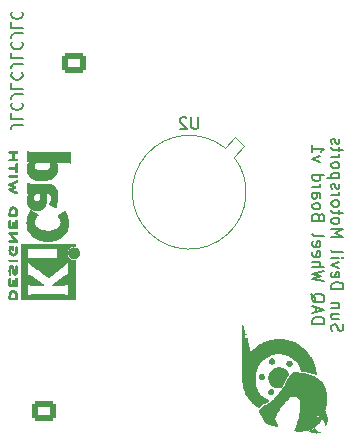
<source format=gbo>
G04 #@! TF.GenerationSoftware,KiCad,Pcbnew,7.0.8*
G04 #@! TF.CreationDate,2023-12-02T17:36:26-07:00*
G04 #@! TF.ProjectId,sdm24wheel,73646d32-3477-4686-9565-6c2e6b696361,v1*
G04 #@! TF.SameCoordinates,Original*
G04 #@! TF.FileFunction,Legend,Bot*
G04 #@! TF.FilePolarity,Positive*
%FSLAX46Y46*%
G04 Gerber Fmt 4.6, Leading zero omitted, Abs format (unit mm)*
G04 Created by KiCad (PCBNEW 7.0.8) date 2023-12-02 17:36:26*
%MOMM*%
%LPD*%
G01*
G04 APERTURE LIST*
G04 Aperture macros list*
%AMRoundRect*
0 Rectangle with rounded corners*
0 $1 Rounding radius*
0 $2 $3 $4 $5 $6 $7 $8 $9 X,Y pos of 4 corners*
0 Add a 4 corners polygon primitive as box body*
4,1,4,$2,$3,$4,$5,$6,$7,$8,$9,$2,$3,0*
0 Add four circle primitives for the rounded corners*
1,1,$1+$1,$2,$3*
1,1,$1+$1,$4,$5*
1,1,$1+$1,$6,$7*
1,1,$1+$1,$8,$9*
0 Add four rect primitives between the rounded corners*
20,1,$1+$1,$2,$3,$4,$5,0*
20,1,$1+$1,$4,$5,$6,$7,0*
20,1,$1+$1,$6,$7,$8,$9,0*
20,1,$1+$1,$8,$9,$2,$3,0*%
G04 Aperture macros list end*
%ADD10C,0.150000*%
%ADD11C,0.010000*%
%ADD12C,0.120000*%
%ADD13C,0.990600*%
%ADD14C,1.524000*%
%ADD15C,1.200000*%
%ADD16RoundRect,0.250000X-0.725000X0.600000X-0.725000X-0.600000X0.725000X-0.600000X0.725000X0.600000X0*%
%ADD17O,1.950000X1.700000*%
%ADD18RoundRect,0.250000X0.725000X-0.600000X0.725000X0.600000X-0.725000X0.600000X-0.725000X-0.600000X0*%
%ADD19C,3.200000*%
%ADD20O,1.200000X1.900000*%
%ADD21C,1.450000*%
%ADD22R,1.700000X1.700000*%
%ADD23O,1.700000X1.700000*%
%ADD24O,1.600000X1.200000*%
%ADD25O,1.200000X1.200000*%
G04 APERTURE END LIST*
D10*
X180087800Y-105242858D02*
X180040180Y-105100001D01*
X180040180Y-105100001D02*
X180040180Y-104861906D01*
X180040180Y-104861906D02*
X180087800Y-104766668D01*
X180087800Y-104766668D02*
X180135419Y-104719049D01*
X180135419Y-104719049D02*
X180230657Y-104671430D01*
X180230657Y-104671430D02*
X180325895Y-104671430D01*
X180325895Y-104671430D02*
X180421133Y-104719049D01*
X180421133Y-104719049D02*
X180468752Y-104766668D01*
X180468752Y-104766668D02*
X180516371Y-104861906D01*
X180516371Y-104861906D02*
X180563990Y-105052382D01*
X180563990Y-105052382D02*
X180611609Y-105147620D01*
X180611609Y-105147620D02*
X180659228Y-105195239D01*
X180659228Y-105195239D02*
X180754466Y-105242858D01*
X180754466Y-105242858D02*
X180849704Y-105242858D01*
X180849704Y-105242858D02*
X180944942Y-105195239D01*
X180944942Y-105195239D02*
X180992561Y-105147620D01*
X180992561Y-105147620D02*
X181040180Y-105052382D01*
X181040180Y-105052382D02*
X181040180Y-104814287D01*
X181040180Y-104814287D02*
X180992561Y-104671430D01*
X180706847Y-103814287D02*
X180040180Y-103814287D01*
X180706847Y-104242858D02*
X180183038Y-104242858D01*
X180183038Y-104242858D02*
X180087800Y-104195239D01*
X180087800Y-104195239D02*
X180040180Y-104100001D01*
X180040180Y-104100001D02*
X180040180Y-103957144D01*
X180040180Y-103957144D02*
X180087800Y-103861906D01*
X180087800Y-103861906D02*
X180135419Y-103814287D01*
X180706847Y-103338096D02*
X180040180Y-103338096D01*
X180611609Y-103338096D02*
X180659228Y-103290477D01*
X180659228Y-103290477D02*
X180706847Y-103195239D01*
X180706847Y-103195239D02*
X180706847Y-103052382D01*
X180706847Y-103052382D02*
X180659228Y-102957144D01*
X180659228Y-102957144D02*
X180563990Y-102909525D01*
X180563990Y-102909525D02*
X180040180Y-102909525D01*
X180040180Y-101671429D02*
X181040180Y-101671429D01*
X181040180Y-101671429D02*
X181040180Y-101433334D01*
X181040180Y-101433334D02*
X180992561Y-101290477D01*
X180992561Y-101290477D02*
X180897323Y-101195239D01*
X180897323Y-101195239D02*
X180802085Y-101147620D01*
X180802085Y-101147620D02*
X180611609Y-101100001D01*
X180611609Y-101100001D02*
X180468752Y-101100001D01*
X180468752Y-101100001D02*
X180278276Y-101147620D01*
X180278276Y-101147620D02*
X180183038Y-101195239D01*
X180183038Y-101195239D02*
X180087800Y-101290477D01*
X180087800Y-101290477D02*
X180040180Y-101433334D01*
X180040180Y-101433334D02*
X180040180Y-101671429D01*
X180087800Y-100290477D02*
X180040180Y-100385715D01*
X180040180Y-100385715D02*
X180040180Y-100576191D01*
X180040180Y-100576191D02*
X180087800Y-100671429D01*
X180087800Y-100671429D02*
X180183038Y-100719048D01*
X180183038Y-100719048D02*
X180563990Y-100719048D01*
X180563990Y-100719048D02*
X180659228Y-100671429D01*
X180659228Y-100671429D02*
X180706847Y-100576191D01*
X180706847Y-100576191D02*
X180706847Y-100385715D01*
X180706847Y-100385715D02*
X180659228Y-100290477D01*
X180659228Y-100290477D02*
X180563990Y-100242858D01*
X180563990Y-100242858D02*
X180468752Y-100242858D01*
X180468752Y-100242858D02*
X180373514Y-100719048D01*
X180706847Y-99909524D02*
X180040180Y-99671429D01*
X180040180Y-99671429D02*
X180706847Y-99433334D01*
X180040180Y-99052381D02*
X180706847Y-99052381D01*
X181040180Y-99052381D02*
X180992561Y-99100000D01*
X180992561Y-99100000D02*
X180944942Y-99052381D01*
X180944942Y-99052381D02*
X180992561Y-99004762D01*
X180992561Y-99004762D02*
X181040180Y-99052381D01*
X181040180Y-99052381D02*
X180944942Y-99052381D01*
X180040180Y-98433334D02*
X180087800Y-98528572D01*
X180087800Y-98528572D02*
X180183038Y-98576191D01*
X180183038Y-98576191D02*
X181040180Y-98576191D01*
X180040180Y-97290476D02*
X181040180Y-97290476D01*
X181040180Y-97290476D02*
X180325895Y-96957143D01*
X180325895Y-96957143D02*
X181040180Y-96623810D01*
X181040180Y-96623810D02*
X180040180Y-96623810D01*
X180040180Y-96004762D02*
X180087800Y-96100000D01*
X180087800Y-96100000D02*
X180135419Y-96147619D01*
X180135419Y-96147619D02*
X180230657Y-96195238D01*
X180230657Y-96195238D02*
X180516371Y-96195238D01*
X180516371Y-96195238D02*
X180611609Y-96147619D01*
X180611609Y-96147619D02*
X180659228Y-96100000D01*
X180659228Y-96100000D02*
X180706847Y-96004762D01*
X180706847Y-96004762D02*
X180706847Y-95861905D01*
X180706847Y-95861905D02*
X180659228Y-95766667D01*
X180659228Y-95766667D02*
X180611609Y-95719048D01*
X180611609Y-95719048D02*
X180516371Y-95671429D01*
X180516371Y-95671429D02*
X180230657Y-95671429D01*
X180230657Y-95671429D02*
X180135419Y-95719048D01*
X180135419Y-95719048D02*
X180087800Y-95766667D01*
X180087800Y-95766667D02*
X180040180Y-95861905D01*
X180040180Y-95861905D02*
X180040180Y-96004762D01*
X180706847Y-95385714D02*
X180706847Y-95004762D01*
X181040180Y-95242857D02*
X180183038Y-95242857D01*
X180183038Y-95242857D02*
X180087800Y-95195238D01*
X180087800Y-95195238D02*
X180040180Y-95100000D01*
X180040180Y-95100000D02*
X180040180Y-95004762D01*
X180040180Y-94528571D02*
X180087800Y-94623809D01*
X180087800Y-94623809D02*
X180135419Y-94671428D01*
X180135419Y-94671428D02*
X180230657Y-94719047D01*
X180230657Y-94719047D02*
X180516371Y-94719047D01*
X180516371Y-94719047D02*
X180611609Y-94671428D01*
X180611609Y-94671428D02*
X180659228Y-94623809D01*
X180659228Y-94623809D02*
X180706847Y-94528571D01*
X180706847Y-94528571D02*
X180706847Y-94385714D01*
X180706847Y-94385714D02*
X180659228Y-94290476D01*
X180659228Y-94290476D02*
X180611609Y-94242857D01*
X180611609Y-94242857D02*
X180516371Y-94195238D01*
X180516371Y-94195238D02*
X180230657Y-94195238D01*
X180230657Y-94195238D02*
X180135419Y-94242857D01*
X180135419Y-94242857D02*
X180087800Y-94290476D01*
X180087800Y-94290476D02*
X180040180Y-94385714D01*
X180040180Y-94385714D02*
X180040180Y-94528571D01*
X180040180Y-93766666D02*
X180706847Y-93766666D01*
X180516371Y-93766666D02*
X180611609Y-93719047D01*
X180611609Y-93719047D02*
X180659228Y-93671428D01*
X180659228Y-93671428D02*
X180706847Y-93576190D01*
X180706847Y-93576190D02*
X180706847Y-93480952D01*
X180087800Y-93195237D02*
X180040180Y-93099999D01*
X180040180Y-93099999D02*
X180040180Y-92909523D01*
X180040180Y-92909523D02*
X180087800Y-92814285D01*
X180087800Y-92814285D02*
X180183038Y-92766666D01*
X180183038Y-92766666D02*
X180230657Y-92766666D01*
X180230657Y-92766666D02*
X180325895Y-92814285D01*
X180325895Y-92814285D02*
X180373514Y-92909523D01*
X180373514Y-92909523D02*
X180373514Y-93052380D01*
X180373514Y-93052380D02*
X180421133Y-93147618D01*
X180421133Y-93147618D02*
X180516371Y-93195237D01*
X180516371Y-93195237D02*
X180563990Y-93195237D01*
X180563990Y-93195237D02*
X180659228Y-93147618D01*
X180659228Y-93147618D02*
X180706847Y-93052380D01*
X180706847Y-93052380D02*
X180706847Y-92909523D01*
X180706847Y-92909523D02*
X180659228Y-92814285D01*
X180706847Y-92338094D02*
X179706847Y-92338094D01*
X180659228Y-92338094D02*
X180706847Y-92242856D01*
X180706847Y-92242856D02*
X180706847Y-92052380D01*
X180706847Y-92052380D02*
X180659228Y-91957142D01*
X180659228Y-91957142D02*
X180611609Y-91909523D01*
X180611609Y-91909523D02*
X180516371Y-91861904D01*
X180516371Y-91861904D02*
X180230657Y-91861904D01*
X180230657Y-91861904D02*
X180135419Y-91909523D01*
X180135419Y-91909523D02*
X180087800Y-91957142D01*
X180087800Y-91957142D02*
X180040180Y-92052380D01*
X180040180Y-92052380D02*
X180040180Y-92242856D01*
X180040180Y-92242856D02*
X180087800Y-92338094D01*
X180040180Y-91290475D02*
X180087800Y-91385713D01*
X180087800Y-91385713D02*
X180135419Y-91433332D01*
X180135419Y-91433332D02*
X180230657Y-91480951D01*
X180230657Y-91480951D02*
X180516371Y-91480951D01*
X180516371Y-91480951D02*
X180611609Y-91433332D01*
X180611609Y-91433332D02*
X180659228Y-91385713D01*
X180659228Y-91385713D02*
X180706847Y-91290475D01*
X180706847Y-91290475D02*
X180706847Y-91147618D01*
X180706847Y-91147618D02*
X180659228Y-91052380D01*
X180659228Y-91052380D02*
X180611609Y-91004761D01*
X180611609Y-91004761D02*
X180516371Y-90957142D01*
X180516371Y-90957142D02*
X180230657Y-90957142D01*
X180230657Y-90957142D02*
X180135419Y-91004761D01*
X180135419Y-91004761D02*
X180087800Y-91052380D01*
X180087800Y-91052380D02*
X180040180Y-91147618D01*
X180040180Y-91147618D02*
X180040180Y-91290475D01*
X180040180Y-90528570D02*
X180706847Y-90528570D01*
X180516371Y-90528570D02*
X180611609Y-90480951D01*
X180611609Y-90480951D02*
X180659228Y-90433332D01*
X180659228Y-90433332D02*
X180706847Y-90338094D01*
X180706847Y-90338094D02*
X180706847Y-90242856D01*
X180706847Y-90052379D02*
X180706847Y-89671427D01*
X181040180Y-89909522D02*
X180183038Y-89909522D01*
X180183038Y-89909522D02*
X180087800Y-89861903D01*
X180087800Y-89861903D02*
X180040180Y-89766665D01*
X180040180Y-89766665D02*
X180040180Y-89671427D01*
X180087800Y-89385712D02*
X180040180Y-89290474D01*
X180040180Y-89290474D02*
X180040180Y-89099998D01*
X180040180Y-89099998D02*
X180087800Y-89004760D01*
X180087800Y-89004760D02*
X180183038Y-88957141D01*
X180183038Y-88957141D02*
X180230657Y-88957141D01*
X180230657Y-88957141D02*
X180325895Y-89004760D01*
X180325895Y-89004760D02*
X180373514Y-89099998D01*
X180373514Y-89099998D02*
X180373514Y-89242855D01*
X180373514Y-89242855D02*
X180421133Y-89338093D01*
X180421133Y-89338093D02*
X180516371Y-89385712D01*
X180516371Y-89385712D02*
X180563990Y-89385712D01*
X180563990Y-89385712D02*
X180659228Y-89338093D01*
X180659228Y-89338093D02*
X180706847Y-89242855D01*
X180706847Y-89242855D02*
X180706847Y-89099998D01*
X180706847Y-89099998D02*
X180659228Y-89004760D01*
X178430180Y-104623810D02*
X179430180Y-104623810D01*
X179430180Y-104623810D02*
X179430180Y-104385715D01*
X179430180Y-104385715D02*
X179382561Y-104242858D01*
X179382561Y-104242858D02*
X179287323Y-104147620D01*
X179287323Y-104147620D02*
X179192085Y-104100001D01*
X179192085Y-104100001D02*
X179001609Y-104052382D01*
X179001609Y-104052382D02*
X178858752Y-104052382D01*
X178858752Y-104052382D02*
X178668276Y-104100001D01*
X178668276Y-104100001D02*
X178573038Y-104147620D01*
X178573038Y-104147620D02*
X178477800Y-104242858D01*
X178477800Y-104242858D02*
X178430180Y-104385715D01*
X178430180Y-104385715D02*
X178430180Y-104623810D01*
X178715895Y-103671429D02*
X178715895Y-103195239D01*
X178430180Y-103766667D02*
X179430180Y-103433334D01*
X179430180Y-103433334D02*
X178430180Y-103100001D01*
X178334942Y-102100001D02*
X178382561Y-102195239D01*
X178382561Y-102195239D02*
X178477800Y-102290477D01*
X178477800Y-102290477D02*
X178620657Y-102433334D01*
X178620657Y-102433334D02*
X178668276Y-102528572D01*
X178668276Y-102528572D02*
X178668276Y-102623810D01*
X178430180Y-102576191D02*
X178477800Y-102671429D01*
X178477800Y-102671429D02*
X178573038Y-102766667D01*
X178573038Y-102766667D02*
X178763514Y-102814286D01*
X178763514Y-102814286D02*
X179096847Y-102814286D01*
X179096847Y-102814286D02*
X179287323Y-102766667D01*
X179287323Y-102766667D02*
X179382561Y-102671429D01*
X179382561Y-102671429D02*
X179430180Y-102576191D01*
X179430180Y-102576191D02*
X179430180Y-102385715D01*
X179430180Y-102385715D02*
X179382561Y-102290477D01*
X179382561Y-102290477D02*
X179287323Y-102195239D01*
X179287323Y-102195239D02*
X179096847Y-102147620D01*
X179096847Y-102147620D02*
X178763514Y-102147620D01*
X178763514Y-102147620D02*
X178573038Y-102195239D01*
X178573038Y-102195239D02*
X178477800Y-102290477D01*
X178477800Y-102290477D02*
X178430180Y-102385715D01*
X178430180Y-102385715D02*
X178430180Y-102576191D01*
X179430180Y-101052381D02*
X178430180Y-100814286D01*
X178430180Y-100814286D02*
X179144466Y-100623810D01*
X179144466Y-100623810D02*
X178430180Y-100433334D01*
X178430180Y-100433334D02*
X179430180Y-100195239D01*
X178430180Y-99814286D02*
X179430180Y-99814286D01*
X178430180Y-99385715D02*
X178953990Y-99385715D01*
X178953990Y-99385715D02*
X179049228Y-99433334D01*
X179049228Y-99433334D02*
X179096847Y-99528572D01*
X179096847Y-99528572D02*
X179096847Y-99671429D01*
X179096847Y-99671429D02*
X179049228Y-99766667D01*
X179049228Y-99766667D02*
X179001609Y-99814286D01*
X178477800Y-98528572D02*
X178430180Y-98623810D01*
X178430180Y-98623810D02*
X178430180Y-98814286D01*
X178430180Y-98814286D02*
X178477800Y-98909524D01*
X178477800Y-98909524D02*
X178573038Y-98957143D01*
X178573038Y-98957143D02*
X178953990Y-98957143D01*
X178953990Y-98957143D02*
X179049228Y-98909524D01*
X179049228Y-98909524D02*
X179096847Y-98814286D01*
X179096847Y-98814286D02*
X179096847Y-98623810D01*
X179096847Y-98623810D02*
X179049228Y-98528572D01*
X179049228Y-98528572D02*
X178953990Y-98480953D01*
X178953990Y-98480953D02*
X178858752Y-98480953D01*
X178858752Y-98480953D02*
X178763514Y-98957143D01*
X178477800Y-97671429D02*
X178430180Y-97766667D01*
X178430180Y-97766667D02*
X178430180Y-97957143D01*
X178430180Y-97957143D02*
X178477800Y-98052381D01*
X178477800Y-98052381D02*
X178573038Y-98100000D01*
X178573038Y-98100000D02*
X178953990Y-98100000D01*
X178953990Y-98100000D02*
X179049228Y-98052381D01*
X179049228Y-98052381D02*
X179096847Y-97957143D01*
X179096847Y-97957143D02*
X179096847Y-97766667D01*
X179096847Y-97766667D02*
X179049228Y-97671429D01*
X179049228Y-97671429D02*
X178953990Y-97623810D01*
X178953990Y-97623810D02*
X178858752Y-97623810D01*
X178858752Y-97623810D02*
X178763514Y-98100000D01*
X178430180Y-97052381D02*
X178477800Y-97147619D01*
X178477800Y-97147619D02*
X178573038Y-97195238D01*
X178573038Y-97195238D02*
X179430180Y-97195238D01*
X178953990Y-95576190D02*
X178906371Y-95433333D01*
X178906371Y-95433333D02*
X178858752Y-95385714D01*
X178858752Y-95385714D02*
X178763514Y-95338095D01*
X178763514Y-95338095D02*
X178620657Y-95338095D01*
X178620657Y-95338095D02*
X178525419Y-95385714D01*
X178525419Y-95385714D02*
X178477800Y-95433333D01*
X178477800Y-95433333D02*
X178430180Y-95528571D01*
X178430180Y-95528571D02*
X178430180Y-95909523D01*
X178430180Y-95909523D02*
X179430180Y-95909523D01*
X179430180Y-95909523D02*
X179430180Y-95576190D01*
X179430180Y-95576190D02*
X179382561Y-95480952D01*
X179382561Y-95480952D02*
X179334942Y-95433333D01*
X179334942Y-95433333D02*
X179239704Y-95385714D01*
X179239704Y-95385714D02*
X179144466Y-95385714D01*
X179144466Y-95385714D02*
X179049228Y-95433333D01*
X179049228Y-95433333D02*
X179001609Y-95480952D01*
X179001609Y-95480952D02*
X178953990Y-95576190D01*
X178953990Y-95576190D02*
X178953990Y-95909523D01*
X178430180Y-94766666D02*
X178477800Y-94861904D01*
X178477800Y-94861904D02*
X178525419Y-94909523D01*
X178525419Y-94909523D02*
X178620657Y-94957142D01*
X178620657Y-94957142D02*
X178906371Y-94957142D01*
X178906371Y-94957142D02*
X179001609Y-94909523D01*
X179001609Y-94909523D02*
X179049228Y-94861904D01*
X179049228Y-94861904D02*
X179096847Y-94766666D01*
X179096847Y-94766666D02*
X179096847Y-94623809D01*
X179096847Y-94623809D02*
X179049228Y-94528571D01*
X179049228Y-94528571D02*
X179001609Y-94480952D01*
X179001609Y-94480952D02*
X178906371Y-94433333D01*
X178906371Y-94433333D02*
X178620657Y-94433333D01*
X178620657Y-94433333D02*
X178525419Y-94480952D01*
X178525419Y-94480952D02*
X178477800Y-94528571D01*
X178477800Y-94528571D02*
X178430180Y-94623809D01*
X178430180Y-94623809D02*
X178430180Y-94766666D01*
X178430180Y-93576190D02*
X178953990Y-93576190D01*
X178953990Y-93576190D02*
X179049228Y-93623809D01*
X179049228Y-93623809D02*
X179096847Y-93719047D01*
X179096847Y-93719047D02*
X179096847Y-93909523D01*
X179096847Y-93909523D02*
X179049228Y-94004761D01*
X178477800Y-93576190D02*
X178430180Y-93671428D01*
X178430180Y-93671428D02*
X178430180Y-93909523D01*
X178430180Y-93909523D02*
X178477800Y-94004761D01*
X178477800Y-94004761D02*
X178573038Y-94052380D01*
X178573038Y-94052380D02*
X178668276Y-94052380D01*
X178668276Y-94052380D02*
X178763514Y-94004761D01*
X178763514Y-94004761D02*
X178811133Y-93909523D01*
X178811133Y-93909523D02*
X178811133Y-93671428D01*
X178811133Y-93671428D02*
X178858752Y-93576190D01*
X178430180Y-93099999D02*
X179096847Y-93099999D01*
X178906371Y-93099999D02*
X179001609Y-93052380D01*
X179001609Y-93052380D02*
X179049228Y-93004761D01*
X179049228Y-93004761D02*
X179096847Y-92909523D01*
X179096847Y-92909523D02*
X179096847Y-92814285D01*
X178430180Y-92052380D02*
X179430180Y-92052380D01*
X178477800Y-92052380D02*
X178430180Y-92147618D01*
X178430180Y-92147618D02*
X178430180Y-92338094D01*
X178430180Y-92338094D02*
X178477800Y-92433332D01*
X178477800Y-92433332D02*
X178525419Y-92480951D01*
X178525419Y-92480951D02*
X178620657Y-92528570D01*
X178620657Y-92528570D02*
X178906371Y-92528570D01*
X178906371Y-92528570D02*
X179001609Y-92480951D01*
X179001609Y-92480951D02*
X179049228Y-92433332D01*
X179049228Y-92433332D02*
X179096847Y-92338094D01*
X179096847Y-92338094D02*
X179096847Y-92147618D01*
X179096847Y-92147618D02*
X179049228Y-92052380D01*
X179096847Y-90909522D02*
X178430180Y-90671427D01*
X178430180Y-90671427D02*
X179096847Y-90433332D01*
X178430180Y-89528570D02*
X178430180Y-90099998D01*
X178430180Y-89814284D02*
X179430180Y-89814284D01*
X179430180Y-89814284D02*
X179287323Y-89909522D01*
X179287323Y-89909522D02*
X179192085Y-90004760D01*
X179192085Y-90004760D02*
X179144466Y-90099998D01*
X153930180Y-87777506D02*
X153215895Y-87777506D01*
X153215895Y-87777506D02*
X153073038Y-87825125D01*
X153073038Y-87825125D02*
X152977800Y-87920363D01*
X152977800Y-87920363D02*
X152930180Y-88063220D01*
X152930180Y-88063220D02*
X152930180Y-88158458D01*
X152930180Y-86825125D02*
X152930180Y-87301315D01*
X152930180Y-87301315D02*
X153930180Y-87301315D01*
X153025419Y-85920363D02*
X152977800Y-85967982D01*
X152977800Y-85967982D02*
X152930180Y-86110839D01*
X152930180Y-86110839D02*
X152930180Y-86206077D01*
X152930180Y-86206077D02*
X152977800Y-86348934D01*
X152977800Y-86348934D02*
X153073038Y-86444172D01*
X153073038Y-86444172D02*
X153168276Y-86491791D01*
X153168276Y-86491791D02*
X153358752Y-86539410D01*
X153358752Y-86539410D02*
X153501609Y-86539410D01*
X153501609Y-86539410D02*
X153692085Y-86491791D01*
X153692085Y-86491791D02*
X153787323Y-86444172D01*
X153787323Y-86444172D02*
X153882561Y-86348934D01*
X153882561Y-86348934D02*
X153930180Y-86206077D01*
X153930180Y-86206077D02*
X153930180Y-86110839D01*
X153930180Y-86110839D02*
X153882561Y-85967982D01*
X153882561Y-85967982D02*
X153834942Y-85920363D01*
X153930180Y-85206077D02*
X153215895Y-85206077D01*
X153215895Y-85206077D02*
X153073038Y-85253696D01*
X153073038Y-85253696D02*
X152977800Y-85348934D01*
X152977800Y-85348934D02*
X152930180Y-85491791D01*
X152930180Y-85491791D02*
X152930180Y-85587029D01*
X152930180Y-84253696D02*
X152930180Y-84729886D01*
X152930180Y-84729886D02*
X153930180Y-84729886D01*
X153025419Y-83348934D02*
X152977800Y-83396553D01*
X152977800Y-83396553D02*
X152930180Y-83539410D01*
X152930180Y-83539410D02*
X152930180Y-83634648D01*
X152930180Y-83634648D02*
X152977800Y-83777505D01*
X152977800Y-83777505D02*
X153073038Y-83872743D01*
X153073038Y-83872743D02*
X153168276Y-83920362D01*
X153168276Y-83920362D02*
X153358752Y-83967981D01*
X153358752Y-83967981D02*
X153501609Y-83967981D01*
X153501609Y-83967981D02*
X153692085Y-83920362D01*
X153692085Y-83920362D02*
X153787323Y-83872743D01*
X153787323Y-83872743D02*
X153882561Y-83777505D01*
X153882561Y-83777505D02*
X153930180Y-83634648D01*
X153930180Y-83634648D02*
X153930180Y-83539410D01*
X153930180Y-83539410D02*
X153882561Y-83396553D01*
X153882561Y-83396553D02*
X153834942Y-83348934D01*
X153930180Y-82634648D02*
X153215895Y-82634648D01*
X153215895Y-82634648D02*
X153073038Y-82682267D01*
X153073038Y-82682267D02*
X152977800Y-82777505D01*
X152977800Y-82777505D02*
X152930180Y-82920362D01*
X152930180Y-82920362D02*
X152930180Y-83015600D01*
X152930180Y-81682267D02*
X152930180Y-82158457D01*
X152930180Y-82158457D02*
X153930180Y-82158457D01*
X153025419Y-80777505D02*
X152977800Y-80825124D01*
X152977800Y-80825124D02*
X152930180Y-80967981D01*
X152930180Y-80967981D02*
X152930180Y-81063219D01*
X152930180Y-81063219D02*
X152977800Y-81206076D01*
X152977800Y-81206076D02*
X153073038Y-81301314D01*
X153073038Y-81301314D02*
X153168276Y-81348933D01*
X153168276Y-81348933D02*
X153358752Y-81396552D01*
X153358752Y-81396552D02*
X153501609Y-81396552D01*
X153501609Y-81396552D02*
X153692085Y-81348933D01*
X153692085Y-81348933D02*
X153787323Y-81301314D01*
X153787323Y-81301314D02*
X153882561Y-81206076D01*
X153882561Y-81206076D02*
X153930180Y-81063219D01*
X153930180Y-81063219D02*
X153930180Y-80967981D01*
X153930180Y-80967981D02*
X153882561Y-80825124D01*
X153882561Y-80825124D02*
X153834942Y-80777505D01*
X153930180Y-80063219D02*
X153215895Y-80063219D01*
X153215895Y-80063219D02*
X153073038Y-80110838D01*
X153073038Y-80110838D02*
X152977800Y-80206076D01*
X152977800Y-80206076D02*
X152930180Y-80348933D01*
X152930180Y-80348933D02*
X152930180Y-80444171D01*
X152930180Y-79110838D02*
X152930180Y-79587028D01*
X152930180Y-79587028D02*
X153930180Y-79587028D01*
X153025419Y-78206076D02*
X152977800Y-78253695D01*
X152977800Y-78253695D02*
X152930180Y-78396552D01*
X152930180Y-78396552D02*
X152930180Y-78491790D01*
X152930180Y-78491790D02*
X152977800Y-78634647D01*
X152977800Y-78634647D02*
X153073038Y-78729885D01*
X153073038Y-78729885D02*
X153168276Y-78777504D01*
X153168276Y-78777504D02*
X153358752Y-78825123D01*
X153358752Y-78825123D02*
X153501609Y-78825123D01*
X153501609Y-78825123D02*
X153692085Y-78777504D01*
X153692085Y-78777504D02*
X153787323Y-78729885D01*
X153787323Y-78729885D02*
X153882561Y-78634647D01*
X153882561Y-78634647D02*
X153930180Y-78491790D01*
X153930180Y-78491790D02*
X153930180Y-78396552D01*
X153930180Y-78396552D02*
X153882561Y-78253695D01*
X153882561Y-78253695D02*
X153834942Y-78206076D01*
X168761904Y-87134819D02*
X168761904Y-87944342D01*
X168761904Y-87944342D02*
X168714285Y-88039580D01*
X168714285Y-88039580D02*
X168666666Y-88087200D01*
X168666666Y-88087200D02*
X168571428Y-88134819D01*
X168571428Y-88134819D02*
X168380952Y-88134819D01*
X168380952Y-88134819D02*
X168285714Y-88087200D01*
X168285714Y-88087200D02*
X168238095Y-88039580D01*
X168238095Y-88039580D02*
X168190476Y-87944342D01*
X168190476Y-87944342D02*
X168190476Y-87134819D01*
X167761904Y-87230057D02*
X167714285Y-87182438D01*
X167714285Y-87182438D02*
X167619047Y-87134819D01*
X167619047Y-87134819D02*
X167380952Y-87134819D01*
X167380952Y-87134819D02*
X167285714Y-87182438D01*
X167285714Y-87182438D02*
X167238095Y-87230057D01*
X167238095Y-87230057D02*
X167190476Y-87325295D01*
X167190476Y-87325295D02*
X167190476Y-87420533D01*
X167190476Y-87420533D02*
X167238095Y-87563390D01*
X167238095Y-87563390D02*
X167809523Y-88134819D01*
X167809523Y-88134819D02*
X167190476Y-88134819D01*
G36*
X174166723Y-108875385D02*
G01*
X174223897Y-108881183D01*
X174274218Y-108896943D01*
X174319033Y-108923243D01*
X174359690Y-108960662D01*
X174374885Y-108978982D01*
X174403391Y-109025682D01*
X174421272Y-109075334D01*
X174428960Y-109126439D01*
X174426886Y-109177501D01*
X174415481Y-109227022D01*
X174395175Y-109273504D01*
X174366399Y-109315450D01*
X174329584Y-109351362D01*
X174285161Y-109379743D01*
X174233561Y-109399094D01*
X174182990Y-109407507D01*
X174126390Y-109406015D01*
X174072000Y-109393317D01*
X174021644Y-109369861D01*
X173977151Y-109336096D01*
X173950230Y-109305338D01*
X173925749Y-109266657D01*
X173907398Y-109225680D01*
X173897491Y-109186742D01*
X173894997Y-109160834D01*
X173897348Y-109101964D01*
X173911192Y-109047386D01*
X173936335Y-108997707D01*
X173972582Y-108953531D01*
X174014602Y-108918008D01*
X174058677Y-108893561D01*
X174106704Y-108879660D01*
X174161028Y-108875332D01*
X174166723Y-108875385D01*
G37*
G36*
X176529170Y-107755457D02*
G01*
X176582787Y-107768082D01*
X176631467Y-107791169D01*
X176674010Y-107823394D01*
X176709216Y-107863435D01*
X176735886Y-107909967D01*
X176752819Y-107961669D01*
X176758816Y-108017217D01*
X176754642Y-108071850D01*
X176740728Y-108121683D01*
X176716165Y-108167050D01*
X176680054Y-108210155D01*
X176659333Y-108229012D01*
X176613510Y-108258992D01*
X176563494Y-108278445D01*
X176511039Y-108287340D01*
X176457897Y-108285646D01*
X176405822Y-108273332D01*
X176356565Y-108250365D01*
X176311881Y-108216716D01*
X176301748Y-108206993D01*
X176274184Y-108175877D01*
X176253968Y-108143240D01*
X176237878Y-108104186D01*
X176230292Y-108073989D01*
X176225670Y-108032845D01*
X176225984Y-107991302D01*
X176231484Y-107955189D01*
X176247975Y-107908906D01*
X176276372Y-107861004D01*
X176313328Y-107820761D01*
X176357535Y-107789085D01*
X176407687Y-107766883D01*
X176462475Y-107755063D01*
X176520593Y-107754531D01*
X176529170Y-107755457D01*
G37*
G36*
X175031058Y-107567856D02*
G01*
X175082677Y-107579570D01*
X175131282Y-107601546D01*
X175175135Y-107632874D01*
X175212502Y-107672639D01*
X175241645Y-107719930D01*
X175242452Y-107721608D01*
X175252824Y-107744054D01*
X175259332Y-107761843D01*
X175262871Y-107779263D01*
X175264335Y-107800606D01*
X175264618Y-107830158D01*
X175263013Y-107866118D01*
X175252643Y-107921818D01*
X175232325Y-107970471D01*
X175201686Y-108012866D01*
X175160350Y-108049796D01*
X175159925Y-108050108D01*
X175111500Y-108078547D01*
X175060532Y-108095793D01*
X175008502Y-108102388D01*
X174956892Y-108098874D01*
X174907183Y-108085791D01*
X174860856Y-108063682D01*
X174819393Y-108033086D01*
X174784273Y-107994547D01*
X174756980Y-107948604D01*
X174738993Y-107895799D01*
X174734926Y-107870665D01*
X174734095Y-107822910D01*
X174740638Y-107773752D01*
X174754093Y-107728321D01*
X174763485Y-107707738D01*
X174782063Y-107678709D01*
X174808465Y-107648868D01*
X174820289Y-107637406D01*
X174860540Y-107606366D01*
X174905043Y-107584636D01*
X174957241Y-107570397D01*
X174978160Y-107567319D01*
X175031058Y-107567856D01*
G37*
G36*
X174940506Y-110162016D02*
G01*
X174969711Y-110162503D01*
X174990872Y-110163925D01*
X175007092Y-110166733D01*
X175021474Y-110171374D01*
X175037122Y-110178299D01*
X175061376Y-110191282D01*
X175105824Y-110224524D01*
X175141321Y-110264628D01*
X175167585Y-110310053D01*
X175184335Y-110359261D01*
X175191291Y-110410710D01*
X175188172Y-110462862D01*
X175174696Y-110514176D01*
X175150584Y-110563113D01*
X175115552Y-110608133D01*
X175114074Y-110609672D01*
X175070219Y-110646525D01*
X175021379Y-110672350D01*
X174968806Y-110686935D01*
X174913754Y-110690069D01*
X174857475Y-110681541D01*
X174801221Y-110661140D01*
X174771581Y-110643665D01*
X174734274Y-110611381D01*
X174702047Y-110571724D01*
X174677169Y-110527611D01*
X174661905Y-110481956D01*
X174661538Y-110480101D01*
X174659292Y-110459750D01*
X174658318Y-110432905D01*
X174658827Y-110404862D01*
X174658866Y-110404094D01*
X174667791Y-110348638D01*
X174687935Y-110297113D01*
X174718242Y-110251126D01*
X174757657Y-110212286D01*
X174805124Y-110182197D01*
X174820599Y-110174772D01*
X174835542Y-110168724D01*
X174850204Y-110164963D01*
X174867780Y-110162946D01*
X174891468Y-110162133D01*
X174924462Y-110161982D01*
X174940506Y-110162016D01*
G37*
G36*
X178636836Y-113484284D02*
G01*
X178637179Y-113485262D01*
X178645857Y-113502132D01*
X178661074Y-113525198D01*
X178680832Y-113551870D01*
X178703135Y-113579558D01*
X178725984Y-113605672D01*
X178747383Y-113627622D01*
X178793398Y-113667135D01*
X178862628Y-113714066D01*
X178937273Y-113751979D01*
X179015366Y-113780063D01*
X179094941Y-113797508D01*
X179174031Y-113803503D01*
X179193206Y-113804231D01*
X179206602Y-113806238D01*
X179210442Y-113809077D01*
X179203980Y-113814195D01*
X179188059Y-113823220D01*
X179165437Y-113834556D01*
X179138697Y-113846964D01*
X179110422Y-113859207D01*
X179083194Y-113870048D01*
X179063087Y-113877230D01*
X178994446Y-113897198D01*
X178917718Y-113913513D01*
X178836003Y-113925479D01*
X178814018Y-113927939D01*
X178781924Y-113930969D01*
X178755336Y-113932244D01*
X178729845Y-113931765D01*
X178701043Y-113929536D01*
X178664522Y-113925558D01*
X178616789Y-113919190D01*
X178518153Y-113899807D01*
X178426785Y-113872357D01*
X178340465Y-113835969D01*
X178256975Y-113789771D01*
X178174095Y-113732892D01*
X178161215Y-113722974D01*
X178143980Y-113707912D01*
X178137021Y-113698030D01*
X178139970Y-113692621D01*
X178152463Y-113690975D01*
X178159019Y-113690445D01*
X178178909Y-113686883D01*
X178206231Y-113680616D01*
X178238077Y-113672410D01*
X178271539Y-113663030D01*
X178303710Y-113653242D01*
X178331682Y-113643810D01*
X178356886Y-113634088D01*
X178410949Y-113610088D01*
X178467912Y-113581292D01*
X178523450Y-113549948D01*
X178573239Y-113518303D01*
X178593074Y-113505123D01*
X178615881Y-113491296D01*
X178630789Y-113484179D01*
X178636836Y-113484284D01*
G37*
G36*
X175639744Y-108330736D02*
G01*
X175732109Y-108339780D01*
X175823671Y-108356208D01*
X175911735Y-108379726D01*
X175993607Y-108410038D01*
X176008432Y-108416574D01*
X176087804Y-108456476D01*
X176159273Y-108500862D01*
X176181085Y-108517127D01*
X176216172Y-108546621D01*
X176253697Y-108581260D01*
X176291159Y-108618532D01*
X176326059Y-108655922D01*
X176355897Y-108690917D01*
X176378174Y-108721003D01*
X176386988Y-108734700D01*
X176409806Y-108772977D01*
X176431390Y-108812876D01*
X176450258Y-108851430D01*
X176464928Y-108885671D01*
X176473916Y-108912632D01*
X176482072Y-108944847D01*
X176406652Y-109039786D01*
X176363150Y-109094971D01*
X176321557Y-109149038D01*
X176286391Y-109196692D01*
X176256702Y-109239516D01*
X176231541Y-109279093D01*
X176209959Y-109317007D01*
X176191006Y-109354840D01*
X176173733Y-109394176D01*
X176157189Y-109436599D01*
X176140426Y-109483690D01*
X176132780Y-109504748D01*
X176117569Y-109543052D01*
X176100530Y-109582805D01*
X176084115Y-109618154D01*
X176066494Y-109652240D01*
X176038208Y-109702564D01*
X176004127Y-109759592D01*
X175965351Y-109821599D01*
X175922983Y-109886867D01*
X175878125Y-109953672D01*
X175831878Y-110020293D01*
X175785343Y-110085009D01*
X175782301Y-110089022D01*
X175774078Y-110097971D01*
X175764237Y-110104888D01*
X175751221Y-110110028D01*
X175733477Y-110113644D01*
X175709451Y-110115993D01*
X175677587Y-110117329D01*
X175636332Y-110117905D01*
X175584131Y-110117978D01*
X175536407Y-110117835D01*
X175498851Y-110117461D01*
X175469398Y-110116677D01*
X175445844Y-110115306D01*
X175425986Y-110113169D01*
X175407621Y-110110089D01*
X175388546Y-110105887D01*
X175366557Y-110100385D01*
X175331081Y-110090521D01*
X175232578Y-110054715D01*
X175140280Y-110008355D01*
X175054820Y-109951893D01*
X174976826Y-109885780D01*
X174906930Y-109810471D01*
X174845761Y-109726416D01*
X174817926Y-109679431D01*
X174777617Y-109596131D01*
X174744702Y-109507664D01*
X174720443Y-109417617D01*
X174706102Y-109329578D01*
X174703183Y-109287083D01*
X174702323Y-109236378D01*
X174703524Y-109182786D01*
X174706628Y-109130133D01*
X174711477Y-109082248D01*
X174717913Y-109042957D01*
X174722547Y-109022421D01*
X174752086Y-108924430D01*
X174792470Y-108830947D01*
X174842874Y-108742807D01*
X174902473Y-108660847D01*
X174970440Y-108585902D01*
X175045950Y-108518807D01*
X175128179Y-108460397D01*
X175216299Y-108411508D01*
X175309487Y-108372976D01*
X175406916Y-108345636D01*
X175463385Y-108335988D01*
X175549271Y-108329374D01*
X175639744Y-108330736D01*
G37*
G36*
X176889479Y-108739786D02*
G01*
X176945358Y-108740585D01*
X177025140Y-108743699D01*
X177112536Y-108748939D01*
X177204960Y-108756061D01*
X177299828Y-108764823D01*
X177394553Y-108774981D01*
X177486552Y-108786293D01*
X177573239Y-108798515D01*
X177652028Y-108811407D01*
X177654045Y-108811765D01*
X177684584Y-108817193D01*
X177715685Y-108822725D01*
X177740912Y-108827216D01*
X177821063Y-108842544D01*
X177954678Y-108872488D01*
X178089282Y-108907819D01*
X178222952Y-108947874D01*
X178353762Y-108991988D01*
X178479789Y-109039500D01*
X178599108Y-109089744D01*
X178709795Y-109142059D01*
X178809925Y-109195779D01*
X178836783Y-109211406D01*
X178934200Y-109271616D01*
X179020971Y-109331647D01*
X179098466Y-109392828D01*
X179168054Y-109456483D01*
X179231106Y-109523942D01*
X179288990Y-109596529D01*
X179343075Y-109675573D01*
X179394732Y-109762400D01*
X179440091Y-109847630D01*
X179497362Y-109970175D01*
X179546158Y-110095039D01*
X179587016Y-110223974D01*
X179620470Y-110358732D01*
X179647060Y-110501066D01*
X179667319Y-110652728D01*
X179670905Y-110690486D01*
X179675487Y-110765201D01*
X179677916Y-110848413D01*
X179678247Y-110937701D01*
X179676536Y-111030638D01*
X179672839Y-111124802D01*
X179667211Y-111217768D01*
X179659709Y-111307112D01*
X179650387Y-111390409D01*
X179646940Y-111416012D01*
X179640094Y-111462345D01*
X179632019Y-111512786D01*
X179623009Y-111565840D01*
X179613354Y-111620010D01*
X179603348Y-111673800D01*
X179593282Y-111725716D01*
X179583450Y-111774262D01*
X179574143Y-111817941D01*
X179565654Y-111855259D01*
X179558275Y-111884719D01*
X179552298Y-111904827D01*
X179548017Y-111914086D01*
X179548006Y-111914097D01*
X179546273Y-111915931D01*
X179544384Y-111916034D01*
X179540904Y-111912725D01*
X179534401Y-111904324D01*
X179523441Y-111889152D01*
X179506589Y-111865526D01*
X179454821Y-111797127D01*
X179388598Y-111721112D01*
X179321397Y-111656425D01*
X179253784Y-111603654D01*
X179239784Y-111594169D01*
X179209689Y-111574831D01*
X179181734Y-111558176D01*
X179157943Y-111545329D01*
X179140341Y-111537411D01*
X179130953Y-111535545D01*
X179130734Y-111535681D01*
X179133597Y-111541048D01*
X179144297Y-111552679D01*
X179161258Y-111568973D01*
X179182903Y-111588328D01*
X179194036Y-111598112D01*
X179234400Y-111635305D01*
X179277380Y-111677157D01*
X179320532Y-111721135D01*
X179361409Y-111764709D01*
X179397567Y-111805348D01*
X179426559Y-111840520D01*
X179500402Y-111943440D01*
X179566963Y-112055190D01*
X179622041Y-112170652D01*
X179666063Y-112290631D01*
X179679737Y-112338129D01*
X179692364Y-112389887D01*
X179703238Y-112442409D01*
X179711767Y-112492554D01*
X179717357Y-112537179D01*
X179719415Y-112573144D01*
X179720032Y-112588315D01*
X179722348Y-112604682D01*
X179725775Y-112612585D01*
X179728186Y-112618547D01*
X179730240Y-112634401D01*
X179731495Y-112656823D01*
X179731951Y-112682641D01*
X179731606Y-112708679D01*
X179730462Y-112731763D01*
X179728519Y-112748718D01*
X179725775Y-112756371D01*
X179722863Y-112762718D01*
X179720450Y-112778402D01*
X179719524Y-112799458D01*
X179719115Y-112816277D01*
X179717014Y-112846377D01*
X179713727Y-112872544D01*
X179710387Y-112892186D01*
X179705422Y-112921637D01*
X179700650Y-112950168D01*
X179699625Y-112956177D01*
X179690650Y-113001870D01*
X179678665Y-113054541D01*
X179664713Y-113110022D01*
X179649834Y-113164142D01*
X179635070Y-113212733D01*
X179623623Y-113247217D01*
X179610723Y-113284257D01*
X179597950Y-113319323D01*
X179586061Y-113350435D01*
X179575816Y-113375613D01*
X179567971Y-113392877D01*
X179563285Y-113400248D01*
X179560688Y-113397836D01*
X179557227Y-113386033D01*
X179554266Y-113367388D01*
X179551995Y-113351288D01*
X179547280Y-113323538D01*
X179541174Y-113291109D01*
X179534433Y-113258166D01*
X179528348Y-113231080D01*
X179493931Y-113110881D01*
X179448818Y-112996907D01*
X179393176Y-112889449D01*
X179327169Y-112788798D01*
X179250964Y-112695244D01*
X179164725Y-112609078D01*
X179154076Y-112599620D01*
X179093892Y-112551000D01*
X179026873Y-112503810D01*
X178955484Y-112459419D01*
X178882189Y-112419197D01*
X178809453Y-112384514D01*
X178739740Y-112356739D01*
X178675517Y-112337242D01*
X178641466Y-112328532D01*
X178574631Y-112308833D01*
X178517821Y-112287923D01*
X178469330Y-112265130D01*
X178427455Y-112239787D01*
X178417925Y-112233412D01*
X178404535Y-112225112D01*
X178397760Y-112221864D01*
X178393571Y-112225178D01*
X178397262Y-112236037D01*
X178409208Y-112253558D01*
X178428888Y-112276822D01*
X178452067Y-112299815D01*
X178481528Y-112321834D01*
X178515981Y-112339899D01*
X178557929Y-112355287D01*
X178609876Y-112369279D01*
X178652659Y-112379638D01*
X178689811Y-112389253D01*
X178719038Y-112397759D01*
X178742602Y-112405874D01*
X178762766Y-112414316D01*
X178781793Y-112423803D01*
X178787160Y-112426691D01*
X178848803Y-112463459D01*
X178908058Y-112505139D01*
X178963784Y-112550504D01*
X179014844Y-112598328D01*
X179060098Y-112647384D01*
X179098407Y-112696445D01*
X179128631Y-112744284D01*
X179149631Y-112789674D01*
X179160269Y-112831389D01*
X179161709Y-112847535D01*
X179160341Y-112862898D01*
X179154620Y-112879286D01*
X179143395Y-112901478D01*
X179136694Y-112913425D01*
X179113042Y-112950064D01*
X179082427Y-112990556D01*
X179044089Y-113035814D01*
X178997269Y-113086750D01*
X178941207Y-113144277D01*
X178898924Y-113186149D01*
X178839828Y-113242329D01*
X178783944Y-113292097D01*
X178728650Y-113337580D01*
X178671325Y-113380901D01*
X178609347Y-113424189D01*
X178540095Y-113469568D01*
X178496591Y-113496660D01*
X178385108Y-113559290D01*
X178274460Y-113611280D01*
X178162539Y-113653562D01*
X178047237Y-113687065D01*
X178025728Y-113692306D01*
X177953573Y-113708344D01*
X177874620Y-113723921D01*
X177792623Y-113738401D01*
X177711331Y-113751145D01*
X177634496Y-113761516D01*
X177565869Y-113768877D01*
X177542511Y-113771125D01*
X177517956Y-113773811D01*
X177500228Y-113776104D01*
X177489443Y-113777282D01*
X177463549Y-113778760D01*
X177428856Y-113779774D01*
X177387628Y-113780341D01*
X177342132Y-113780477D01*
X177294633Y-113780199D01*
X177247396Y-113779524D01*
X177202687Y-113778468D01*
X177162771Y-113777049D01*
X177129914Y-113775284D01*
X177106381Y-113773188D01*
X177086090Y-113770536D01*
X177042161Y-113763965D01*
X177000237Y-113756654D01*
X176962049Y-113748993D01*
X176929332Y-113741370D01*
X176903817Y-113734176D01*
X176887237Y-113727798D01*
X176881325Y-113722627D01*
X176882601Y-113718380D01*
X176888200Y-113704534D01*
X176897231Y-113683865D01*
X176908574Y-113658992D01*
X176921060Y-113632065D01*
X176936846Y-113597732D01*
X176949545Y-113569505D01*
X176960518Y-113544226D01*
X176971127Y-113518733D01*
X176982734Y-113489866D01*
X176996701Y-113454465D01*
X176998812Y-113449086D01*
X177031119Y-113365502D01*
X177059245Y-113289994D01*
X177084275Y-113219516D01*
X177107293Y-113151017D01*
X177129385Y-113081450D01*
X177168894Y-112948684D01*
X177216129Y-112774466D01*
X177257889Y-112601520D01*
X177294078Y-112430699D01*
X177324596Y-112262855D01*
X177349348Y-112098841D01*
X177368235Y-111939510D01*
X177381160Y-111785714D01*
X177388025Y-111638306D01*
X177388732Y-111498139D01*
X177383183Y-111366065D01*
X177371282Y-111242936D01*
X177352929Y-111129606D01*
X177345913Y-111099095D01*
X177323259Y-111033349D01*
X177291860Y-110976205D01*
X177251501Y-110927471D01*
X177201965Y-110886956D01*
X177143038Y-110854469D01*
X177074503Y-110829816D01*
X176996144Y-110812808D01*
X176983567Y-110810944D01*
X176948161Y-110806761D01*
X176912948Y-110803854D01*
X176883971Y-110802765D01*
X176860209Y-110803347D01*
X176822008Y-110805894D01*
X176780707Y-110810079D01*
X176739427Y-110815482D01*
X176701286Y-110821682D01*
X176669401Y-110828257D01*
X176646893Y-110834786D01*
X176645788Y-110835210D01*
X176611621Y-110852042D01*
X176570423Y-110878647D01*
X176522549Y-110914731D01*
X176468353Y-110959997D01*
X176408190Y-111014150D01*
X176342413Y-111076895D01*
X176271378Y-111147937D01*
X176233646Y-111186842D01*
X176078492Y-111355599D01*
X175932353Y-111529567D01*
X175793395Y-111711009D01*
X175659784Y-111902188D01*
X175584071Y-112019866D01*
X175514511Y-112137528D01*
X175453633Y-112251210D01*
X175401744Y-112360266D01*
X175359149Y-112464050D01*
X175326156Y-112561917D01*
X175303072Y-112653220D01*
X175299246Y-112672749D01*
X175294956Y-112701918D01*
X175294195Y-112726664D01*
X175296974Y-112751892D01*
X175303300Y-112782503D01*
X175314346Y-112819189D01*
X175333796Y-112863376D01*
X175361283Y-112911603D01*
X175397468Y-112965016D01*
X175443012Y-113024760D01*
X175464286Y-113051622D01*
X175491456Y-113086884D01*
X175511847Y-113115170D01*
X175526288Y-113138012D01*
X175535614Y-113156944D01*
X175540655Y-113173498D01*
X175542245Y-113189207D01*
X175541216Y-113205603D01*
X175537030Y-113229253D01*
X175527687Y-113262460D01*
X175515186Y-113295474D01*
X175500857Y-113325266D01*
X175486031Y-113348804D01*
X175472040Y-113363058D01*
X175464010Y-113367487D01*
X175450741Y-113369739D01*
X175432118Y-113366205D01*
X175428538Y-113365259D01*
X175404208Y-113359368D01*
X175380026Y-113354175D01*
X175370690Y-113352325D01*
X175327648Y-113343399D01*
X175277679Y-113332526D01*
X175222912Y-113320212D01*
X175165475Y-113306964D01*
X175107495Y-113293287D01*
X175051102Y-113279688D01*
X174998423Y-113266673D01*
X174951588Y-113254749D01*
X174912724Y-113244420D01*
X174883959Y-113236194D01*
X174820183Y-113216130D01*
X174754908Y-113194016D01*
X174698164Y-113172974D01*
X174650879Y-113153370D01*
X174613980Y-113135569D01*
X174588396Y-113119937D01*
X174580995Y-113114177D01*
X174560684Y-113096658D01*
X174537383Y-113074906D01*
X174514802Y-113052331D01*
X174472558Y-113005645D01*
X174424428Y-112946145D01*
X174374552Y-112877932D01*
X174322585Y-112800474D01*
X174268184Y-112713238D01*
X174211008Y-112615690D01*
X174150712Y-112507298D01*
X174086954Y-112387530D01*
X174074736Y-112364685D01*
X174054536Y-112328204D01*
X174031299Y-112287296D01*
X174007026Y-112245469D01*
X173983714Y-112206235D01*
X173982655Y-112204479D01*
X173962059Y-112170161D01*
X173942944Y-112138056D01*
X173926561Y-112110283D01*
X173914161Y-112088962D01*
X173906994Y-112076212D01*
X173906036Y-112074381D01*
X173900191Y-112060399D01*
X173896768Y-112044270D01*
X173895290Y-112022555D01*
X173895278Y-111991816D01*
X173896216Y-111931167D01*
X174040305Y-111788934D01*
X174086706Y-111743478D01*
X174136678Y-111695677D01*
X174180270Y-111655648D01*
X174218593Y-111622576D01*
X174252759Y-111595642D01*
X174283882Y-111574028D01*
X174313071Y-111556919D01*
X174341441Y-111543496D01*
X174370103Y-111532941D01*
X174400168Y-111524439D01*
X174475369Y-111502107D01*
X174552245Y-111471706D01*
X174630205Y-111433107D01*
X174709879Y-111385876D01*
X174791898Y-111329580D01*
X174876892Y-111263786D01*
X174965492Y-111188061D01*
X175058326Y-111101973D01*
X175156027Y-111005087D01*
X175167676Y-110993152D01*
X175271750Y-110882745D01*
X175377836Y-110763417D01*
X175486314Y-110634696D01*
X175597563Y-110496113D01*
X175711962Y-110347197D01*
X175829888Y-110187476D01*
X175951722Y-110016481D01*
X175985305Y-109968315D01*
X176021405Y-109915531D01*
X176052211Y-109868775D01*
X176078937Y-109825834D01*
X176102798Y-109784495D01*
X176125009Y-109742543D01*
X176146782Y-109697763D01*
X176169333Y-109647943D01*
X176193875Y-109590869D01*
X176221622Y-109524325D01*
X176251805Y-109453219D01*
X176284652Y-109381016D01*
X176315978Y-109318212D01*
X176346525Y-109263325D01*
X176377039Y-109214874D01*
X176387911Y-109198947D01*
X176454139Y-109110253D01*
X176531271Y-109019426D01*
X176618354Y-108927535D01*
X176714436Y-108835651D01*
X176819488Y-108739757D01*
X176889479Y-108739786D01*
G37*
G36*
X172479964Y-104272384D02*
G01*
X172481768Y-104293196D01*
X172484233Y-104323351D01*
X172487181Y-104360531D01*
X172490436Y-104402415D01*
X172493819Y-104446686D01*
X172497152Y-104491023D01*
X172500258Y-104533107D01*
X172502959Y-104570618D01*
X172505077Y-104601239D01*
X172506988Y-104629462D01*
X172510274Y-104677125D01*
X172513934Y-104729412D01*
X172517643Y-104781713D01*
X172521079Y-104829420D01*
X172523616Y-104864440D01*
X172527154Y-104913662D01*
X172530671Y-104962969D01*
X172533870Y-105008176D01*
X172536451Y-105045098D01*
X172538698Y-105077327D01*
X172541791Y-105121279D01*
X172545254Y-105170179D01*
X172548808Y-105220078D01*
X172552173Y-105267028D01*
X172555166Y-105308870D01*
X172558736Y-105359233D01*
X172562250Y-105409250D01*
X172565424Y-105454881D01*
X172567976Y-105492083D01*
X172568243Y-105496009D01*
X172571177Y-105537531D01*
X172574458Y-105581687D01*
X172577704Y-105623438D01*
X172580532Y-105657749D01*
X172581187Y-105665500D01*
X172584001Y-105701302D01*
X172587085Y-105743703D01*
X172590107Y-105788044D01*
X172592738Y-105829666D01*
X172594485Y-105857758D01*
X172597547Y-105904396D01*
X172601065Y-105955768D01*
X172604729Y-106007375D01*
X172608230Y-106054721D01*
X172612256Y-106108040D01*
X172619194Y-106201030D01*
X172625911Y-106292420D01*
X172632210Y-106379496D01*
X172637894Y-106459540D01*
X172642765Y-106529838D01*
X172644505Y-106555169D01*
X172647746Y-106601737D01*
X172651363Y-106653125D01*
X172655027Y-106704684D01*
X172658411Y-106751768D01*
X172660550Y-106781418D01*
X172664167Y-106831924D01*
X172667861Y-106883905D01*
X172671304Y-106932712D01*
X172674164Y-106973698D01*
X172675538Y-106993413D01*
X172678821Y-107039862D01*
X172682506Y-107091324D01*
X172686234Y-107142821D01*
X172689650Y-107189376D01*
X172691031Y-107208277D01*
X172694706Y-107260308D01*
X172698554Y-107316818D01*
X172702193Y-107372159D01*
X172705244Y-107420683D01*
X172707267Y-107452194D01*
X172710136Y-107492482D01*
X172713075Y-107529601D01*
X172715834Y-107560448D01*
X172718165Y-107581915D01*
X172720749Y-107606395D01*
X172723133Y-107640773D01*
X172724052Y-107671368D01*
X172724726Y-107695032D01*
X172726975Y-107708606D01*
X172730912Y-107711003D01*
X172731396Y-107710596D01*
X172733988Y-107702167D01*
X172735261Y-107683426D01*
X172735238Y-107653664D01*
X172733940Y-107612173D01*
X172732980Y-107587900D01*
X172731437Y-107547487D01*
X172729659Y-107499795D01*
X172727757Y-107447773D01*
X172725839Y-107394371D01*
X172724013Y-107342538D01*
X172722964Y-107312757D01*
X172720810Y-107253100D01*
X172718475Y-107190093D01*
X172716110Y-107127697D01*
X172713864Y-107069873D01*
X172711886Y-107020584D01*
X172710113Y-106976384D01*
X172707973Y-106921251D01*
X172705664Y-106860307D01*
X172703315Y-106796965D01*
X172701052Y-106734641D01*
X172699005Y-106676750D01*
X172698402Y-106659495D01*
X172696603Y-106608661D01*
X172694851Y-106560131D01*
X172693223Y-106515942D01*
X172691793Y-106478134D01*
X172690638Y-106448745D01*
X172689833Y-106429814D01*
X172689456Y-106421162D01*
X172688506Y-106397606D01*
X172687211Y-106364065D01*
X172685628Y-106322111D01*
X172683815Y-106273317D01*
X172681832Y-106219253D01*
X172679737Y-106161493D01*
X172677589Y-106101608D01*
X172676342Y-106066750D01*
X172674198Y-106007454D01*
X172672132Y-105950966D01*
X172670203Y-105898900D01*
X172668471Y-105852871D01*
X172666997Y-105814493D01*
X172665842Y-105785382D01*
X172665066Y-105767151D01*
X172664915Y-105763826D01*
X172663925Y-105740687D01*
X172662581Y-105707668D01*
X172660968Y-105666941D01*
X172659171Y-105620676D01*
X172657276Y-105571044D01*
X172655367Y-105520215D01*
X172655133Y-105513936D01*
X172652921Y-105455654D01*
X172650339Y-105389051D01*
X172647534Y-105317849D01*
X172644653Y-105245769D01*
X172641844Y-105176534D01*
X172639255Y-105113865D01*
X172638733Y-105101324D01*
X172635919Y-105031714D01*
X172633751Y-104973904D01*
X172632217Y-104927308D01*
X172631306Y-104891336D01*
X172631005Y-104865399D01*
X172631301Y-104848911D01*
X172632183Y-104841281D01*
X172633639Y-104841923D01*
X172633750Y-104842305D01*
X172635340Y-104851607D01*
X172638232Y-104871434D01*
X172642204Y-104900146D01*
X172647031Y-104936107D01*
X172652490Y-104977677D01*
X172658358Y-105023218D01*
X172664062Y-105067793D01*
X172670446Y-105117468D01*
X172676547Y-105164725D01*
X172682041Y-105207069D01*
X172686606Y-105242002D01*
X172689917Y-105267028D01*
X172695461Y-105308456D01*
X172707627Y-105399743D01*
X172718429Y-105481373D01*
X172728121Y-105555273D01*
X172736957Y-105623365D01*
X172736998Y-105623684D01*
X172741014Y-105653944D01*
X172745343Y-105685254D01*
X172749054Y-105710887D01*
X172751213Y-105725750D01*
X172755293Y-105755916D01*
X172758599Y-105782780D01*
X172759857Y-105793438D01*
X172763143Y-105819670D01*
X172767228Y-105851015D01*
X172771511Y-105882804D01*
X172773606Y-105898178D01*
X172778331Y-105933519D01*
X172782810Y-105967789D01*
X172786298Y-105995332D01*
X172786436Y-105996450D01*
X172788364Y-106011963D01*
X172790452Y-106028449D01*
X172792915Y-106047538D01*
X172795966Y-106070863D01*
X172799821Y-106100054D01*
X172804693Y-106136744D01*
X172810798Y-106182562D01*
X172818349Y-106239142D01*
X172827166Y-106305260D01*
X172834727Y-106362174D01*
X172840855Y-106408567D01*
X172845675Y-106445384D01*
X172849311Y-106473575D01*
X172851760Y-106492480D01*
X172855619Y-106521856D01*
X172860406Y-106558028D01*
X172865739Y-106598115D01*
X172871237Y-106639240D01*
X172876419Y-106678069D01*
X172881741Y-106718289D01*
X172886522Y-106754755D01*
X172890385Y-106784586D01*
X172892951Y-106804906D01*
X172896759Y-106835538D01*
X172904329Y-106894341D01*
X172911869Y-106950367D01*
X172919103Y-107001685D01*
X172925757Y-107046367D01*
X172931554Y-107082484D01*
X172936219Y-107108106D01*
X172937569Y-107113442D01*
X172939185Y-107113131D01*
X172939898Y-107101130D01*
X172939721Y-107077933D01*
X172938667Y-107044032D01*
X172936748Y-106999923D01*
X172933978Y-106946097D01*
X172930369Y-106883050D01*
X172929829Y-106873996D01*
X172926711Y-106821307D01*
X172923070Y-106759377D01*
X172919066Y-106690915D01*
X172914856Y-106618628D01*
X172910597Y-106545227D01*
X172906447Y-106473419D01*
X172902563Y-106405913D01*
X172899103Y-106345418D01*
X172898147Y-106328658D01*
X172895670Y-106285345D01*
X172892766Y-106234677D01*
X172889636Y-106180147D01*
X172886479Y-106125249D01*
X172883497Y-106073476D01*
X172882315Y-106052959D01*
X172876960Y-105959661D01*
X172871704Y-105867539D01*
X172866709Y-105779419D01*
X172862134Y-105698128D01*
X172858139Y-105626491D01*
X172857503Y-105615558D01*
X172855446Y-105584808D01*
X172853213Y-105556574D01*
X172851189Y-105535844D01*
X172850389Y-105527799D01*
X172850348Y-105513404D01*
X172852871Y-105509768D01*
X172857167Y-105516010D01*
X172862451Y-105531248D01*
X172867933Y-105554598D01*
X172871224Y-105571127D01*
X172876215Y-105595455D01*
X172880185Y-105613988D01*
X172881679Y-105620622D01*
X172886928Y-105643665D01*
X172894214Y-105675432D01*
X172902979Y-105713509D01*
X172912667Y-105755482D01*
X172922720Y-105798938D01*
X172932580Y-105841463D01*
X172941690Y-105880642D01*
X172949492Y-105914062D01*
X172956735Y-105945076D01*
X172964934Y-105980328D01*
X172972282Y-106012069D01*
X172977775Y-106035967D01*
X172979557Y-106043768D01*
X172983848Y-106062466D01*
X172988821Y-106084015D01*
X172994910Y-106110280D01*
X173002545Y-106143125D01*
X173012162Y-106184415D01*
X173024191Y-106236016D01*
X173026466Y-106245763D01*
X173031736Y-106268319D01*
X173038345Y-106296590D01*
X173045378Y-106326663D01*
X173053213Y-106360218D01*
X173064109Y-106406987D01*
X173077317Y-106463773D01*
X173092577Y-106529451D01*
X173109628Y-106602901D01*
X173128210Y-106683001D01*
X173135477Y-106714301D01*
X173150977Y-106780728D01*
X173164087Y-106836272D01*
X173175051Y-106881858D01*
X173184116Y-106918413D01*
X173191528Y-106946864D01*
X173197533Y-106968137D01*
X173202377Y-106983160D01*
X173206307Y-106992858D01*
X173209568Y-106998158D01*
X173212407Y-106999987D01*
X173215003Y-106999258D01*
X173225051Y-106991314D01*
X173239259Y-106976450D01*
X173255433Y-106956863D01*
X173270515Y-106937850D01*
X173326059Y-106873773D01*
X173390817Y-106806666D01*
X173463083Y-106738046D01*
X173541148Y-106669433D01*
X173623305Y-106602343D01*
X173707846Y-106538296D01*
X173793066Y-106478810D01*
X173811967Y-106466371D01*
X173872193Y-106428535D01*
X173938192Y-106389341D01*
X174007311Y-106350231D01*
X174076898Y-106312652D01*
X174144299Y-106278047D01*
X174206861Y-106247861D01*
X174261931Y-106223538D01*
X174283669Y-106214441D01*
X174305767Y-106205028D01*
X174321320Y-106198220D01*
X174328856Y-106194861D01*
X174373054Y-106176428D01*
X174426132Y-106155958D01*
X174485405Y-106134384D01*
X174548190Y-106112640D01*
X174611806Y-106091660D01*
X174673569Y-106072377D01*
X174730796Y-106055725D01*
X174739650Y-106053270D01*
X174799680Y-106037041D01*
X174855604Y-106022792D01*
X174909785Y-106010038D01*
X174964583Y-105998294D01*
X175022360Y-105987075D01*
X175085476Y-105975896D01*
X175156293Y-105964272D01*
X175237171Y-105951718D01*
X175274264Y-105946670D01*
X175350294Y-105939095D01*
X175434776Y-105933661D01*
X175525213Y-105930356D01*
X175619107Y-105929172D01*
X175713959Y-105930100D01*
X175807272Y-105933130D01*
X175896548Y-105938253D01*
X175979289Y-105945459D01*
X176052997Y-105954741D01*
X176064087Y-105956416D01*
X176110767Y-105963554D01*
X176148640Y-105969573D01*
X176180660Y-105975017D01*
X176209783Y-105980430D01*
X176238962Y-105986356D01*
X176271153Y-105993339D01*
X176309310Y-106001922D01*
X176339890Y-106009070D01*
X176403321Y-106025016D01*
X176468612Y-106042746D01*
X176533412Y-106061545D01*
X176595368Y-106080697D01*
X176652131Y-106099487D01*
X176701347Y-106117200D01*
X176740666Y-106133121D01*
X176744185Y-106134627D01*
X176759311Y-106140872D01*
X176781167Y-106149735D01*
X176806307Y-106159815D01*
X176940199Y-106217763D01*
X177086653Y-106291142D01*
X177233170Y-106374654D01*
X177378092Y-106467292D01*
X177519761Y-106568050D01*
X177656516Y-106675920D01*
X177666750Y-106684587D01*
X177696409Y-106710887D01*
X177732116Y-106743784D01*
X177772172Y-106781611D01*
X177814878Y-106822699D01*
X177858534Y-106865380D01*
X177901442Y-106907985D01*
X177941903Y-106948845D01*
X177978217Y-106986292D01*
X178008685Y-107018657D01*
X178031608Y-107044272D01*
X178031854Y-107044558D01*
X178089514Y-107114037D01*
X178147891Y-107188460D01*
X178205368Y-107265552D01*
X178260333Y-107343036D01*
X178311170Y-107418638D01*
X178356266Y-107490081D01*
X178394006Y-107555091D01*
X178404901Y-107574565D01*
X178414205Y-107590525D01*
X178419607Y-107598980D01*
X178422973Y-107604005D01*
X178432533Y-107620924D01*
X178445791Y-107646316D01*
X178461841Y-107678285D01*
X178479779Y-107714935D01*
X178498699Y-107754374D01*
X178517695Y-107794704D01*
X178535864Y-107834033D01*
X178552299Y-107870465D01*
X178566094Y-107902104D01*
X178576346Y-107927057D01*
X178578197Y-107931796D01*
X178587476Y-107955305D01*
X178595317Y-107974796D01*
X178600186Y-107986447D01*
X178607351Y-108003606D01*
X178620701Y-108039272D01*
X178635815Y-108083144D01*
X178651954Y-108132808D01*
X178668375Y-108185845D01*
X178684337Y-108239841D01*
X178699098Y-108292380D01*
X178711916Y-108341045D01*
X178722049Y-108383419D01*
X178722182Y-108384016D01*
X178728195Y-108410884D01*
X178733983Y-108436471D01*
X178738311Y-108455312D01*
X178738624Y-108456666D01*
X178743898Y-108482217D01*
X178750149Y-108516457D01*
X178756791Y-108555916D01*
X178763238Y-108597123D01*
X178768905Y-108636607D01*
X178773012Y-108666786D01*
X178777845Y-108702131D01*
X178782094Y-108733045D01*
X178783490Y-108745404D01*
X178785482Y-108769564D01*
X178787474Y-108800054D01*
X178789383Y-108834786D01*
X178791126Y-108871669D01*
X178792621Y-108908612D01*
X178793785Y-108943525D01*
X178794536Y-108974318D01*
X178794791Y-108998902D01*
X178794466Y-109015184D01*
X178793481Y-109021076D01*
X178793247Y-109021037D01*
X178785461Y-109018182D01*
X178768732Y-109011464D01*
X178745329Y-109001807D01*
X178717521Y-108990136D01*
X178714476Y-108988850D01*
X178561213Y-108928069D01*
X178402513Y-108872473D01*
X178241162Y-108822862D01*
X178079943Y-108780035D01*
X177921642Y-108744791D01*
X177769044Y-108717929D01*
X177751520Y-108715278D01*
X177719422Y-108710370D01*
X177690368Y-108705865D01*
X177669019Y-108702484D01*
X177654437Y-108700337D01*
X177627248Y-108696789D01*
X177595062Y-108692936D01*
X177562129Y-108689299D01*
X177489623Y-108681676D01*
X177481475Y-108649764D01*
X177477052Y-108633133D01*
X177460004Y-108576527D01*
X177438594Y-108513622D01*
X177414145Y-108447881D01*
X177387980Y-108382771D01*
X177361421Y-108321755D01*
X177335793Y-108268300D01*
X177270727Y-108149652D01*
X177187041Y-108019241D01*
X177095506Y-107898547D01*
X176996061Y-107787514D01*
X176888647Y-107686085D01*
X176773202Y-107594205D01*
X176649666Y-107511815D01*
X176517977Y-107438860D01*
X176378077Y-107375284D01*
X176297764Y-107344849D01*
X176209416Y-107315664D01*
X176117076Y-107288874D01*
X176024428Y-107265478D01*
X175935157Y-107246476D01*
X175852947Y-107232866D01*
X175851840Y-107232715D01*
X175822250Y-107228610D01*
X175792482Y-107224386D01*
X175768820Y-107220934D01*
X175753627Y-107219402D01*
X175727378Y-107217827D01*
X175693818Y-107216478D01*
X175655670Y-107215462D01*
X175615658Y-107214888D01*
X175466625Y-107219688D01*
X175317747Y-107236700D01*
X175170197Y-107265980D01*
X175023818Y-107307574D01*
X174878452Y-107361525D01*
X174733944Y-107427877D01*
X174590137Y-107506677D01*
X174519630Y-107549601D01*
X174451323Y-107594217D01*
X174389532Y-107638419D01*
X174331540Y-107684257D01*
X174274626Y-107733786D01*
X174216072Y-107789058D01*
X174206455Y-107798512D01*
X174105349Y-107906967D01*
X174013750Y-108022832D01*
X173931425Y-108146489D01*
X173858136Y-108278319D01*
X173793651Y-108418706D01*
X173737735Y-108568031D01*
X173706053Y-108670850D01*
X173667732Y-108828642D01*
X173640175Y-108990493D01*
X173623526Y-109154792D01*
X173617931Y-109319924D01*
X173623536Y-109484274D01*
X173640487Y-109646230D01*
X173661052Y-109768478D01*
X173696241Y-109919929D01*
X173741052Y-110064379D01*
X173795299Y-110201548D01*
X173858794Y-110331153D01*
X173931347Y-110452912D01*
X174012772Y-110566545D01*
X174102879Y-110671768D01*
X174201481Y-110768301D01*
X174308390Y-110855862D01*
X174423418Y-110934168D01*
X174546376Y-111002939D01*
X174575419Y-111017537D01*
X174606702Y-111033067D01*
X174632295Y-111045369D01*
X174655308Y-111055849D01*
X174678854Y-111065913D01*
X174706043Y-111076968D01*
X174739989Y-111090419D01*
X174748680Y-111093861D01*
X174770645Y-111102721D01*
X174787026Y-111109563D01*
X174794788Y-111113128D01*
X174795944Y-111115163D01*
X174792701Y-111125396D01*
X174782296Y-111142193D01*
X174766019Y-111164094D01*
X174745162Y-111189639D01*
X174721017Y-111217367D01*
X174694876Y-111245818D01*
X174668030Y-111273533D01*
X174641770Y-111299050D01*
X174617390Y-111320911D01*
X174596180Y-111337653D01*
X174569725Y-111355358D01*
X174542734Y-111370536D01*
X174513163Y-111383884D01*
X174478577Y-111396382D01*
X174436538Y-111409011D01*
X174384609Y-111422750D01*
X174366025Y-111427556D01*
X174313415Y-111442637D01*
X174269629Y-111458056D01*
X174231910Y-111475005D01*
X174197497Y-111494677D01*
X174163630Y-111518266D01*
X174163041Y-111518710D01*
X174132906Y-111543986D01*
X174098495Y-111576984D01*
X174062346Y-111615038D01*
X174026995Y-111655478D01*
X173994979Y-111695637D01*
X173987358Y-111705549D01*
X173971758Y-111724636D01*
X173959095Y-111738560D01*
X173951563Y-111744838D01*
X173944475Y-111745906D01*
X173924516Y-111742986D01*
X173896581Y-111734503D01*
X173862329Y-111721175D01*
X173823418Y-111703721D01*
X173781507Y-111682860D01*
X173738254Y-111659311D01*
X173695318Y-111633792D01*
X173693603Y-111632724D01*
X173560739Y-111542715D01*
X173433018Y-111441737D01*
X173311044Y-111330465D01*
X173195423Y-111209575D01*
X173086759Y-111079743D01*
X172985658Y-110941644D01*
X172892724Y-110795955D01*
X172808563Y-110643351D01*
X172762630Y-110549108D01*
X172695509Y-110391914D01*
X172638217Y-110230341D01*
X172590494Y-110063435D01*
X172552080Y-109890245D01*
X172522715Y-109709817D01*
X172502140Y-109521199D01*
X172501621Y-109514029D01*
X172500338Y-109487643D01*
X172499067Y-109449420D01*
X172497812Y-109399832D01*
X172496574Y-109339354D01*
X172495357Y-109268459D01*
X172494165Y-109187622D01*
X172493000Y-109097317D01*
X172491866Y-108998017D01*
X172490765Y-108890197D01*
X172489702Y-108774331D01*
X172488678Y-108650892D01*
X172487698Y-108520355D01*
X172486764Y-108383194D01*
X172485879Y-108239882D01*
X172485047Y-108090894D01*
X172484270Y-107936703D01*
X172483553Y-107777784D01*
X172482897Y-107614610D01*
X172482306Y-107447656D01*
X172481784Y-107277396D01*
X172481333Y-107104303D01*
X172480956Y-106928852D01*
X172480657Y-106751516D01*
X172480439Y-106572770D01*
X172480305Y-106393087D01*
X172480258Y-106212942D01*
X172480220Y-106064434D01*
X172480106Y-105923761D01*
X172479918Y-105794976D01*
X172479655Y-105678135D01*
X172479318Y-105573293D01*
X172478907Y-105480507D01*
X172478423Y-105399832D01*
X172477865Y-105331324D01*
X172477235Y-105275040D01*
X172476532Y-105231035D01*
X172475757Y-105199365D01*
X172474910Y-105180086D01*
X172473991Y-105173255D01*
X172473887Y-105173138D01*
X172472803Y-105165302D01*
X172471830Y-105146294D01*
X172470966Y-105117337D01*
X172470213Y-105079651D01*
X172469572Y-105034456D01*
X172469042Y-104982972D01*
X172468625Y-104926422D01*
X172468320Y-104866025D01*
X172468128Y-104803001D01*
X172468050Y-104738573D01*
X172468086Y-104673959D01*
X172468237Y-104610382D01*
X172468503Y-104549061D01*
X172468885Y-104491218D01*
X172469383Y-104438072D01*
X172469998Y-104390845D01*
X172470729Y-104350757D01*
X172471579Y-104319029D01*
X172472546Y-104296882D01*
X172473632Y-104285536D01*
X172475080Y-104278949D01*
X172478022Y-104268529D01*
X172479524Y-104267756D01*
X172479964Y-104272384D01*
G37*
D11*
X153409353Y-92087673D02*
X153424123Y-92111386D01*
X153430933Y-92134400D01*
X153425051Y-92155406D01*
X153409353Y-92181127D01*
X153387773Y-92207778D01*
X152740316Y-92207778D01*
X152718736Y-92181127D01*
X152701261Y-92149767D01*
X152700425Y-92113966D01*
X152720918Y-92082528D01*
X152725584Y-92078652D01*
X152735051Y-92073186D01*
X152748733Y-92068979D01*
X152769252Y-92065867D01*
X152799232Y-92063687D01*
X152841296Y-92062276D01*
X152898068Y-92061471D01*
X152972170Y-92061107D01*
X153066227Y-92061022D01*
X153387773Y-92061022D01*
X153409353Y-92087673D01*
G36*
X153409353Y-92087673D02*
G01*
X153424123Y-92111386D01*
X153430933Y-92134400D01*
X153425051Y-92155406D01*
X153409353Y-92181127D01*
X153387773Y-92207778D01*
X152740316Y-92207778D01*
X152718736Y-92181127D01*
X152701261Y-92149767D01*
X152700425Y-92113966D01*
X152720918Y-92082528D01*
X152725584Y-92078652D01*
X152735051Y-92073186D01*
X152748733Y-92068979D01*
X152769252Y-92065867D01*
X152799232Y-92063687D01*
X152841296Y-92062276D01*
X152898068Y-92061471D01*
X152972170Y-92061107D01*
X153066227Y-92061022D01*
X153387773Y-92061022D01*
X153409353Y-92087673D01*
G37*
X153139706Y-99201284D02*
X153217615Y-99201539D01*
X153277625Y-99202183D01*
X153322352Y-99203387D01*
X153354415Y-99205324D01*
X153376429Y-99208164D01*
X153391013Y-99212079D01*
X153400782Y-99217242D01*
X153408355Y-99223822D01*
X153427377Y-99253006D01*
X153426537Y-99286137D01*
X153403224Y-99320291D01*
X153375515Y-99348000D01*
X153062463Y-99348000D01*
X152978433Y-99347959D01*
X152904211Y-99347701D01*
X152847459Y-99347030D01*
X152805488Y-99345752D01*
X152775611Y-99343673D01*
X152755139Y-99340599D01*
X152741386Y-99336334D01*
X152731663Y-99330684D01*
X152723283Y-99323455D01*
X152701819Y-99291991D01*
X152700053Y-99256826D01*
X152719733Y-99223822D01*
X152725602Y-99218516D01*
X152734686Y-99213066D01*
X152748027Y-99208900D01*
X152768243Y-99205846D01*
X152797951Y-99203732D01*
X152839768Y-99202386D01*
X152896311Y-99201638D01*
X152970198Y-99201314D01*
X153064044Y-99201245D01*
X153139706Y-99201284D01*
G36*
X153139706Y-99201284D02*
G01*
X153217615Y-99201539D01*
X153277625Y-99202183D01*
X153322352Y-99203387D01*
X153354415Y-99205324D01*
X153376429Y-99208164D01*
X153391013Y-99212079D01*
X153400782Y-99217242D01*
X153408355Y-99223822D01*
X153427377Y-99253006D01*
X153426537Y-99286137D01*
X153403224Y-99320291D01*
X153375515Y-99348000D01*
X153062463Y-99348000D01*
X152978433Y-99347959D01*
X152904211Y-99347701D01*
X152847459Y-99347030D01*
X152805488Y-99345752D01*
X152775611Y-99343673D01*
X152755139Y-99340599D01*
X152741386Y-99336334D01*
X152731663Y-99330684D01*
X152723283Y-99323455D01*
X152701819Y-99291991D01*
X152700053Y-99256826D01*
X152719733Y-99223822D01*
X152725602Y-99218516D01*
X152734686Y-99213066D01*
X152748027Y-99208900D01*
X152768243Y-99205846D01*
X152797951Y-99203732D01*
X152839768Y-99202386D01*
X152896311Y-99201638D01*
X152970198Y-99201314D01*
X153064044Y-99201245D01*
X153139706Y-99201284D01*
G37*
X158286470Y-98183136D02*
X158382780Y-98209399D01*
X158471506Y-98254418D01*
X158546581Y-98315373D01*
X158606359Y-98390184D01*
X158649191Y-98476768D01*
X158673429Y-98573043D01*
X158677424Y-98676928D01*
X158667150Y-98754562D01*
X158639947Y-98837313D01*
X158594516Y-98912406D01*
X158528698Y-98984298D01*
X158484433Y-99022846D01*
X158426039Y-99062256D01*
X158365414Y-99087446D01*
X158296135Y-99100861D01*
X158211778Y-99104948D01*
X158165693Y-99104669D01*
X158124550Y-99102460D01*
X158092418Y-99096894D01*
X158061878Y-99086586D01*
X158025511Y-99070148D01*
X157998272Y-99056200D01*
X157912571Y-98997665D01*
X157843383Y-98925619D01*
X157792259Y-98841947D01*
X157760750Y-98748531D01*
X157753775Y-98715434D01*
X157746906Y-98674960D01*
X157745081Y-98641999D01*
X157748053Y-98607698D01*
X157755574Y-98563200D01*
X157767998Y-98511934D01*
X157805888Y-98421434D01*
X157860164Y-98342345D01*
X157928230Y-98276528D01*
X158007489Y-98225840D01*
X158095346Y-98192140D01*
X158189205Y-98177286D01*
X158286470Y-98183136D01*
G36*
X158286470Y-98183136D02*
G01*
X158382780Y-98209399D01*
X158471506Y-98254418D01*
X158546581Y-98315373D01*
X158606359Y-98390184D01*
X158649191Y-98476768D01*
X158673429Y-98573043D01*
X158677424Y-98676928D01*
X158667150Y-98754562D01*
X158639947Y-98837313D01*
X158594516Y-98912406D01*
X158528698Y-98984298D01*
X158484433Y-99022846D01*
X158426039Y-99062256D01*
X158365414Y-99087446D01*
X158296135Y-99100861D01*
X158211778Y-99104948D01*
X158165693Y-99104669D01*
X158124550Y-99102460D01*
X158092418Y-99096894D01*
X158061878Y-99086586D01*
X158025511Y-99070148D01*
X157998272Y-99056200D01*
X157912571Y-98997665D01*
X157843383Y-98925619D01*
X157792259Y-98841947D01*
X157760750Y-98748531D01*
X157753775Y-98715434D01*
X157746906Y-98674960D01*
X157745081Y-98641999D01*
X157748053Y-98607698D01*
X157755574Y-98563200D01*
X157767998Y-98511934D01*
X157805888Y-98421434D01*
X157860164Y-98342345D01*
X157928230Y-98276528D01*
X158007489Y-98225840D01*
X158095346Y-98192140D01*
X158189205Y-98177286D01*
X158286470Y-98183136D01*
G37*
X153378642Y-91038543D02*
X153411178Y-91064187D01*
X153414895Y-91069129D01*
X153419731Y-91079338D01*
X153423494Y-91094764D01*
X153426317Y-91117886D01*
X153428330Y-91151183D01*
X153429667Y-91197137D01*
X153430458Y-91258228D01*
X153430837Y-91336935D01*
X153430933Y-91435740D01*
X153430932Y-91455767D01*
X153430842Y-91549890D01*
X153430502Y-91624405D01*
X153429761Y-91681811D01*
X153428465Y-91724611D01*
X153426463Y-91755304D01*
X153423604Y-91776391D01*
X153419734Y-91790373D01*
X153414702Y-91799750D01*
X153408355Y-91807022D01*
X153375638Y-91825828D01*
X153338061Y-91827275D01*
X153304822Y-91810917D01*
X153303369Y-91809557D01*
X153295008Y-91798354D01*
X153289453Y-91781252D01*
X153286160Y-91754082D01*
X153284582Y-91712678D01*
X153284178Y-91652873D01*
X153284178Y-91513511D01*
X153020411Y-91513511D01*
X152944583Y-91513436D01*
X152877917Y-91513028D01*
X152828133Y-91512046D01*
X152792216Y-91510250D01*
X152767150Y-91507399D01*
X152749919Y-91503253D01*
X152737508Y-91497571D01*
X152726900Y-91490114D01*
X152724094Y-91487824D01*
X152701452Y-91456646D01*
X152699888Y-91422266D01*
X152719733Y-91389334D01*
X152727809Y-91382355D01*
X152738407Y-91376883D01*
X152754251Y-91372863D01*
X152778227Y-91370072D01*
X152813226Y-91368288D01*
X152862136Y-91367289D01*
X152927846Y-91366852D01*
X153013244Y-91366756D01*
X153284178Y-91366756D01*
X153284178Y-91220820D01*
X153284179Y-91209720D01*
X153284404Y-91153202D01*
X153285543Y-91114358D01*
X153288343Y-91088965D01*
X153293550Y-91072804D01*
X153301911Y-91061652D01*
X153314174Y-91051289D01*
X153344862Y-91035441D01*
X153378642Y-91038543D01*
G36*
X153378642Y-91038543D02*
G01*
X153411178Y-91064187D01*
X153414895Y-91069129D01*
X153419731Y-91079338D01*
X153423494Y-91094764D01*
X153426317Y-91117886D01*
X153428330Y-91151183D01*
X153429667Y-91197137D01*
X153430458Y-91258228D01*
X153430837Y-91336935D01*
X153430933Y-91435740D01*
X153430932Y-91455767D01*
X153430842Y-91549890D01*
X153430502Y-91624405D01*
X153429761Y-91681811D01*
X153428465Y-91724611D01*
X153426463Y-91755304D01*
X153423604Y-91776391D01*
X153419734Y-91790373D01*
X153414702Y-91799750D01*
X153408355Y-91807022D01*
X153375638Y-91825828D01*
X153338061Y-91827275D01*
X153304822Y-91810917D01*
X153303369Y-91809557D01*
X153295008Y-91798354D01*
X153289453Y-91781252D01*
X153286160Y-91754082D01*
X153284582Y-91712678D01*
X153284178Y-91652873D01*
X153284178Y-91513511D01*
X153020411Y-91513511D01*
X152944583Y-91513436D01*
X152877917Y-91513028D01*
X152828133Y-91512046D01*
X152792216Y-91510250D01*
X152767150Y-91507399D01*
X152749919Y-91503253D01*
X152737508Y-91497571D01*
X152726900Y-91490114D01*
X152724094Y-91487824D01*
X152701452Y-91456646D01*
X152699888Y-91422266D01*
X152719733Y-91389334D01*
X152727809Y-91382355D01*
X152738407Y-91376883D01*
X152754251Y-91372863D01*
X152778227Y-91370072D01*
X152813226Y-91368288D01*
X152862136Y-91367289D01*
X152927846Y-91366852D01*
X153013244Y-91366756D01*
X153284178Y-91366756D01*
X153284178Y-91220820D01*
X153284179Y-91209720D01*
X153284404Y-91153202D01*
X153285543Y-91114358D01*
X153288343Y-91088965D01*
X153293550Y-91072804D01*
X153301911Y-91061652D01*
X153314174Y-91051289D01*
X153344862Y-91035441D01*
X153378642Y-91038543D01*
G37*
X153403224Y-90039798D02*
X153425467Y-90071177D01*
X153428156Y-90104406D01*
X153408355Y-90136267D01*
X153398585Y-90144553D01*
X153382693Y-90151965D01*
X153358725Y-90156302D01*
X153321852Y-90158338D01*
X153267244Y-90158845D01*
X153148711Y-90158845D01*
X153148711Y-90655556D01*
X153264224Y-90655556D01*
X153315922Y-90655994D01*
X153350446Y-90657958D01*
X153373022Y-90662474D01*
X153388874Y-90670567D01*
X153403224Y-90683265D01*
X153425467Y-90714643D01*
X153428156Y-90747872D01*
X153408355Y-90779734D01*
X153402165Y-90785366D01*
X153393959Y-90790456D01*
X153382183Y-90794543D01*
X153364724Y-90797721D01*
X153339470Y-90800087D01*
X153304310Y-90801738D01*
X153257131Y-90802769D01*
X153195823Y-90803277D01*
X153118273Y-90803359D01*
X153022369Y-90803109D01*
X152906000Y-90802625D01*
X152891825Y-90802557D01*
X152830063Y-90801971D01*
X152786380Y-90800648D01*
X152756999Y-90798103D01*
X152738145Y-90793848D01*
X152726041Y-90787396D01*
X152716911Y-90778262D01*
X152699494Y-90744804D01*
X152702396Y-90709856D01*
X152726900Y-90678953D01*
X152740103Y-90669944D01*
X152758639Y-90662492D01*
X152784667Y-90658124D01*
X152823213Y-90656069D01*
X152879300Y-90655556D01*
X153001955Y-90655556D01*
X153001955Y-90158845D01*
X152867129Y-90158845D01*
X152831338Y-90158772D01*
X152785008Y-90158009D01*
X152754474Y-90155833D01*
X152735443Y-90151536D01*
X152723626Y-90144412D01*
X152714729Y-90133755D01*
X152699659Y-90101504D01*
X152702327Y-90066217D01*
X152726900Y-90035486D01*
X152733155Y-90030831D01*
X152743679Y-90024895D01*
X152757609Y-90020364D01*
X152777683Y-90017048D01*
X152806640Y-90014759D01*
X152847220Y-90013308D01*
X152902160Y-90012505D01*
X152974201Y-90012162D01*
X153066080Y-90012089D01*
X153375515Y-90012089D01*
X153403224Y-90039798D01*
G36*
X153403224Y-90039798D02*
G01*
X153425467Y-90071177D01*
X153428156Y-90104406D01*
X153408355Y-90136267D01*
X153398585Y-90144553D01*
X153382693Y-90151965D01*
X153358725Y-90156302D01*
X153321852Y-90158338D01*
X153267244Y-90158845D01*
X153148711Y-90158845D01*
X153148711Y-90655556D01*
X153264224Y-90655556D01*
X153315922Y-90655994D01*
X153350446Y-90657958D01*
X153373022Y-90662474D01*
X153388874Y-90670567D01*
X153403224Y-90683265D01*
X153425467Y-90714643D01*
X153428156Y-90747872D01*
X153408355Y-90779734D01*
X153402165Y-90785366D01*
X153393959Y-90790456D01*
X153382183Y-90794543D01*
X153364724Y-90797721D01*
X153339470Y-90800087D01*
X153304310Y-90801738D01*
X153257131Y-90802769D01*
X153195823Y-90803277D01*
X153118273Y-90803359D01*
X153022369Y-90803109D01*
X152906000Y-90802625D01*
X152891825Y-90802557D01*
X152830063Y-90801971D01*
X152786380Y-90800648D01*
X152756999Y-90798103D01*
X152738145Y-90793848D01*
X152726041Y-90787396D01*
X152716911Y-90778262D01*
X152699494Y-90744804D01*
X152702396Y-90709856D01*
X152726900Y-90678953D01*
X152740103Y-90669944D01*
X152758639Y-90662492D01*
X152784667Y-90658124D01*
X152823213Y-90656069D01*
X152879300Y-90655556D01*
X153001955Y-90655556D01*
X153001955Y-90158845D01*
X152867129Y-90158845D01*
X152831338Y-90158772D01*
X152785008Y-90158009D01*
X152754474Y-90155833D01*
X152735443Y-90151536D01*
X152723626Y-90144412D01*
X152714729Y-90133755D01*
X152699659Y-90101504D01*
X152702327Y-90066217D01*
X152726900Y-90035486D01*
X152733155Y-90030831D01*
X152743679Y-90024895D01*
X152757609Y-90020364D01*
X152777683Y-90017048D01*
X152806640Y-90014759D01*
X152847220Y-90013308D01*
X152902160Y-90012505D01*
X152974201Y-90012162D01*
X153066080Y-90012089D01*
X153375515Y-90012089D01*
X153403224Y-90039798D01*
G37*
X153122517Y-94695399D02*
X153184649Y-94719541D01*
X153186342Y-94720337D01*
X153255764Y-94760788D01*
X153312362Y-94811473D01*
X153356930Y-94874198D01*
X153390259Y-94950774D01*
X153413139Y-95043009D01*
X153426364Y-95152712D01*
X153430725Y-95281691D01*
X153430730Y-95285263D01*
X153430590Y-95345283D01*
X153429554Y-95387214D01*
X153426960Y-95415328D01*
X153422147Y-95433897D01*
X153414456Y-95447194D01*
X153403224Y-95459491D01*
X153375515Y-95487200D01*
X153066080Y-95487200D01*
X153004474Y-95487175D01*
X152925689Y-95486950D01*
X152864979Y-95486332D01*
X152843911Y-95485775D01*
X152819604Y-95485133D01*
X152786825Y-95483163D01*
X152763905Y-95480235D01*
X152748103Y-95476158D01*
X152736681Y-95470743D01*
X152726900Y-95463803D01*
X152697155Y-95440406D01*
X152697554Y-95329156D01*
X152843911Y-95329156D01*
X153284178Y-95329156D01*
X153283730Y-95241667D01*
X153281254Y-95174747D01*
X153270002Y-95082349D01*
X153250463Y-95003034D01*
X153223489Y-94941060D01*
X153202760Y-94910120D01*
X153172994Y-94882000D01*
X153130566Y-94858660D01*
X153114600Y-94851533D01*
X153082098Y-94839709D01*
X153057667Y-94837279D01*
X153032939Y-94842892D01*
X153017061Y-94848618D01*
X152957153Y-94881548D01*
X152911400Y-94928886D01*
X152878264Y-94992652D01*
X152856210Y-95074861D01*
X152855708Y-95077655D01*
X152849745Y-95123940D01*
X152845517Y-95180336D01*
X152843911Y-95235274D01*
X152843911Y-95329156D01*
X152697554Y-95329156D01*
X152697749Y-95274714D01*
X152698047Y-95239918D01*
X152701478Y-95141435D01*
X152709161Y-95060473D01*
X152721718Y-94993379D01*
X152739773Y-94936496D01*
X152763948Y-94886169D01*
X152765865Y-94882810D01*
X152802583Y-94824998D01*
X152839549Y-94782644D01*
X152883034Y-94749828D01*
X152939311Y-94720628D01*
X152948927Y-94716346D01*
X153012113Y-94693769D01*
X153067491Y-94686797D01*
X153122517Y-94695399D01*
G36*
X153122517Y-94695399D02*
G01*
X153184649Y-94719541D01*
X153186342Y-94720337D01*
X153255764Y-94760788D01*
X153312362Y-94811473D01*
X153356930Y-94874198D01*
X153390259Y-94950774D01*
X153413139Y-95043009D01*
X153426364Y-95152712D01*
X153430725Y-95281691D01*
X153430730Y-95285263D01*
X153430590Y-95345283D01*
X153429554Y-95387214D01*
X153426960Y-95415328D01*
X153422147Y-95433897D01*
X153414456Y-95447194D01*
X153403224Y-95459491D01*
X153375515Y-95487200D01*
X153066080Y-95487200D01*
X153004474Y-95487175D01*
X152925689Y-95486950D01*
X152864979Y-95486332D01*
X152843911Y-95485775D01*
X152819604Y-95485133D01*
X152786825Y-95483163D01*
X152763905Y-95480235D01*
X152748103Y-95476158D01*
X152736681Y-95470743D01*
X152726900Y-95463803D01*
X152697155Y-95440406D01*
X152697554Y-95329156D01*
X152843911Y-95329156D01*
X153284178Y-95329156D01*
X153283730Y-95241667D01*
X153281254Y-95174747D01*
X153270002Y-95082349D01*
X153250463Y-95003034D01*
X153223489Y-94941060D01*
X153202760Y-94910120D01*
X153172994Y-94882000D01*
X153130566Y-94858660D01*
X153114600Y-94851533D01*
X153082098Y-94839709D01*
X153057667Y-94837279D01*
X153032939Y-94842892D01*
X153017061Y-94848618D01*
X152957153Y-94881548D01*
X152911400Y-94928886D01*
X152878264Y-94992652D01*
X152856210Y-95074861D01*
X152855708Y-95077655D01*
X152849745Y-95123940D01*
X152845517Y-95180336D01*
X152843911Y-95235274D01*
X152843911Y-95329156D01*
X152697554Y-95329156D01*
X152697749Y-95274714D01*
X152698047Y-95239918D01*
X152701478Y-95141435D01*
X152709161Y-95060473D01*
X152721718Y-94993379D01*
X152739773Y-94936496D01*
X152763948Y-94886169D01*
X152765865Y-94882810D01*
X152802583Y-94824998D01*
X152839549Y-94782644D01*
X152883034Y-94749828D01*
X152939311Y-94720628D01*
X152948927Y-94716346D01*
X153012113Y-94693769D01*
X153067491Y-94686797D01*
X153122517Y-94695399D01*
G37*
X153085261Y-101787679D02*
X153142677Y-101799991D01*
X153202587Y-101822520D01*
X153256637Y-101851750D01*
X153296468Y-101884167D01*
X153313490Y-101903708D01*
X153352678Y-101958420D01*
X153382807Y-102018723D01*
X153404768Y-102087919D01*
X153419450Y-102169311D01*
X153427741Y-102266200D01*
X153430533Y-102381889D01*
X153430934Y-102421371D01*
X153431347Y-102467082D01*
X153429543Y-102502883D01*
X153423261Y-102529974D01*
X153410241Y-102549556D01*
X153388222Y-102562830D01*
X153354945Y-102570998D01*
X153308149Y-102575260D01*
X153284178Y-102575857D01*
X153245573Y-102576817D01*
X153164959Y-102576870D01*
X153064044Y-102576622D01*
X152988383Y-102576583D01*
X152910474Y-102576328D01*
X152850464Y-102575684D01*
X152805736Y-102574480D01*
X152773674Y-102572543D01*
X152751660Y-102569703D01*
X152737076Y-102565788D01*
X152727306Y-102560626D01*
X152719733Y-102554045D01*
X152713499Y-102547077D01*
X152706199Y-102534079D01*
X152701446Y-102514931D01*
X152698708Y-102485528D01*
X152697455Y-102441762D01*
X152697398Y-102429867D01*
X152843911Y-102429867D01*
X153284178Y-102429867D01*
X153284192Y-102353667D01*
X153284183Y-102350639D01*
X153282218Y-102299519D01*
X153277493Y-102239416D01*
X153270965Y-102182708D01*
X153261669Y-102132750D01*
X153235400Y-102057998D01*
X153196101Y-102000489D01*
X153143067Y-101958988D01*
X153091800Y-101937771D01*
X153043974Y-101936353D01*
X152993039Y-101954635D01*
X152947122Y-101984305D01*
X152904713Y-102031002D01*
X152874910Y-102092392D01*
X152855774Y-102171538D01*
X152855536Y-102173028D01*
X152849744Y-102221999D01*
X152845604Y-102280693D01*
X152843996Y-102336734D01*
X152843911Y-102429867D01*
X152697398Y-102429867D01*
X152697155Y-102379528D01*
X152697531Y-102330582D01*
X152701959Y-102223722D01*
X152712047Y-102134494D01*
X152728635Y-102059696D01*
X152752565Y-101996125D01*
X152784679Y-101940579D01*
X152825818Y-101889854D01*
X152831670Y-101883866D01*
X152880179Y-101846999D01*
X152940987Y-101815899D01*
X153005231Y-101794417D01*
X153064044Y-101786400D01*
X153085261Y-101787679D01*
G36*
X153085261Y-101787679D02*
G01*
X153142677Y-101799991D01*
X153202587Y-101822520D01*
X153256637Y-101851750D01*
X153296468Y-101884167D01*
X153313490Y-101903708D01*
X153352678Y-101958420D01*
X153382807Y-102018723D01*
X153404768Y-102087919D01*
X153419450Y-102169311D01*
X153427741Y-102266200D01*
X153430533Y-102381889D01*
X153430934Y-102421371D01*
X153431347Y-102467082D01*
X153429543Y-102502883D01*
X153423261Y-102529974D01*
X153410241Y-102549556D01*
X153388222Y-102562830D01*
X153354945Y-102570998D01*
X153308149Y-102575260D01*
X153284178Y-102575857D01*
X153245573Y-102576817D01*
X153164959Y-102576870D01*
X153064044Y-102576622D01*
X152988383Y-102576583D01*
X152910474Y-102576328D01*
X152850464Y-102575684D01*
X152805736Y-102574480D01*
X152773674Y-102572543D01*
X152751660Y-102569703D01*
X152737076Y-102565788D01*
X152727306Y-102560626D01*
X152719733Y-102554045D01*
X152713499Y-102547077D01*
X152706199Y-102534079D01*
X152701446Y-102514931D01*
X152698708Y-102485528D01*
X152697455Y-102441762D01*
X152697398Y-102429867D01*
X152843911Y-102429867D01*
X153284178Y-102429867D01*
X153284192Y-102353667D01*
X153284183Y-102350639D01*
X153282218Y-102299519D01*
X153277493Y-102239416D01*
X153270965Y-102182708D01*
X153261669Y-102132750D01*
X153235400Y-102057998D01*
X153196101Y-102000489D01*
X153143067Y-101958988D01*
X153091800Y-101937771D01*
X153043974Y-101936353D01*
X152993039Y-101954635D01*
X152947122Y-101984305D01*
X152904713Y-102031002D01*
X152874910Y-102092392D01*
X152855774Y-102171538D01*
X152855536Y-102173028D01*
X152849744Y-102221999D01*
X152845604Y-102280693D01*
X152843996Y-102336734D01*
X152843911Y-102429867D01*
X152697398Y-102429867D01*
X152697155Y-102379528D01*
X152697531Y-102330582D01*
X152701959Y-102223722D01*
X152712047Y-102134494D01*
X152728635Y-102059696D01*
X152752565Y-101996125D01*
X152784679Y-101940579D01*
X152825818Y-101889854D01*
X152831670Y-101883866D01*
X152880179Y-101846999D01*
X152940987Y-101815899D01*
X153005231Y-101794417D01*
X153064044Y-101786400D01*
X153085261Y-101787679D01*
G37*
X152980221Y-96888435D02*
X153072849Y-96889352D01*
X153387801Y-96892667D01*
X153409367Y-96919318D01*
X153425559Y-96945383D01*
X153428330Y-96978241D01*
X153409377Y-97012772D01*
X153405792Y-97017084D01*
X153397263Y-97025216D01*
X153385671Y-97031245D01*
X153367765Y-97035606D01*
X153340294Y-97038734D01*
X153300006Y-97041063D01*
X153243649Y-97043029D01*
X153167971Y-97045067D01*
X152948122Y-97050711D01*
X153111916Y-97231334D01*
X153190549Y-97318072D01*
X153258942Y-97393843D01*
X153314292Y-97455980D01*
X153357662Y-97506078D01*
X153390119Y-97545735D01*
X153412727Y-97576548D01*
X153426552Y-97600114D01*
X153432657Y-97618030D01*
X153432108Y-97631893D01*
X153425971Y-97643301D01*
X153415309Y-97653850D01*
X153401189Y-97665136D01*
X153395228Y-97669589D01*
X153384732Y-97675588D01*
X153370907Y-97680167D01*
X153351002Y-97683519D01*
X153322268Y-97685833D01*
X153281955Y-97687301D01*
X153227313Y-97688113D01*
X153155593Y-97688460D01*
X153064044Y-97688534D01*
X153005514Y-97688511D01*
X152926427Y-97688292D01*
X152865484Y-97687683D01*
X152819938Y-97686492D01*
X152787037Y-97684529D01*
X152764032Y-97681603D01*
X152748174Y-97677523D01*
X152736714Y-97672097D01*
X152726900Y-97665136D01*
X152702507Y-97634708D01*
X152699628Y-97599765D01*
X152718718Y-97562784D01*
X152722193Y-97558600D01*
X152730721Y-97550424D01*
X152742272Y-97544364D01*
X152760104Y-97539981D01*
X152787476Y-97536839D01*
X152827646Y-97534502D01*
X152883872Y-97532531D01*
X152959411Y-97530489D01*
X153178542Y-97524845D01*
X152937901Y-97259556D01*
X152871125Y-97185722D01*
X152813009Y-97120542D01*
X152768051Y-97068348D01*
X152735129Y-97027273D01*
X152713121Y-96995455D01*
X152700906Y-96971026D01*
X152697361Y-96952124D01*
X152701364Y-96936883D01*
X152711793Y-96923439D01*
X152727526Y-96909927D01*
X152736009Y-96903682D01*
X152746587Y-96898050D01*
X152760745Y-96893839D01*
X152781197Y-96890887D01*
X152810658Y-96889032D01*
X152851839Y-96888113D01*
X152907456Y-96887968D01*
X152980221Y-96888435D01*
G36*
X152980221Y-96888435D02*
G01*
X153072849Y-96889352D01*
X153387801Y-96892667D01*
X153409367Y-96919318D01*
X153425559Y-96945383D01*
X153428330Y-96978241D01*
X153409377Y-97012772D01*
X153405792Y-97017084D01*
X153397263Y-97025216D01*
X153385671Y-97031245D01*
X153367765Y-97035606D01*
X153340294Y-97038734D01*
X153300006Y-97041063D01*
X153243649Y-97043029D01*
X153167971Y-97045067D01*
X152948122Y-97050711D01*
X153111916Y-97231334D01*
X153190549Y-97318072D01*
X153258942Y-97393843D01*
X153314292Y-97455980D01*
X153357662Y-97506078D01*
X153390119Y-97545735D01*
X153412727Y-97576548D01*
X153426552Y-97600114D01*
X153432657Y-97618030D01*
X153432108Y-97631893D01*
X153425971Y-97643301D01*
X153415309Y-97653850D01*
X153401189Y-97665136D01*
X153395228Y-97669589D01*
X153384732Y-97675588D01*
X153370907Y-97680167D01*
X153351002Y-97683519D01*
X153322268Y-97685833D01*
X153281955Y-97687301D01*
X153227313Y-97688113D01*
X153155593Y-97688460D01*
X153064044Y-97688534D01*
X153005514Y-97688511D01*
X152926427Y-97688292D01*
X152865484Y-97687683D01*
X152819938Y-97686492D01*
X152787037Y-97684529D01*
X152764032Y-97681603D01*
X152748174Y-97677523D01*
X152736714Y-97672097D01*
X152726900Y-97665136D01*
X152702507Y-97634708D01*
X152699628Y-97599765D01*
X152718718Y-97562784D01*
X152722193Y-97558600D01*
X152730721Y-97550424D01*
X152742272Y-97544364D01*
X152760104Y-97539981D01*
X152787476Y-97536839D01*
X152827646Y-97534502D01*
X152883872Y-97532531D01*
X152959411Y-97530489D01*
X153178542Y-97524845D01*
X152937901Y-97259556D01*
X152871125Y-97185722D01*
X152813009Y-97120542D01*
X152768051Y-97068348D01*
X152735129Y-97027273D01*
X152713121Y-96995455D01*
X152700906Y-96971026D01*
X152697361Y-96952124D01*
X152701364Y-96936883D01*
X152711793Y-96923439D01*
X152727526Y-96909927D01*
X152736009Y-96903682D01*
X152746587Y-96898050D01*
X152760745Y-96893839D01*
X152781197Y-96890887D01*
X152810658Y-96889032D01*
X152851839Y-96888113D01*
X152907456Y-96887968D01*
X152980221Y-96888435D01*
G37*
X152992162Y-98028060D02*
X153039544Y-98032780D01*
X153071647Y-98044470D01*
X153091200Y-98066239D01*
X153100930Y-98101198D01*
X153103567Y-98152456D01*
X153101839Y-98223123D01*
X153098827Y-98271743D01*
X153090634Y-98321939D01*
X153076581Y-98354433D01*
X153055346Y-98371892D01*
X153025606Y-98376983D01*
X153021064Y-98376877D01*
X152986270Y-98368175D01*
X152962853Y-98344165D01*
X152949653Y-98302900D01*
X152945511Y-98242431D01*
X152945511Y-98173956D01*
X152907159Y-98173956D01*
X152898024Y-98174006D01*
X152880773Y-98176227D01*
X152870479Y-98185494D01*
X152863541Y-98206875D01*
X152856359Y-98245436D01*
X152855425Y-98250910D01*
X152845522Y-98347860D01*
X152848441Y-98437852D01*
X152863171Y-98518760D01*
X152888701Y-98588459D01*
X152924022Y-98644824D01*
X152968121Y-98685729D01*
X153019988Y-98709051D01*
X153078612Y-98712663D01*
X153107506Y-98707145D01*
X153163396Y-98680461D01*
X153209055Y-98634273D01*
X153243892Y-98569291D01*
X153267310Y-98486229D01*
X153271759Y-98461555D01*
X153282258Y-98372226D01*
X153281029Y-98292419D01*
X153268094Y-98214326D01*
X153261304Y-98179183D01*
X153260287Y-98133745D01*
X153272818Y-98102430D01*
X153299605Y-98082277D01*
X153327852Y-98075893D01*
X153359076Y-98085379D01*
X153372501Y-98094708D01*
X153396033Y-98128943D01*
X153413905Y-98181565D01*
X153425401Y-98250081D01*
X153429808Y-98332000D01*
X153425821Y-98429150D01*
X153409506Y-98535157D01*
X153381455Y-98628969D01*
X153342548Y-98707765D01*
X153293666Y-98768719D01*
X153260805Y-98794789D01*
X153211606Y-98824297D01*
X153157748Y-98849568D01*
X153106581Y-98867218D01*
X153065456Y-98873858D01*
X153045741Y-98872298D01*
X152994408Y-98859357D01*
X152937882Y-98836194D01*
X152883965Y-98806302D01*
X152840461Y-98773173D01*
X152830113Y-98762977D01*
X152778338Y-98695892D01*
X152738446Y-98615766D01*
X152714044Y-98529556D01*
X152705932Y-98474592D01*
X152699327Y-98381139D01*
X152701414Y-98291358D01*
X152711660Y-98208869D01*
X152729530Y-98137286D01*
X152754492Y-98080228D01*
X152786012Y-98041311D01*
X152787988Y-98039936D01*
X152813214Y-98032848D01*
X152860465Y-98028609D01*
X152929929Y-98027200D01*
X152992162Y-98028060D01*
G36*
X152992162Y-98028060D02*
G01*
X153039544Y-98032780D01*
X153071647Y-98044470D01*
X153091200Y-98066239D01*
X153100930Y-98101198D01*
X153103567Y-98152456D01*
X153101839Y-98223123D01*
X153098827Y-98271743D01*
X153090634Y-98321939D01*
X153076581Y-98354433D01*
X153055346Y-98371892D01*
X153025606Y-98376983D01*
X153021064Y-98376877D01*
X152986270Y-98368175D01*
X152962853Y-98344165D01*
X152949653Y-98302900D01*
X152945511Y-98242431D01*
X152945511Y-98173956D01*
X152907159Y-98173956D01*
X152898024Y-98174006D01*
X152880773Y-98176227D01*
X152870479Y-98185494D01*
X152863541Y-98206875D01*
X152856359Y-98245436D01*
X152855425Y-98250910D01*
X152845522Y-98347860D01*
X152848441Y-98437852D01*
X152863171Y-98518760D01*
X152888701Y-98588459D01*
X152924022Y-98644824D01*
X152968121Y-98685729D01*
X153019988Y-98709051D01*
X153078612Y-98712663D01*
X153107506Y-98707145D01*
X153163396Y-98680461D01*
X153209055Y-98634273D01*
X153243892Y-98569291D01*
X153267310Y-98486229D01*
X153271759Y-98461555D01*
X153282258Y-98372226D01*
X153281029Y-98292419D01*
X153268094Y-98214326D01*
X153261304Y-98179183D01*
X153260287Y-98133745D01*
X153272818Y-98102430D01*
X153299605Y-98082277D01*
X153327852Y-98075893D01*
X153359076Y-98085379D01*
X153372501Y-98094708D01*
X153396033Y-98128943D01*
X153413905Y-98181565D01*
X153425401Y-98250081D01*
X153429808Y-98332000D01*
X153425821Y-98429150D01*
X153409506Y-98535157D01*
X153381455Y-98628969D01*
X153342548Y-98707765D01*
X153293666Y-98768719D01*
X153260805Y-98794789D01*
X153211606Y-98824297D01*
X153157748Y-98849568D01*
X153106581Y-98867218D01*
X153065456Y-98873858D01*
X153045741Y-98872298D01*
X152994408Y-98859357D01*
X152937882Y-98836194D01*
X152883965Y-98806302D01*
X152840461Y-98773173D01*
X152830113Y-98762977D01*
X152778338Y-98695892D01*
X152738446Y-98615766D01*
X152714044Y-98529556D01*
X152705932Y-98474592D01*
X152699327Y-98381139D01*
X152701414Y-98291358D01*
X152711660Y-98208869D01*
X152729530Y-98137286D01*
X152754492Y-98080228D01*
X152786012Y-98041311D01*
X152787988Y-98039936D01*
X152813214Y-98032848D01*
X152860465Y-98028609D01*
X152929929Y-98027200D01*
X152992162Y-98028060D01*
G37*
X153361030Y-95825873D02*
X153381061Y-95827027D01*
X153396854Y-95831824D01*
X153408910Y-95842632D01*
X153417733Y-95861817D01*
X153423825Y-95891745D01*
X153427689Y-95934783D01*
X153429826Y-95993299D01*
X153430740Y-96069657D01*
X153430933Y-96166226D01*
X153430933Y-96456406D01*
X153401189Y-96479803D01*
X153394505Y-96484752D01*
X153383934Y-96490596D01*
X153369847Y-96495057D01*
X153349522Y-96498321D01*
X153320235Y-96500574D01*
X153279263Y-96502002D01*
X153223883Y-96502792D01*
X153151372Y-96503129D01*
X153059006Y-96503200D01*
X152993089Y-96503171D01*
X152914772Y-96502939D01*
X152854504Y-96502319D01*
X152809607Y-96501126D01*
X152777398Y-96499179D01*
X152755200Y-96496294D01*
X152740331Y-96492288D01*
X152730111Y-96486979D01*
X152721862Y-96480183D01*
X152717205Y-96475668D01*
X152710718Y-96467438D01*
X152705806Y-96456078D01*
X152702251Y-96438810D01*
X152699833Y-96412855D01*
X152698333Y-96375436D01*
X152697533Y-96323773D01*
X152697213Y-96255089D01*
X152697155Y-96166606D01*
X152697162Y-96146931D01*
X152697428Y-96059906D01*
X152698194Y-95992254D01*
X152699608Y-95941299D01*
X152701820Y-95904367D01*
X152704978Y-95878783D01*
X152709231Y-95861871D01*
X152714729Y-95850957D01*
X152724715Y-95840464D01*
X152755832Y-95827203D01*
X152791720Y-95828386D01*
X152823267Y-95844550D01*
X152825543Y-95846739D01*
X152831811Y-95855427D01*
X152836477Y-95868769D01*
X152839773Y-95889752D01*
X152841932Y-95921363D01*
X152843186Y-95966590D01*
X152843769Y-96028420D01*
X152843911Y-96109839D01*
X152843911Y-96356445D01*
X153001955Y-96356445D01*
X153001955Y-96194006D01*
X153002036Y-96158338D01*
X153002833Y-96102568D01*
X153004838Y-96063430D01*
X153008479Y-96036976D01*
X153014188Y-96019259D01*
X153022393Y-96006329D01*
X153025577Y-96002686D01*
X153056552Y-95984278D01*
X153092888Y-95983644D01*
X153126507Y-96001183D01*
X153126576Y-96001245D01*
X153135202Y-96010916D01*
X153141258Y-96024209D01*
X153145189Y-96044917D01*
X153147444Y-96076828D01*
X153148469Y-96123734D01*
X153148711Y-96189424D01*
X153148711Y-96357571D01*
X153213622Y-96354186D01*
X153278533Y-96350800D01*
X153281586Y-96108723D01*
X153281914Y-96083707D01*
X153283394Y-96002087D01*
X153285778Y-95939768D01*
X153289773Y-95894154D01*
X153296087Y-95862652D01*
X153305426Y-95842667D01*
X153318497Y-95831604D01*
X153336008Y-95826869D01*
X153358665Y-95825867D01*
X153361030Y-95825873D01*
G36*
X153361030Y-95825873D02*
G01*
X153381061Y-95827027D01*
X153396854Y-95831824D01*
X153408910Y-95842632D01*
X153417733Y-95861817D01*
X153423825Y-95891745D01*
X153427689Y-95934783D01*
X153429826Y-95993299D01*
X153430740Y-96069657D01*
X153430933Y-96166226D01*
X153430933Y-96456406D01*
X153401189Y-96479803D01*
X153394505Y-96484752D01*
X153383934Y-96490596D01*
X153369847Y-96495057D01*
X153349522Y-96498321D01*
X153320235Y-96500574D01*
X153279263Y-96502002D01*
X153223883Y-96502792D01*
X153151372Y-96503129D01*
X153059006Y-96503200D01*
X152993089Y-96503171D01*
X152914772Y-96502939D01*
X152854504Y-96502319D01*
X152809607Y-96501126D01*
X152777398Y-96499179D01*
X152755200Y-96496294D01*
X152740331Y-96492288D01*
X152730111Y-96486979D01*
X152721862Y-96480183D01*
X152717205Y-96475668D01*
X152710718Y-96467438D01*
X152705806Y-96456078D01*
X152702251Y-96438810D01*
X152699833Y-96412855D01*
X152698333Y-96375436D01*
X152697533Y-96323773D01*
X152697213Y-96255089D01*
X152697155Y-96166606D01*
X152697162Y-96146931D01*
X152697428Y-96059906D01*
X152698194Y-95992254D01*
X152699608Y-95941299D01*
X152701820Y-95904367D01*
X152704978Y-95878783D01*
X152709231Y-95861871D01*
X152714729Y-95850957D01*
X152724715Y-95840464D01*
X152755832Y-95827203D01*
X152791720Y-95828386D01*
X152823267Y-95844550D01*
X152825543Y-95846739D01*
X152831811Y-95855427D01*
X152836477Y-95868769D01*
X152839773Y-95889752D01*
X152841932Y-95921363D01*
X152843186Y-95966590D01*
X152843769Y-96028420D01*
X152843911Y-96109839D01*
X152843911Y-96356445D01*
X153001955Y-96356445D01*
X153001955Y-96194006D01*
X153002036Y-96158338D01*
X153002833Y-96102568D01*
X153004838Y-96063430D01*
X153008479Y-96036976D01*
X153014188Y-96019259D01*
X153022393Y-96006329D01*
X153025577Y-96002686D01*
X153056552Y-95984278D01*
X153092888Y-95983644D01*
X153126507Y-96001183D01*
X153126576Y-96001245D01*
X153135202Y-96010916D01*
X153141258Y-96024209D01*
X153145189Y-96044917D01*
X153147444Y-96076828D01*
X153148469Y-96123734D01*
X153148711Y-96189424D01*
X153148711Y-96357571D01*
X153213622Y-96354186D01*
X153278533Y-96350800D01*
X153281586Y-96108723D01*
X153281914Y-96083707D01*
X153283394Y-96002087D01*
X153285778Y-95939768D01*
X153289773Y-95894154D01*
X153296087Y-95862652D01*
X153305426Y-95842667D01*
X153318497Y-95831604D01*
X153336008Y-95826869D01*
X153358665Y-95825867D01*
X153361030Y-95825873D01*
G37*
X152794440Y-100764610D02*
X152821333Y-100781689D01*
X152825941Y-100786668D01*
X152832228Y-100796443D01*
X152836854Y-100810559D01*
X152840070Y-100832054D01*
X152842130Y-100863968D01*
X152843288Y-100909342D01*
X152843798Y-100971213D01*
X152843911Y-101052622D01*
X152843911Y-101300978D01*
X153001955Y-101300978D01*
X153001955Y-101139801D01*
X153002101Y-101103983D01*
X153003824Y-101038359D01*
X153008259Y-100991118D01*
X153016363Y-100959383D01*
X153029094Y-100940277D01*
X153047408Y-100930923D01*
X153072262Y-100928445D01*
X153092518Y-100929242D01*
X153114344Y-100934494D01*
X153129696Y-100947288D01*
X153139691Y-100970628D01*
X153145447Y-101007517D01*
X153148081Y-101060959D01*
X153148711Y-101133958D01*
X153148711Y-101302105D01*
X153213622Y-101298719D01*
X153278533Y-101295334D01*
X153281582Y-101047617D01*
X153282461Y-100985026D01*
X153283905Y-100916565D01*
X153285836Y-100865661D01*
X153288486Y-100829408D01*
X153292090Y-100804901D01*
X153296879Y-100789235D01*
X153303087Y-100779506D01*
X153309490Y-100773491D01*
X153341172Y-100760482D01*
X153376858Y-100764043D01*
X153407916Y-100783818D01*
X153410839Y-100787069D01*
X153417190Y-100796049D01*
X153422043Y-100808153D01*
X153425597Y-100826159D01*
X153428054Y-100852847D01*
X153429615Y-100890997D01*
X153430482Y-100943386D01*
X153430854Y-101012794D01*
X153430933Y-101102001D01*
X153430917Y-101156734D01*
X153430725Y-101233831D01*
X153430140Y-101292777D01*
X153428949Y-101336364D01*
X153426936Y-101367383D01*
X153423888Y-101388625D01*
X153419591Y-101402882D01*
X153413828Y-101412945D01*
X153406388Y-101421606D01*
X153404707Y-101423391D01*
X153397168Y-101430635D01*
X153388150Y-101436277D01*
X153375016Y-101440517D01*
X153355128Y-101443556D01*
X153325849Y-101445594D01*
X153284542Y-101446830D01*
X153228569Y-101447465D01*
X153155293Y-101447700D01*
X153062077Y-101447734D01*
X152989287Y-101447697D01*
X152911111Y-101447448D01*
X152850897Y-101446812D01*
X152806018Y-101445615D01*
X152773848Y-101443684D01*
X152751761Y-101440846D01*
X152737130Y-101436927D01*
X152727330Y-101431755D01*
X152719733Y-101425156D01*
X152716556Y-101421822D01*
X152710446Y-101413300D01*
X152705771Y-101401298D01*
X152702341Y-101383087D01*
X152699964Y-101355940D01*
X152698448Y-101317129D01*
X152697602Y-101263924D01*
X152697235Y-101193598D01*
X152697155Y-101103422D01*
X152697167Y-101061314D01*
X152697349Y-100980167D01*
X152697902Y-100917675D01*
X152699018Y-100871109D01*
X152700887Y-100837741D01*
X152703702Y-100814844D01*
X152707654Y-100799688D01*
X152712934Y-100789546D01*
X152719733Y-100781689D01*
X152741333Y-100766963D01*
X152770533Y-100759111D01*
X152794440Y-100764610D01*
G36*
X152794440Y-100764610D02*
G01*
X152821333Y-100781689D01*
X152825941Y-100786668D01*
X152832228Y-100796443D01*
X152836854Y-100810559D01*
X152840070Y-100832054D01*
X152842130Y-100863968D01*
X152843288Y-100909342D01*
X152843798Y-100971213D01*
X152843911Y-101052622D01*
X152843911Y-101300978D01*
X153001955Y-101300978D01*
X153001955Y-101139801D01*
X153002101Y-101103983D01*
X153003824Y-101038359D01*
X153008259Y-100991118D01*
X153016363Y-100959383D01*
X153029094Y-100940277D01*
X153047408Y-100930923D01*
X153072262Y-100928445D01*
X153092518Y-100929242D01*
X153114344Y-100934494D01*
X153129696Y-100947288D01*
X153139691Y-100970628D01*
X153145447Y-101007517D01*
X153148081Y-101060959D01*
X153148711Y-101133958D01*
X153148711Y-101302105D01*
X153213622Y-101298719D01*
X153278533Y-101295334D01*
X153281582Y-101047617D01*
X153282461Y-100985026D01*
X153283905Y-100916565D01*
X153285836Y-100865661D01*
X153288486Y-100829408D01*
X153292090Y-100804901D01*
X153296879Y-100789235D01*
X153303087Y-100779506D01*
X153309490Y-100773491D01*
X153341172Y-100760482D01*
X153376858Y-100764043D01*
X153407916Y-100783818D01*
X153410839Y-100787069D01*
X153417190Y-100796049D01*
X153422043Y-100808153D01*
X153425597Y-100826159D01*
X153428054Y-100852847D01*
X153429615Y-100890997D01*
X153430482Y-100943386D01*
X153430854Y-101012794D01*
X153430933Y-101102001D01*
X153430917Y-101156734D01*
X153430725Y-101233831D01*
X153430140Y-101292777D01*
X153428949Y-101336364D01*
X153426936Y-101367383D01*
X153423888Y-101388625D01*
X153419591Y-101402882D01*
X153413828Y-101412945D01*
X153406388Y-101421606D01*
X153404707Y-101423391D01*
X153397168Y-101430635D01*
X153388150Y-101436277D01*
X153375016Y-101440517D01*
X153355128Y-101443556D01*
X153325849Y-101445594D01*
X153284542Y-101446830D01*
X153228569Y-101447465D01*
X153155293Y-101447700D01*
X153062077Y-101447734D01*
X152989287Y-101447697D01*
X152911111Y-101447448D01*
X152850897Y-101446812D01*
X152806018Y-101445615D01*
X152773848Y-101443684D01*
X152751761Y-101440846D01*
X152737130Y-101436927D01*
X152727330Y-101431755D01*
X152719733Y-101425156D01*
X152716556Y-101421822D01*
X152710446Y-101413300D01*
X152705771Y-101401298D01*
X152702341Y-101383087D01*
X152699964Y-101355940D01*
X152698448Y-101317129D01*
X152697602Y-101263924D01*
X152697235Y-101193598D01*
X152697155Y-101103422D01*
X152697167Y-101061314D01*
X152697349Y-100980167D01*
X152697902Y-100917675D01*
X152699018Y-100871109D01*
X152700887Y-100837741D01*
X152703702Y-100814844D01*
X152707654Y-100799688D01*
X152712934Y-100789546D01*
X152719733Y-100781689D01*
X152741333Y-100766963D01*
X152770533Y-100759111D01*
X152794440Y-100764610D01*
G37*
X153380439Y-92493730D02*
X153401322Y-92508387D01*
X153421623Y-92534990D01*
X153421965Y-92535745D01*
X153428966Y-92555335D01*
X153429496Y-92572790D01*
X153421522Y-92589702D01*
X153403011Y-92607663D01*
X153371929Y-92628263D01*
X153326244Y-92653095D01*
X153263922Y-92683750D01*
X153182929Y-92721820D01*
X153151546Y-92736454D01*
X153088362Y-92766203D01*
X153033756Y-92792297D01*
X152990710Y-92813292D01*
X152962207Y-92827739D01*
X152951230Y-92834191D01*
X152951811Y-92835550D01*
X152965758Y-92845542D01*
X152995296Y-92862833D01*
X153036913Y-92885430D01*
X153087097Y-92911338D01*
X153118586Y-92927311D01*
X153173939Y-92956261D01*
X153212956Y-92978749D01*
X153238434Y-92996965D01*
X153253169Y-93013096D01*
X153259958Y-93029330D01*
X153261600Y-93047857D01*
X153261125Y-93058360D01*
X153256918Y-93074476D01*
X153246054Y-93089790D01*
X153225781Y-93106388D01*
X153193346Y-93126357D01*
X153145996Y-93151783D01*
X153080978Y-93184752D01*
X153061723Y-93194485D01*
X153015054Y-93218943D01*
X152978891Y-93239178D01*
X152956503Y-93253311D01*
X152951155Y-93259460D01*
X152954427Y-93260827D01*
X152975336Y-93270202D01*
X153012275Y-93287062D01*
X153062126Y-93309979D01*
X153121774Y-93337520D01*
X153188102Y-93368255D01*
X153245323Y-93394970D01*
X153307312Y-93424593D01*
X153353051Y-93447664D01*
X153385092Y-93465643D01*
X153405986Y-93479990D01*
X153418282Y-93492166D01*
X153424534Y-93503632D01*
X153427426Y-93513042D01*
X153427575Y-93538147D01*
X153412232Y-93565290D01*
X153411247Y-93566590D01*
X153388612Y-93588674D01*
X153366387Y-93599723D01*
X153365747Y-93599769D01*
X153348085Y-93595228D01*
X153313519Y-93582364D01*
X153265174Y-93562605D01*
X153206175Y-93537381D01*
X153139645Y-93508119D01*
X153068709Y-93476250D01*
X152996493Y-93443201D01*
X152926120Y-93410401D01*
X152860715Y-93379280D01*
X152803403Y-93351265D01*
X152757308Y-93327786D01*
X152725554Y-93310272D01*
X152711267Y-93300151D01*
X152697898Y-93265743D01*
X152704259Y-93224046D01*
X152708956Y-93218681D01*
X152731107Y-93202852D01*
X152767868Y-93180650D01*
X152815585Y-93154233D01*
X152870607Y-93125760D01*
X153029850Y-93045986D01*
X152883258Y-92972799D01*
X152863968Y-92963103D01*
X152811620Y-92936125D01*
X152766830Y-92912096D01*
X152733846Y-92893332D01*
X152716911Y-92882146D01*
X152715668Y-92881000D01*
X152700381Y-92852879D01*
X152698698Y-92817817D01*
X152711267Y-92786776D01*
X152714116Y-92784350D01*
X152734741Y-92772090D01*
X152772292Y-92752352D01*
X152824120Y-92726448D01*
X152887577Y-92695685D01*
X152960015Y-92661375D01*
X153038784Y-92624825D01*
X153082907Y-92604585D01*
X153163635Y-92567812D01*
X153227313Y-92539355D01*
X153276248Y-92518331D01*
X153312743Y-92503854D01*
X153339105Y-92495039D01*
X153357639Y-92491004D01*
X153370648Y-92490862D01*
X153380439Y-92493730D01*
G36*
X153380439Y-92493730D02*
G01*
X153401322Y-92508387D01*
X153421623Y-92534990D01*
X153421965Y-92535745D01*
X153428966Y-92555335D01*
X153429496Y-92572790D01*
X153421522Y-92589702D01*
X153403011Y-92607663D01*
X153371929Y-92628263D01*
X153326244Y-92653095D01*
X153263922Y-92683750D01*
X153182929Y-92721820D01*
X153151546Y-92736454D01*
X153088362Y-92766203D01*
X153033756Y-92792297D01*
X152990710Y-92813292D01*
X152962207Y-92827739D01*
X152951230Y-92834191D01*
X152951811Y-92835550D01*
X152965758Y-92845542D01*
X152995296Y-92862833D01*
X153036913Y-92885430D01*
X153087097Y-92911338D01*
X153118586Y-92927311D01*
X153173939Y-92956261D01*
X153212956Y-92978749D01*
X153238434Y-92996965D01*
X153253169Y-93013096D01*
X153259958Y-93029330D01*
X153261600Y-93047857D01*
X153261125Y-93058360D01*
X153256918Y-93074476D01*
X153246054Y-93089790D01*
X153225781Y-93106388D01*
X153193346Y-93126357D01*
X153145996Y-93151783D01*
X153080978Y-93184752D01*
X153061723Y-93194485D01*
X153015054Y-93218943D01*
X152978891Y-93239178D01*
X152956503Y-93253311D01*
X152951155Y-93259460D01*
X152954427Y-93260827D01*
X152975336Y-93270202D01*
X153012275Y-93287062D01*
X153062126Y-93309979D01*
X153121774Y-93337520D01*
X153188102Y-93368255D01*
X153245323Y-93394970D01*
X153307312Y-93424593D01*
X153353051Y-93447664D01*
X153385092Y-93465643D01*
X153405986Y-93479990D01*
X153418282Y-93492166D01*
X153424534Y-93503632D01*
X153427426Y-93513042D01*
X153427575Y-93538147D01*
X153412232Y-93565290D01*
X153411247Y-93566590D01*
X153388612Y-93588674D01*
X153366387Y-93599723D01*
X153365747Y-93599769D01*
X153348085Y-93595228D01*
X153313519Y-93582364D01*
X153265174Y-93562605D01*
X153206175Y-93537381D01*
X153139645Y-93508119D01*
X153068709Y-93476250D01*
X152996493Y-93443201D01*
X152926120Y-93410401D01*
X152860715Y-93379280D01*
X152803403Y-93351265D01*
X152757308Y-93327786D01*
X152725554Y-93310272D01*
X152711267Y-93300151D01*
X152697898Y-93265743D01*
X152704259Y-93224046D01*
X152708956Y-93218681D01*
X152731107Y-93202852D01*
X152767868Y-93180650D01*
X152815585Y-93154233D01*
X152870607Y-93125760D01*
X153029850Y-93045986D01*
X152883258Y-92972799D01*
X152863968Y-92963103D01*
X152811620Y-92936125D01*
X152766830Y-92912096D01*
X152733846Y-92893332D01*
X152716911Y-92882146D01*
X152715668Y-92881000D01*
X152700381Y-92852879D01*
X152698698Y-92817817D01*
X152711267Y-92786776D01*
X152714116Y-92784350D01*
X152734741Y-92772090D01*
X152772292Y-92752352D01*
X152824120Y-92726448D01*
X152887577Y-92695685D01*
X152960015Y-92661375D01*
X153038784Y-92624825D01*
X153082907Y-92604585D01*
X153163635Y-92567812D01*
X153227313Y-92539355D01*
X153276248Y-92518331D01*
X153312743Y-92503854D01*
X153339105Y-92495039D01*
X153357639Y-92491004D01*
X153370648Y-92490862D01*
X153380439Y-92493730D01*
G37*
X152923974Y-99686808D02*
X152956655Y-99690681D01*
X152983181Y-99703065D01*
X153014029Y-99728230D01*
X153036169Y-99749442D01*
X153058715Y-99775838D01*
X153077083Y-99805555D01*
X153092339Y-99841785D01*
X153105551Y-99887717D01*
X153117786Y-99946544D01*
X153130111Y-100021456D01*
X153143594Y-100115645D01*
X153150604Y-100160957D01*
X153165163Y-100228911D01*
X153181663Y-100278047D01*
X153199561Y-100307614D01*
X153218315Y-100316864D01*
X153237385Y-100305048D01*
X153256229Y-100271416D01*
X153257443Y-100268370D01*
X153269521Y-100222011D01*
X153277721Y-100159361D01*
X153281881Y-100085927D01*
X153281839Y-100007217D01*
X153277431Y-99928739D01*
X153268495Y-99856000D01*
X153267846Y-99852073D01*
X153260139Y-99803257D01*
X153256527Y-99771005D01*
X153257124Y-99750008D01*
X153262046Y-99734954D01*
X153271404Y-99720534D01*
X153272275Y-99719364D01*
X153302649Y-99694847D01*
X153338150Y-99690054D01*
X153372731Y-99705860D01*
X153377187Y-99710406D01*
X153392327Y-99740020D01*
X153405450Y-99787002D01*
X153416250Y-99847306D01*
X153424419Y-99916888D01*
X153429649Y-99991703D01*
X153431633Y-100067706D01*
X153430064Y-100140853D01*
X153424634Y-100207100D01*
X153415036Y-100262400D01*
X153400175Y-100313283D01*
X153367042Y-100384595D01*
X153324360Y-100435752D01*
X153272295Y-100466575D01*
X153211017Y-100476889D01*
X153179768Y-100475952D01*
X153154971Y-100470160D01*
X153133301Y-100455353D01*
X153105951Y-100427380D01*
X153098622Y-100419402D01*
X153077719Y-100395692D01*
X153060749Y-100373298D01*
X153046795Y-100349265D01*
X153034944Y-100320637D01*
X153024280Y-100284460D01*
X153013889Y-100237780D01*
X153002854Y-100177641D01*
X152990262Y-100101090D01*
X152975196Y-100005171D01*
X152972162Y-99986808D01*
X152958542Y-99924478D01*
X152942808Y-99879260D01*
X152925737Y-99852976D01*
X152908103Y-99847447D01*
X152903832Y-99850068D01*
X152888767Y-99868000D01*
X152872133Y-99896126D01*
X152866143Y-99908926D01*
X152858950Y-99930224D01*
X152854173Y-99956610D01*
X152851354Y-99992454D01*
X152850036Y-100042128D01*
X152849763Y-100110000D01*
X152849836Y-100127785D01*
X152850947Y-100195406D01*
X152853172Y-100260345D01*
X152856238Y-100315970D01*
X152859873Y-100355651D01*
X152863941Y-100391162D01*
X152864724Y-100420415D01*
X152860124Y-100439315D01*
X152849449Y-100454429D01*
X152845856Y-100458085D01*
X152814082Y-100474427D01*
X152778428Y-100473107D01*
X152747810Y-100454150D01*
X152736204Y-100433780D01*
X152723509Y-100397796D01*
X152713459Y-100355372D01*
X152712860Y-100351922D01*
X152707644Y-100309252D01*
X152703270Y-100251866D01*
X152700182Y-100186849D01*
X152698823Y-100121289D01*
X152698782Y-100105057D01*
X152701259Y-100006744D01*
X152709265Y-99926692D01*
X152723797Y-99861513D01*
X152745851Y-99807817D01*
X152776424Y-99762216D01*
X152816514Y-99721323D01*
X152842741Y-99701202D01*
X152872288Y-99689576D01*
X152912005Y-99686667D01*
X152923974Y-99686808D01*
G36*
X152923974Y-99686808D02*
G01*
X152956655Y-99690681D01*
X152983181Y-99703065D01*
X153014029Y-99728230D01*
X153036169Y-99749442D01*
X153058715Y-99775838D01*
X153077083Y-99805555D01*
X153092339Y-99841785D01*
X153105551Y-99887717D01*
X153117786Y-99946544D01*
X153130111Y-100021456D01*
X153143594Y-100115645D01*
X153150604Y-100160957D01*
X153165163Y-100228911D01*
X153181663Y-100278047D01*
X153199561Y-100307614D01*
X153218315Y-100316864D01*
X153237385Y-100305048D01*
X153256229Y-100271416D01*
X153257443Y-100268370D01*
X153269521Y-100222011D01*
X153277721Y-100159361D01*
X153281881Y-100085927D01*
X153281839Y-100007217D01*
X153277431Y-99928739D01*
X153268495Y-99856000D01*
X153267846Y-99852073D01*
X153260139Y-99803257D01*
X153256527Y-99771005D01*
X153257124Y-99750008D01*
X153262046Y-99734954D01*
X153271404Y-99720534D01*
X153272275Y-99719364D01*
X153302649Y-99694847D01*
X153338150Y-99690054D01*
X153372731Y-99705860D01*
X153377187Y-99710406D01*
X153392327Y-99740020D01*
X153405450Y-99787002D01*
X153416250Y-99847306D01*
X153424419Y-99916888D01*
X153429649Y-99991703D01*
X153431633Y-100067706D01*
X153430064Y-100140853D01*
X153424634Y-100207100D01*
X153415036Y-100262400D01*
X153400175Y-100313283D01*
X153367042Y-100384595D01*
X153324360Y-100435752D01*
X153272295Y-100466575D01*
X153211017Y-100476889D01*
X153179768Y-100475952D01*
X153154971Y-100470160D01*
X153133301Y-100455353D01*
X153105951Y-100427380D01*
X153098622Y-100419402D01*
X153077719Y-100395692D01*
X153060749Y-100373298D01*
X153046795Y-100349265D01*
X153034944Y-100320637D01*
X153024280Y-100284460D01*
X153013889Y-100237780D01*
X153002854Y-100177641D01*
X152990262Y-100101090D01*
X152975196Y-100005171D01*
X152972162Y-99986808D01*
X152958542Y-99924478D01*
X152942808Y-99879260D01*
X152925737Y-99852976D01*
X152908103Y-99847447D01*
X152903832Y-99850068D01*
X152888767Y-99868000D01*
X152872133Y-99896126D01*
X152866143Y-99908926D01*
X152858950Y-99930224D01*
X152854173Y-99956610D01*
X152851354Y-99992454D01*
X152850036Y-100042128D01*
X152849763Y-100110000D01*
X152849836Y-100127785D01*
X152850947Y-100195406D01*
X152853172Y-100260345D01*
X152856238Y-100315970D01*
X152859873Y-100355651D01*
X152863941Y-100391162D01*
X152864724Y-100420415D01*
X152860124Y-100439315D01*
X152849449Y-100454429D01*
X152845856Y-100458085D01*
X152814082Y-100474427D01*
X152778428Y-100473107D01*
X152747810Y-100454150D01*
X152736204Y-100433780D01*
X152723509Y-100397796D01*
X152713459Y-100355372D01*
X152712860Y-100351922D01*
X152707644Y-100309252D01*
X152703270Y-100251866D01*
X152700182Y-100186849D01*
X152698823Y-100121289D01*
X152698782Y-100105057D01*
X152701259Y-100006744D01*
X152709265Y-99926692D01*
X152723797Y-99861513D01*
X152745851Y-99807817D01*
X152776424Y-99762216D01*
X152816514Y-99721323D01*
X152842741Y-99701202D01*
X152872288Y-99689576D01*
X152912005Y-99686667D01*
X152923974Y-99686808D01*
G37*
X154556016Y-95035076D02*
X154575921Y-95046250D01*
X154611580Y-95067134D01*
X154660541Y-95096265D01*
X154720354Y-95132181D01*
X154788567Y-95173420D01*
X154862729Y-95218517D01*
X155159992Y-95399785D01*
X155115461Y-95446315D01*
X155037135Y-95537723D01*
X154962561Y-95651334D01*
X154908526Y-95769122D01*
X154875710Y-95889559D01*
X154864789Y-96011117D01*
X154866132Y-96052585D01*
X154884388Y-96170080D01*
X154923383Y-96280089D01*
X154982330Y-96381430D01*
X155060443Y-96472921D01*
X155156936Y-96553380D01*
X155271022Y-96621627D01*
X155305276Y-96637908D01*
X155428760Y-96683982D01*
X155567082Y-96719106D01*
X155716439Y-96743197D01*
X155873027Y-96756173D01*
X156033044Y-96757949D01*
X156192686Y-96748443D01*
X156348150Y-96727572D01*
X156495634Y-96695252D01*
X156631333Y-96651399D01*
X156717924Y-96613982D01*
X156831312Y-96549185D01*
X156924930Y-96473772D01*
X156999041Y-96387418D01*
X157053906Y-96289795D01*
X157089788Y-96180577D01*
X157106949Y-96059439D01*
X157108120Y-95990038D01*
X157093859Y-95867168D01*
X157058759Y-95751664D01*
X157003318Y-95644953D01*
X156928036Y-95548464D01*
X156913560Y-95532720D01*
X156887038Y-95502150D01*
X156869862Y-95479809D01*
X156865213Y-95469691D01*
X156867403Y-95467706D01*
X156886279Y-95453241D01*
X156919603Y-95429400D01*
X156964620Y-95398029D01*
X157018575Y-95360974D01*
X157078715Y-95320083D01*
X157142282Y-95277202D01*
X157206524Y-95234178D01*
X157268685Y-95192857D01*
X157326009Y-95155086D01*
X157375743Y-95122712D01*
X157415132Y-95097582D01*
X157441420Y-95081542D01*
X157451853Y-95076439D01*
X157456059Y-95081050D01*
X157461067Y-95100267D01*
X157463614Y-95109838D01*
X157474751Y-95137809D01*
X157493198Y-95179448D01*
X157517275Y-95230995D01*
X157545301Y-95288690D01*
X157550846Y-95299957D01*
X157630111Y-95477687D01*
X157689615Y-95647490D01*
X157729755Y-95811430D01*
X157750929Y-95971571D01*
X157753534Y-96129977D01*
X157737967Y-96288711D01*
X157720477Y-96384268D01*
X157675436Y-96548558D01*
X157612344Y-96702589D01*
X157530085Y-96848509D01*
X157427543Y-96988466D01*
X157303601Y-97124608D01*
X157258339Y-97168473D01*
X157126135Y-97280758D01*
X156988168Y-97373972D01*
X156840250Y-97450719D01*
X156678197Y-97513603D01*
X156666609Y-97517420D01*
X156480608Y-97567507D01*
X156284479Y-97600899D01*
X156082432Y-97617584D01*
X155878675Y-97617551D01*
X155677419Y-97600791D01*
X155482872Y-97567292D01*
X155299244Y-97517044D01*
X155181947Y-97473190D01*
X155019049Y-97395348D01*
X154865134Y-97301828D01*
X154723329Y-97194822D01*
X154596761Y-97076519D01*
X154488559Y-96949111D01*
X154435880Y-96871606D01*
X154366250Y-96744725D01*
X154307532Y-96607243D01*
X154262413Y-96465716D01*
X154233578Y-96326702D01*
X154231894Y-96312597D01*
X154228566Y-96269153D01*
X154225725Y-96211723D01*
X154223627Y-96146122D01*
X154222532Y-96078167D01*
X154224860Y-95951378D01*
X154237864Y-95803673D01*
X154262867Y-95665779D01*
X154300682Y-95532014D01*
X154309111Y-95508562D01*
X154328592Y-95460612D01*
X154353527Y-95404140D01*
X154382278Y-95342379D01*
X154413210Y-95278563D01*
X154444685Y-95215926D01*
X154475066Y-95157703D01*
X154502717Y-95107127D01*
X154526001Y-95067433D01*
X154543282Y-95041854D01*
X154552921Y-95033625D01*
X154556016Y-95035076D01*
G36*
X154556016Y-95035076D02*
G01*
X154575921Y-95046250D01*
X154611580Y-95067134D01*
X154660541Y-95096265D01*
X154720354Y-95132181D01*
X154788567Y-95173420D01*
X154862729Y-95218517D01*
X155159992Y-95399785D01*
X155115461Y-95446315D01*
X155037135Y-95537723D01*
X154962561Y-95651334D01*
X154908526Y-95769122D01*
X154875710Y-95889559D01*
X154864789Y-96011117D01*
X154866132Y-96052585D01*
X154884388Y-96170080D01*
X154923383Y-96280089D01*
X154982330Y-96381430D01*
X155060443Y-96472921D01*
X155156936Y-96553380D01*
X155271022Y-96621627D01*
X155305276Y-96637908D01*
X155428760Y-96683982D01*
X155567082Y-96719106D01*
X155716439Y-96743197D01*
X155873027Y-96756173D01*
X156033044Y-96757949D01*
X156192686Y-96748443D01*
X156348150Y-96727572D01*
X156495634Y-96695252D01*
X156631333Y-96651399D01*
X156717924Y-96613982D01*
X156831312Y-96549185D01*
X156924930Y-96473772D01*
X156999041Y-96387418D01*
X157053906Y-96289795D01*
X157089788Y-96180577D01*
X157106949Y-96059439D01*
X157108120Y-95990038D01*
X157093859Y-95867168D01*
X157058759Y-95751664D01*
X157003318Y-95644953D01*
X156928036Y-95548464D01*
X156913560Y-95532720D01*
X156887038Y-95502150D01*
X156869862Y-95479809D01*
X156865213Y-95469691D01*
X156867403Y-95467706D01*
X156886279Y-95453241D01*
X156919603Y-95429400D01*
X156964620Y-95398029D01*
X157018575Y-95360974D01*
X157078715Y-95320083D01*
X157142282Y-95277202D01*
X157206524Y-95234178D01*
X157268685Y-95192857D01*
X157326009Y-95155086D01*
X157375743Y-95122712D01*
X157415132Y-95097582D01*
X157441420Y-95081542D01*
X157451853Y-95076439D01*
X157456059Y-95081050D01*
X157461067Y-95100267D01*
X157463614Y-95109838D01*
X157474751Y-95137809D01*
X157493198Y-95179448D01*
X157517275Y-95230995D01*
X157545301Y-95288690D01*
X157550846Y-95299957D01*
X157630111Y-95477687D01*
X157689615Y-95647490D01*
X157729755Y-95811430D01*
X157750929Y-95971571D01*
X157753534Y-96129977D01*
X157737967Y-96288711D01*
X157720477Y-96384268D01*
X157675436Y-96548558D01*
X157612344Y-96702589D01*
X157530085Y-96848509D01*
X157427543Y-96988466D01*
X157303601Y-97124608D01*
X157258339Y-97168473D01*
X157126135Y-97280758D01*
X156988168Y-97373972D01*
X156840250Y-97450719D01*
X156678197Y-97513603D01*
X156666609Y-97517420D01*
X156480608Y-97567507D01*
X156284479Y-97600899D01*
X156082432Y-97617584D01*
X155878675Y-97617551D01*
X155677419Y-97600791D01*
X155482872Y-97567292D01*
X155299244Y-97517044D01*
X155181947Y-97473190D01*
X155019049Y-97395348D01*
X154865134Y-97301828D01*
X154723329Y-97194822D01*
X154596761Y-97076519D01*
X154488559Y-96949111D01*
X154435880Y-96871606D01*
X154366250Y-96744725D01*
X154307532Y-96607243D01*
X154262413Y-96465716D01*
X154233578Y-96326702D01*
X154231894Y-96312597D01*
X154228566Y-96269153D01*
X154225725Y-96211723D01*
X154223627Y-96146122D01*
X154222532Y-96078167D01*
X154224860Y-95951378D01*
X154237864Y-95803673D01*
X154262867Y-95665779D01*
X154300682Y-95532014D01*
X154309111Y-95508562D01*
X154328592Y-95460612D01*
X154353527Y-95404140D01*
X154382278Y-95342379D01*
X154413210Y-95278563D01*
X154444685Y-95215926D01*
X154475066Y-95157703D01*
X154502717Y-95107127D01*
X154526001Y-95067433D01*
X154543282Y-95041854D01*
X154552921Y-95033625D01*
X154556016Y-95035076D01*
G37*
X154327026Y-90046161D02*
X154336132Y-90051355D01*
X154350751Y-90059715D01*
X154364827Y-90067288D01*
X154379460Y-90074112D01*
X154395751Y-90080227D01*
X154414802Y-90085673D01*
X154437714Y-90090487D01*
X154465587Y-90094708D01*
X154499522Y-90098377D01*
X154540621Y-90101531D01*
X154589985Y-90104211D01*
X154648714Y-90106454D01*
X154717910Y-90108299D01*
X154798674Y-90109787D01*
X154892106Y-90110955D01*
X154999308Y-90111844D01*
X155121380Y-90112491D01*
X155259424Y-90112936D01*
X155414541Y-90113218D01*
X155587832Y-90113375D01*
X155780397Y-90113448D01*
X155993338Y-90113474D01*
X156227755Y-90113493D01*
X157912622Y-90113689D01*
X157912622Y-91019017D01*
X157875933Y-90994585D01*
X157866353Y-90988318D01*
X157820019Y-90962208D01*
X157772898Y-90944469D01*
X157717749Y-90932908D01*
X157647333Y-90925331D01*
X157640350Y-90924839D01*
X157602359Y-90923062D01*
X157548424Y-90921444D01*
X157481297Y-90919999D01*
X157403729Y-90918740D01*
X157318472Y-90917680D01*
X157228276Y-90916829D01*
X157135893Y-90916203D01*
X157044075Y-90915812D01*
X156955573Y-90915670D01*
X156873138Y-90915790D01*
X156799521Y-90916183D01*
X156737474Y-90916862D01*
X156689749Y-90917841D01*
X156659096Y-90919132D01*
X156648267Y-90920747D01*
X156652667Y-90928957D01*
X156667638Y-90950647D01*
X156689552Y-90980014D01*
X156723764Y-91028879D01*
X156770286Y-91117125D01*
X156803954Y-91215916D01*
X156825769Y-91328510D01*
X156836735Y-91458164D01*
X156837781Y-91550670D01*
X156827986Y-91672011D01*
X156803826Y-91782099D01*
X156764215Y-91885389D01*
X156708068Y-91986338D01*
X156677117Y-92031503D01*
X156585885Y-92136911D01*
X156476894Y-92228538D01*
X156350274Y-92306332D01*
X156206155Y-92370241D01*
X156044668Y-92420214D01*
X155865941Y-92456198D01*
X155670105Y-92478143D01*
X155514066Y-92483900D01*
X155457289Y-92485994D01*
X155379842Y-92485268D01*
X155228406Y-92476689D01*
X155091717Y-92457833D01*
X154965724Y-92427837D01*
X154846375Y-92385836D01*
X154729619Y-92330969D01*
X154618821Y-92264167D01*
X154505261Y-92173363D01*
X154409789Y-92069708D01*
X154332927Y-91953887D01*
X154275203Y-91826586D01*
X154237142Y-91688489D01*
X154231334Y-91650793D01*
X154225604Y-91571752D01*
X154225417Y-91483629D01*
X154230461Y-91394236D01*
X154240422Y-91311384D01*
X154245112Y-91289331D01*
X154838459Y-91289331D01*
X154846635Y-91373900D01*
X154874195Y-91447219D01*
X154921358Y-91509637D01*
X154988342Y-91561502D01*
X155075367Y-91603160D01*
X155182650Y-91634962D01*
X155194991Y-91637545D01*
X155256228Y-91646000D01*
X155333308Y-91651663D01*
X155420998Y-91654576D01*
X155514066Y-91654783D01*
X155607280Y-91652330D01*
X155695406Y-91647261D01*
X155773212Y-91639619D01*
X155835467Y-91629448D01*
X155841334Y-91628167D01*
X155951879Y-91599126D01*
X156042425Y-91564610D01*
X156115047Y-91523456D01*
X156171819Y-91474499D01*
X156214816Y-91416574D01*
X156230385Y-91384620D01*
X156249278Y-91311784D01*
X156252535Y-91230443D01*
X156240611Y-91145319D01*
X156213960Y-91061133D01*
X156173038Y-90982608D01*
X156129470Y-90915200D01*
X154979279Y-90915200D01*
X154932911Y-90985756D01*
X154909209Y-91026417D01*
X154883361Y-91080546D01*
X154865171Y-91129689D01*
X154849449Y-91193165D01*
X154838459Y-91289331D01*
X154245112Y-91289331D01*
X154254988Y-91242887D01*
X154264636Y-91212035D01*
X154294877Y-91134730D01*
X154332383Y-91057679D01*
X154373386Y-90988200D01*
X154414121Y-90933615D01*
X154433495Y-90910916D01*
X154451338Y-90888201D01*
X154458222Y-90876779D01*
X154456576Y-90875537D01*
X154438795Y-90872728D01*
X154405630Y-90870776D01*
X154362267Y-90870045D01*
X154266311Y-90870045D01*
X154266311Y-90011896D01*
X154327026Y-90046161D01*
G36*
X154327026Y-90046161D02*
G01*
X154336132Y-90051355D01*
X154350751Y-90059715D01*
X154364827Y-90067288D01*
X154379460Y-90074112D01*
X154395751Y-90080227D01*
X154414802Y-90085673D01*
X154437714Y-90090487D01*
X154465587Y-90094708D01*
X154499522Y-90098377D01*
X154540621Y-90101531D01*
X154589985Y-90104211D01*
X154648714Y-90106454D01*
X154717910Y-90108299D01*
X154798674Y-90109787D01*
X154892106Y-90110955D01*
X154999308Y-90111844D01*
X155121380Y-90112491D01*
X155259424Y-90112936D01*
X155414541Y-90113218D01*
X155587832Y-90113375D01*
X155780397Y-90113448D01*
X155993338Y-90113474D01*
X156227755Y-90113493D01*
X157912622Y-90113689D01*
X157912622Y-91019017D01*
X157875933Y-90994585D01*
X157866353Y-90988318D01*
X157820019Y-90962208D01*
X157772898Y-90944469D01*
X157717749Y-90932908D01*
X157647333Y-90925331D01*
X157640350Y-90924839D01*
X157602359Y-90923062D01*
X157548424Y-90921444D01*
X157481297Y-90919999D01*
X157403729Y-90918740D01*
X157318472Y-90917680D01*
X157228276Y-90916829D01*
X157135893Y-90916203D01*
X157044075Y-90915812D01*
X156955573Y-90915670D01*
X156873138Y-90915790D01*
X156799521Y-90916183D01*
X156737474Y-90916862D01*
X156689749Y-90917841D01*
X156659096Y-90919132D01*
X156648267Y-90920747D01*
X156652667Y-90928957D01*
X156667638Y-90950647D01*
X156689552Y-90980014D01*
X156723764Y-91028879D01*
X156770286Y-91117125D01*
X156803954Y-91215916D01*
X156825769Y-91328510D01*
X156836735Y-91458164D01*
X156837781Y-91550670D01*
X156827986Y-91672011D01*
X156803826Y-91782099D01*
X156764215Y-91885389D01*
X156708068Y-91986338D01*
X156677117Y-92031503D01*
X156585885Y-92136911D01*
X156476894Y-92228538D01*
X156350274Y-92306332D01*
X156206155Y-92370241D01*
X156044668Y-92420214D01*
X155865941Y-92456198D01*
X155670105Y-92478143D01*
X155514066Y-92483900D01*
X155457289Y-92485994D01*
X155379842Y-92485268D01*
X155228406Y-92476689D01*
X155091717Y-92457833D01*
X154965724Y-92427837D01*
X154846375Y-92385836D01*
X154729619Y-92330969D01*
X154618821Y-92264167D01*
X154505261Y-92173363D01*
X154409789Y-92069708D01*
X154332927Y-91953887D01*
X154275203Y-91826586D01*
X154237142Y-91688489D01*
X154231334Y-91650793D01*
X154225604Y-91571752D01*
X154225417Y-91483629D01*
X154230461Y-91394236D01*
X154240422Y-91311384D01*
X154245112Y-91289331D01*
X154838459Y-91289331D01*
X154846635Y-91373900D01*
X154874195Y-91447219D01*
X154921358Y-91509637D01*
X154988342Y-91561502D01*
X155075367Y-91603160D01*
X155182650Y-91634962D01*
X155194991Y-91637545D01*
X155256228Y-91646000D01*
X155333308Y-91651663D01*
X155420998Y-91654576D01*
X155514066Y-91654783D01*
X155607280Y-91652330D01*
X155695406Y-91647261D01*
X155773212Y-91639619D01*
X155835467Y-91629448D01*
X155841334Y-91628167D01*
X155951879Y-91599126D01*
X156042425Y-91564610D01*
X156115047Y-91523456D01*
X156171819Y-91474499D01*
X156214816Y-91416574D01*
X156230385Y-91384620D01*
X156249278Y-91311784D01*
X156252535Y-91230443D01*
X156240611Y-91145319D01*
X156213960Y-91061133D01*
X156173038Y-90982608D01*
X156129470Y-90915200D01*
X154979279Y-90915200D01*
X154932911Y-90985756D01*
X154909209Y-91026417D01*
X154883361Y-91080546D01*
X154865171Y-91129689D01*
X154849449Y-91193165D01*
X154838459Y-91289331D01*
X154245112Y-91289331D01*
X154254988Y-91242887D01*
X154264636Y-91212035D01*
X154294877Y-91134730D01*
X154332383Y-91057679D01*
X154373386Y-90988200D01*
X154414121Y-90933615D01*
X154433495Y-90910916D01*
X154451338Y-90888201D01*
X154458222Y-90876779D01*
X154456576Y-90875537D01*
X154438795Y-90872728D01*
X154405630Y-90870776D01*
X154362267Y-90870045D01*
X154266311Y-90870045D01*
X154266311Y-90011896D01*
X154327026Y-90046161D01*
G37*
X154276537Y-92687578D02*
X154292090Y-92694614D01*
X154314929Y-92710434D01*
X154320362Y-92714734D01*
X154334394Y-92725777D01*
X154347814Y-92735311D01*
X154362278Y-92743461D01*
X154379444Y-92750352D01*
X154400966Y-92756111D01*
X154428502Y-92760862D01*
X154463708Y-92764731D01*
X154508240Y-92767844D01*
X154563754Y-92770325D01*
X154631907Y-92772300D01*
X154714355Y-92773894D01*
X154812754Y-92775234D01*
X154928761Y-92776444D01*
X155064032Y-92777649D01*
X155220222Y-92778975D01*
X155362988Y-92780228D01*
X155508058Y-92781651D01*
X155633973Y-92783176D01*
X155742564Y-92784933D01*
X155835666Y-92787051D01*
X155915109Y-92789660D01*
X155982727Y-92792890D01*
X156040351Y-92796869D01*
X156089815Y-92801728D01*
X156132950Y-92807597D01*
X156171590Y-92814604D01*
X156207566Y-92822880D01*
X156242711Y-92832554D01*
X156278858Y-92843756D01*
X156317839Y-92856616D01*
X156360909Y-92872090D01*
X156453129Y-92914994D01*
X156532901Y-92968735D01*
X156607035Y-93037576D01*
X156670595Y-93115185D01*
X156732275Y-93219761D01*
X156779798Y-93339244D01*
X156813433Y-93474508D01*
X156833448Y-93626426D01*
X156840111Y-93795872D01*
X156839713Y-93853890D01*
X156837665Y-93919398D01*
X156833296Y-93980693D01*
X156825965Y-94042097D01*
X156815031Y-94107932D01*
X156799853Y-94182520D01*
X156779791Y-94270184D01*
X156754203Y-94375245D01*
X156747180Y-94403806D01*
X156729224Y-94479054D01*
X156713180Y-94549388D01*
X156699972Y-94610567D01*
X156690526Y-94658354D01*
X156685769Y-94688511D01*
X156682090Y-94716783D01*
X156676813Y-94743060D01*
X156672058Y-94753059D01*
X156663219Y-94749952D01*
X156635928Y-94739194D01*
X156593094Y-94721864D01*
X156537575Y-94699126D01*
X156472228Y-94672147D01*
X156399911Y-94642090D01*
X156384121Y-94635493D01*
X156293516Y-94596907D01*
X156223783Y-94565768D01*
X156174595Y-94541917D01*
X156145626Y-94525198D01*
X156136548Y-94515454D01*
X156138595Y-94507766D01*
X156148240Y-94481415D01*
X156163810Y-94442982D01*
X156183185Y-94397822D01*
X156221186Y-94303293D01*
X156262220Y-94166480D01*
X156287388Y-94025289D01*
X156291389Y-93987314D01*
X156293553Y-93884059D01*
X156280378Y-93796952D01*
X156251244Y-93725129D01*
X156205534Y-93667731D01*
X156142628Y-93623896D01*
X156061908Y-93592762D01*
X155962755Y-93573470D01*
X155903776Y-93566050D01*
X155910555Y-93727936D01*
X155912187Y-93854495D01*
X155905806Y-94005951D01*
X155891223Y-94154396D01*
X155869118Y-94290578D01*
X155854179Y-94355245D01*
X155811259Y-94487490D01*
X155754660Y-94609762D01*
X155685983Y-94719685D01*
X155606830Y-94814883D01*
X155518804Y-94892980D01*
X155423507Y-94951599D01*
X155371136Y-94975595D01*
X155300410Y-95001232D01*
X155229188Y-95017478D01*
X155150288Y-95025822D01*
X155059718Y-95027690D01*
X155056533Y-95027755D01*
X155022637Y-95027261D01*
X154947798Y-95023632D01*
X154885599Y-95016022D01*
X154829016Y-95003688D01*
X154702924Y-94959313D01*
X154588321Y-94896400D01*
X154487432Y-94816238D01*
X154401076Y-94719740D01*
X154330068Y-94607822D01*
X154275224Y-94481397D01*
X154237362Y-94341378D01*
X154231649Y-94305149D01*
X154225687Y-94226155D01*
X154225354Y-94137841D01*
X154230341Y-94048075D01*
X154240334Y-93964722D01*
X154245453Y-93940648D01*
X154788617Y-93940648D01*
X154791460Y-94016011D01*
X154803380Y-94076743D01*
X154825963Y-94128452D01*
X154860789Y-94176746D01*
X154865202Y-94181803D01*
X154920840Y-94230272D01*
X154984667Y-94258459D01*
X155059718Y-94267752D01*
X155131307Y-94260520D01*
X155194355Y-94235796D01*
X155252242Y-94191249D01*
X155299192Y-94136319D01*
X155339039Y-94063894D01*
X155366737Y-93977340D01*
X155382904Y-93874670D01*
X155388158Y-93753894D01*
X155388143Y-93745007D01*
X155387345Y-93689660D01*
X155385512Y-93642736D01*
X155382889Y-93608953D01*
X155379726Y-93593028D01*
X155373259Y-93588943D01*
X155351125Y-93584572D01*
X155312012Y-93581604D01*
X155254061Y-93579914D01*
X155175414Y-93579378D01*
X154979538Y-93579378D01*
X154923027Y-93624048D01*
X154907788Y-93636785D01*
X154865156Y-93683604D01*
X154829328Y-93744255D01*
X154824150Y-93754897D01*
X154807255Y-93793676D01*
X154797091Y-93828692D01*
X154791675Y-93868722D01*
X154789022Y-93922541D01*
X154788617Y-93940648D01*
X154245453Y-93940648D01*
X154255022Y-93895651D01*
X154285251Y-93809187D01*
X154339943Y-93699286D01*
X154407457Y-93601956D01*
X154458444Y-93539867D01*
X154362378Y-93536605D01*
X154266311Y-93533343D01*
X154266311Y-93110450D01*
X154266314Y-93099543D01*
X154266620Y-93005056D01*
X154267384Y-92918331D01*
X154268549Y-92841837D01*
X154270058Y-92778043D01*
X154271853Y-92729418D01*
X154273879Y-92698433D01*
X154276078Y-92687556D01*
X154276537Y-92687578D01*
G36*
X154276537Y-92687578D02*
G01*
X154292090Y-92694614D01*
X154314929Y-92710434D01*
X154320362Y-92714734D01*
X154334394Y-92725777D01*
X154347814Y-92735311D01*
X154362278Y-92743461D01*
X154379444Y-92750352D01*
X154400966Y-92756111D01*
X154428502Y-92760862D01*
X154463708Y-92764731D01*
X154508240Y-92767844D01*
X154563754Y-92770325D01*
X154631907Y-92772300D01*
X154714355Y-92773894D01*
X154812754Y-92775234D01*
X154928761Y-92776444D01*
X155064032Y-92777649D01*
X155220222Y-92778975D01*
X155362988Y-92780228D01*
X155508058Y-92781651D01*
X155633973Y-92783176D01*
X155742564Y-92784933D01*
X155835666Y-92787051D01*
X155915109Y-92789660D01*
X155982727Y-92792890D01*
X156040351Y-92796869D01*
X156089815Y-92801728D01*
X156132950Y-92807597D01*
X156171590Y-92814604D01*
X156207566Y-92822880D01*
X156242711Y-92832554D01*
X156278858Y-92843756D01*
X156317839Y-92856616D01*
X156360909Y-92872090D01*
X156453129Y-92914994D01*
X156532901Y-92968735D01*
X156607035Y-93037576D01*
X156670595Y-93115185D01*
X156732275Y-93219761D01*
X156779798Y-93339244D01*
X156813433Y-93474508D01*
X156833448Y-93626426D01*
X156840111Y-93795872D01*
X156839713Y-93853890D01*
X156837665Y-93919398D01*
X156833296Y-93980693D01*
X156825965Y-94042097D01*
X156815031Y-94107932D01*
X156799853Y-94182520D01*
X156779791Y-94270184D01*
X156754203Y-94375245D01*
X156747180Y-94403806D01*
X156729224Y-94479054D01*
X156713180Y-94549388D01*
X156699972Y-94610567D01*
X156690526Y-94658354D01*
X156685769Y-94688511D01*
X156682090Y-94716783D01*
X156676813Y-94743060D01*
X156672058Y-94753059D01*
X156663219Y-94749952D01*
X156635928Y-94739194D01*
X156593094Y-94721864D01*
X156537575Y-94699126D01*
X156472228Y-94672147D01*
X156399911Y-94642090D01*
X156384121Y-94635493D01*
X156293516Y-94596907D01*
X156223783Y-94565768D01*
X156174595Y-94541917D01*
X156145626Y-94525198D01*
X156136548Y-94515454D01*
X156138595Y-94507766D01*
X156148240Y-94481415D01*
X156163810Y-94442982D01*
X156183185Y-94397822D01*
X156221186Y-94303293D01*
X156262220Y-94166480D01*
X156287388Y-94025289D01*
X156291389Y-93987314D01*
X156293553Y-93884059D01*
X156280378Y-93796952D01*
X156251244Y-93725129D01*
X156205534Y-93667731D01*
X156142628Y-93623896D01*
X156061908Y-93592762D01*
X155962755Y-93573470D01*
X155903776Y-93566050D01*
X155910555Y-93727936D01*
X155912187Y-93854495D01*
X155905806Y-94005951D01*
X155891223Y-94154396D01*
X155869118Y-94290578D01*
X155854179Y-94355245D01*
X155811259Y-94487490D01*
X155754660Y-94609762D01*
X155685983Y-94719685D01*
X155606830Y-94814883D01*
X155518804Y-94892980D01*
X155423507Y-94951599D01*
X155371136Y-94975595D01*
X155300410Y-95001232D01*
X155229188Y-95017478D01*
X155150288Y-95025822D01*
X155059718Y-95027690D01*
X155056533Y-95027755D01*
X155022637Y-95027261D01*
X154947798Y-95023632D01*
X154885599Y-95016022D01*
X154829016Y-95003688D01*
X154702924Y-94959313D01*
X154588321Y-94896400D01*
X154487432Y-94816238D01*
X154401076Y-94719740D01*
X154330068Y-94607822D01*
X154275224Y-94481397D01*
X154237362Y-94341378D01*
X154231649Y-94305149D01*
X154225687Y-94226155D01*
X154225354Y-94137841D01*
X154230341Y-94048075D01*
X154240334Y-93964722D01*
X154245453Y-93940648D01*
X154788617Y-93940648D01*
X154791460Y-94016011D01*
X154803380Y-94076743D01*
X154825963Y-94128452D01*
X154860789Y-94176746D01*
X154865202Y-94181803D01*
X154920840Y-94230272D01*
X154984667Y-94258459D01*
X155059718Y-94267752D01*
X155131307Y-94260520D01*
X155194355Y-94235796D01*
X155252242Y-94191249D01*
X155299192Y-94136319D01*
X155339039Y-94063894D01*
X155366737Y-93977340D01*
X155382904Y-93874670D01*
X155388158Y-93753894D01*
X155388143Y-93745007D01*
X155387345Y-93689660D01*
X155385512Y-93642736D01*
X155382889Y-93608953D01*
X155379726Y-93593028D01*
X155373259Y-93588943D01*
X155351125Y-93584572D01*
X155312012Y-93581604D01*
X155254061Y-93579914D01*
X155175414Y-93579378D01*
X154979538Y-93579378D01*
X154923027Y-93624048D01*
X154907788Y-93636785D01*
X154865156Y-93683604D01*
X154829328Y-93744255D01*
X154824150Y-93754897D01*
X154807255Y-93793676D01*
X154797091Y-93828692D01*
X154791675Y-93868722D01*
X154789022Y-93922541D01*
X154788617Y-93940648D01*
X154245453Y-93940648D01*
X154255022Y-93895651D01*
X154285251Y-93809187D01*
X154339943Y-93699286D01*
X154407457Y-93601956D01*
X154458444Y-93539867D01*
X154362378Y-93536605D01*
X154266311Y-93533343D01*
X154266311Y-93110450D01*
X154266314Y-93099543D01*
X154266620Y-93005056D01*
X154267384Y-92918331D01*
X154268549Y-92841837D01*
X154270058Y-92778043D01*
X154271853Y-92729418D01*
X154273879Y-92698433D01*
X154276078Y-92687556D01*
X154276537Y-92687578D01*
G37*
X158269351Y-97896249D02*
X158293089Y-97923355D01*
X158304889Y-97950253D01*
X158307733Y-97986560D01*
X158307733Y-98038489D01*
X158219794Y-98038489D01*
X158169898Y-98040427D01*
X158059477Y-98059199D01*
X157958013Y-98096217D01*
X157866848Y-98149369D01*
X157787327Y-98216546D01*
X157720795Y-98295638D01*
X157668594Y-98384534D01*
X157632070Y-98481125D01*
X157612566Y-98583300D01*
X157611427Y-98688950D01*
X157629995Y-98795964D01*
X157669616Y-98902232D01*
X157727484Y-98999219D01*
X157802316Y-99084293D01*
X157890385Y-99153015D01*
X157989384Y-99203918D01*
X158097007Y-99235535D01*
X158210946Y-99246400D01*
X158307733Y-99246400D01*
X158307733Y-100866753D01*
X158307720Y-101077897D01*
X158307670Y-101282020D01*
X158307570Y-101465686D01*
X158307408Y-101629991D01*
X158307171Y-101776029D01*
X158306847Y-101904894D01*
X158306425Y-102017683D01*
X158305891Y-102115488D01*
X158305233Y-102199404D01*
X158304439Y-102270527D01*
X158303496Y-102329950D01*
X158302392Y-102378768D01*
X158301116Y-102418077D01*
X158299653Y-102448969D01*
X158297993Y-102472541D01*
X158296122Y-102489886D01*
X158294028Y-102502099D01*
X158291700Y-102510275D01*
X158289124Y-102515508D01*
X158285555Y-102521504D01*
X158282022Y-102528279D01*
X158278512Y-102534478D01*
X158274082Y-102540126D01*
X158267792Y-102545247D01*
X158258699Y-102549869D01*
X158245861Y-102554015D01*
X158228338Y-102557713D01*
X158205187Y-102560987D01*
X158175466Y-102563863D01*
X158138235Y-102566367D01*
X158092551Y-102568524D01*
X158037473Y-102570360D01*
X157972059Y-102571900D01*
X157895367Y-102573170D01*
X157806456Y-102574195D01*
X157704383Y-102575001D01*
X157698133Y-102575034D01*
X157588208Y-102575614D01*
X157456989Y-102576059D01*
X157309784Y-102576362D01*
X157145651Y-102576548D01*
X156963648Y-102576642D01*
X156762835Y-102576671D01*
X156542268Y-102576661D01*
X156301008Y-102576636D01*
X156038111Y-102576622D01*
X155995960Y-102576622D01*
X155735332Y-102576646D01*
X155496204Y-102576685D01*
X155277640Y-102576708D01*
X155078705Y-102576687D01*
X154898465Y-102576593D01*
X154735985Y-102576395D01*
X154590330Y-102576063D01*
X154460566Y-102575569D01*
X154345757Y-102574883D01*
X154244970Y-102573976D01*
X154157270Y-102572817D01*
X154081721Y-102571378D01*
X154017389Y-102569629D01*
X153963339Y-102567540D01*
X153918637Y-102565083D01*
X153882348Y-102562227D01*
X153853537Y-102558943D01*
X153831269Y-102555202D01*
X153814610Y-102550974D01*
X153802625Y-102546229D01*
X153794379Y-102540939D01*
X153788938Y-102535073D01*
X153785366Y-102528602D01*
X153782730Y-102521497D01*
X153780094Y-102513728D01*
X153776523Y-102505266D01*
X153774855Y-102500908D01*
X153772889Y-102492395D01*
X153771089Y-102479694D01*
X153769445Y-102461885D01*
X153767953Y-102438049D01*
X153766603Y-102407266D01*
X153765389Y-102368617D01*
X153764303Y-102321182D01*
X153763339Y-102264043D01*
X153762489Y-102196279D01*
X153761747Y-102116971D01*
X153761103Y-102025199D01*
X153760553Y-101920044D01*
X153760087Y-101800587D01*
X153759700Y-101665908D01*
X153759384Y-101515088D01*
X153759131Y-101347206D01*
X153758934Y-101161345D01*
X153758787Y-100956583D01*
X153758682Y-100732002D01*
X153758611Y-100486682D01*
X153758568Y-100219704D01*
X153758563Y-100181321D01*
X153758520Y-99915922D01*
X153758475Y-99672050D01*
X153758452Y-99448783D01*
X153758465Y-99340651D01*
X154277600Y-99340651D01*
X154277600Y-100495090D01*
X154353800Y-100494456D01*
X154395840Y-100495574D01*
X154431666Y-100501304D01*
X154469228Y-100513890D01*
X154517423Y-100535568D01*
X154524103Y-100538789D01*
X154573641Y-100564188D01*
X154621631Y-100590996D01*
X154658534Y-100613917D01*
X154665166Y-100618485D01*
X154696407Y-100640516D01*
X154741346Y-100672693D01*
X154797853Y-100713457D01*
X154863796Y-100761245D01*
X154937043Y-100814498D01*
X155015464Y-100871655D01*
X155096928Y-100931155D01*
X155179302Y-100991437D01*
X155260456Y-101050940D01*
X155338258Y-101108105D01*
X155410577Y-101161370D01*
X155475282Y-101209174D01*
X155530241Y-101249957D01*
X155573324Y-101282158D01*
X155602398Y-101304216D01*
X155615333Y-101314571D01*
X155619649Y-101319044D01*
X155621688Y-101323236D01*
X155619074Y-101326643D01*
X155610014Y-101329325D01*
X155592715Y-101331341D01*
X155565386Y-101332748D01*
X155526235Y-101333605D01*
X155473467Y-101333970D01*
X155405293Y-101333903D01*
X155319918Y-101333460D01*
X155215551Y-101332702D01*
X155090400Y-101331685D01*
X155045700Y-101331308D01*
X154924605Y-101330169D01*
X154823312Y-101328972D01*
X154739738Y-101327636D01*
X154671796Y-101326077D01*
X154617401Y-101324215D01*
X154574468Y-101321966D01*
X154540911Y-101319248D01*
X154514645Y-101315979D01*
X154493584Y-101312078D01*
X154475643Y-101307461D01*
X154449230Y-101299192D01*
X154387228Y-101275583D01*
X154334427Y-101249685D01*
X154297355Y-101224535D01*
X154295925Y-101223339D01*
X154291576Y-101221168D01*
X154287974Y-101223328D01*
X154285049Y-101231644D01*
X154282731Y-101247940D01*
X154280949Y-101274041D01*
X154279633Y-101311771D01*
X154278714Y-101362956D01*
X154278122Y-101429420D01*
X154277785Y-101512987D01*
X154277635Y-101615483D01*
X154277600Y-101738732D01*
X154277600Y-102270296D01*
X154335217Y-102231523D01*
X154344107Y-102225432D01*
X154358931Y-102214976D01*
X154372578Y-102205579D01*
X154386235Y-102197183D01*
X154401089Y-102189733D01*
X154418330Y-102183173D01*
X154439145Y-102177446D01*
X154464720Y-102172495D01*
X154496245Y-102168266D01*
X154534907Y-102164701D01*
X154581893Y-102161744D01*
X154638392Y-102159340D01*
X154705591Y-102157431D01*
X154784678Y-102155962D01*
X154876840Y-102154876D01*
X154983266Y-102154118D01*
X155105143Y-102153630D01*
X155243659Y-102153358D01*
X155400001Y-102153243D01*
X155575358Y-102153231D01*
X155770918Y-102153265D01*
X155987867Y-102153289D01*
X156110487Y-102153280D01*
X156315553Y-102153243D01*
X156499884Y-102153227D01*
X156664666Y-102153288D01*
X156811084Y-102153484D01*
X156940326Y-102153870D01*
X157053578Y-102154505D01*
X157152025Y-102155444D01*
X157236856Y-102156745D01*
X157309256Y-102158464D01*
X157370411Y-102160659D01*
X157421508Y-102163385D01*
X157463733Y-102166701D01*
X157498273Y-102170662D01*
X157526314Y-102175325D01*
X157549042Y-102180747D01*
X157567644Y-102186986D01*
X157583307Y-102194097D01*
X157597216Y-102202138D01*
X157610559Y-102211166D01*
X157624521Y-102221236D01*
X157640289Y-102232407D01*
X157698133Y-102272197D01*
X157698133Y-101212314D01*
X157635034Y-101250311D01*
X157609995Y-101264993D01*
X157582414Y-101279531D01*
X157554300Y-101291627D01*
X157523449Y-101301532D01*
X157487656Y-101309494D01*
X157444717Y-101315761D01*
X157392426Y-101320582D01*
X157328581Y-101324206D01*
X157250975Y-101326881D01*
X157157406Y-101328857D01*
X157045667Y-101330382D01*
X156913555Y-101331704D01*
X156793566Y-101332613D01*
X156676937Y-101333020D01*
X156581469Y-101332767D01*
X156507444Y-101331857D01*
X156455145Y-101330293D01*
X156424851Y-101328079D01*
X156416844Y-101325220D01*
X156420142Y-101322161D01*
X156441592Y-101304006D01*
X156478111Y-101274275D01*
X156527558Y-101234639D01*
X156587793Y-101186771D01*
X156656673Y-101132343D01*
X156732057Y-101073027D01*
X156811804Y-101010495D01*
X156893772Y-100946421D01*
X156975820Y-100882475D01*
X157055806Y-100820331D01*
X157131589Y-100761661D01*
X157201027Y-100708137D01*
X157261979Y-100661430D01*
X157312304Y-100623214D01*
X157349860Y-100595161D01*
X157372505Y-100578943D01*
X157444788Y-100533635D01*
X157524537Y-100493661D01*
X157592812Y-100472130D01*
X157650156Y-100468827D01*
X157698133Y-100474116D01*
X157697883Y-99342356D01*
X157667278Y-99381867D01*
X157659911Y-99391248D01*
X157605562Y-99454183D01*
X157537741Y-99522997D01*
X157454484Y-99599596D01*
X157353822Y-99685888D01*
X157333153Y-99703052D01*
X157283591Y-99743833D01*
X157222674Y-99793588D01*
X157152102Y-99850955D01*
X157073576Y-99914569D01*
X156988796Y-99983069D01*
X156899463Y-100055090D01*
X156807278Y-100129270D01*
X156788298Y-100144517D01*
X156713940Y-100204246D01*
X156621152Y-100278653D01*
X156530612Y-100351131D01*
X156444022Y-100420314D01*
X156363082Y-100484841D01*
X156289494Y-100543347D01*
X156224956Y-100594470D01*
X156171171Y-100636847D01*
X156129838Y-100669115D01*
X156102658Y-100689910D01*
X156091332Y-100697869D01*
X156087229Y-100696111D01*
X156066666Y-100683230D01*
X156030439Y-100658885D01*
X155980176Y-100624247D01*
X155917508Y-100580486D01*
X155844064Y-100528775D01*
X155761473Y-100470284D01*
X155671364Y-100406184D01*
X155575369Y-100337646D01*
X155475115Y-100265843D01*
X155372232Y-100191944D01*
X155268350Y-100117121D01*
X155165099Y-100042545D01*
X155064108Y-99969387D01*
X154967006Y-99898819D01*
X154875423Y-99832011D01*
X154790989Y-99770135D01*
X154715333Y-99714361D01*
X154650084Y-99665862D01*
X154596872Y-99625807D01*
X154557327Y-99595369D01*
X154531974Y-99574944D01*
X154477705Y-99528899D01*
X154421225Y-99478612D01*
X154371331Y-99431815D01*
X154277600Y-99340651D01*
X153758465Y-99340651D01*
X153758476Y-99245196D01*
X153758570Y-99060367D01*
X153758757Y-98893373D01*
X153759061Y-98743290D01*
X153759396Y-98642445D01*
X154277600Y-98642445D01*
X154277651Y-98711356D01*
X154277909Y-98809607D01*
X154278363Y-98899030D01*
X154278990Y-98977333D01*
X154279765Y-99042223D01*
X154280665Y-99091411D01*
X154281666Y-99122604D01*
X154282743Y-99133511D01*
X154285963Y-99132322D01*
X154303548Y-99122176D01*
X154329842Y-99105040D01*
X154342309Y-99096540D01*
X154356378Y-99087329D01*
X154370649Y-99079233D01*
X154386521Y-99072185D01*
X154405391Y-99066117D01*
X154428659Y-99060961D01*
X154457722Y-99056651D01*
X154493979Y-99053119D01*
X154538830Y-99050297D01*
X154593672Y-99048118D01*
X154659903Y-99046514D01*
X154738923Y-99045419D01*
X154832129Y-99044765D01*
X154940921Y-99044484D01*
X155066697Y-99044509D01*
X155210855Y-99044772D01*
X155374793Y-99045206D01*
X155559911Y-99045745D01*
X155738768Y-99046279D01*
X155897626Y-99046805D01*
X156036684Y-99047350D01*
X156157335Y-99047945D01*
X156260972Y-99048619D01*
X156348989Y-99049403D01*
X156422777Y-99050326D01*
X156483731Y-99051419D01*
X156533243Y-99052712D01*
X156572707Y-99054235D01*
X156603516Y-99056019D01*
X156627062Y-99058092D01*
X156644740Y-99060486D01*
X156657941Y-99063230D01*
X156668060Y-99066356D01*
X156676489Y-99069892D01*
X156684625Y-99073791D01*
X156721456Y-99093438D01*
X156751609Y-99112225D01*
X156753092Y-99113272D01*
X156775341Y-99127602D01*
X156788298Y-99133511D01*
X156788751Y-99132504D01*
X156790197Y-99115305D01*
X156791520Y-99078656D01*
X156792684Y-99024962D01*
X156793653Y-98956630D01*
X156794389Y-98876064D01*
X156794858Y-98785670D01*
X156795022Y-98687853D01*
X156795022Y-98242195D01*
X155618155Y-98239120D01*
X154441289Y-98236045D01*
X154382378Y-98209407D01*
X154357817Y-98197485D01*
X154327566Y-98180246D01*
X154310440Y-98167074D01*
X154302409Y-98159076D01*
X154287507Y-98151378D01*
X154286235Y-98155260D01*
X154284209Y-98178520D01*
X154282374Y-98220874D01*
X154280773Y-98280132D01*
X154279451Y-98354107D01*
X154278452Y-98440610D01*
X154277820Y-98537452D01*
X154277600Y-98642445D01*
X153759396Y-98642445D01*
X153759506Y-98609196D01*
X153760115Y-98490166D01*
X153760911Y-98385279D01*
X153761920Y-98293610D01*
X153763163Y-98214237D01*
X153764665Y-98146237D01*
X153766449Y-98088686D01*
X153768539Y-98040662D01*
X153770958Y-98001240D01*
X153773730Y-97969499D01*
X153776879Y-97944514D01*
X153780428Y-97925364D01*
X153784402Y-97911123D01*
X153788822Y-97900871D01*
X153793714Y-97893682D01*
X153799100Y-97888635D01*
X153805004Y-97884805D01*
X153811451Y-97881271D01*
X153818463Y-97877108D01*
X153820313Y-97876025D01*
X153825820Y-97873813D01*
X153834132Y-97871786D01*
X153846191Y-97869938D01*
X153862937Y-97868261D01*
X153885313Y-97866745D01*
X153914260Y-97865383D01*
X153950720Y-97864167D01*
X153995633Y-97863089D01*
X154049943Y-97862140D01*
X154114590Y-97861312D01*
X154190516Y-97860597D01*
X154278662Y-97859987D01*
X154379971Y-97859474D01*
X154495383Y-97859050D01*
X154625840Y-97858706D01*
X154772284Y-97858434D01*
X154935656Y-97858227D01*
X155116899Y-97858076D01*
X155316952Y-97857972D01*
X155536759Y-97857908D01*
X155777261Y-97857876D01*
X156039398Y-97857867D01*
X158230969Y-97857867D01*
X158269351Y-97896249D01*
G36*
X158269351Y-97896249D02*
G01*
X158293089Y-97923355D01*
X158304889Y-97950253D01*
X158307733Y-97986560D01*
X158307733Y-98038489D01*
X158219794Y-98038489D01*
X158169898Y-98040427D01*
X158059477Y-98059199D01*
X157958013Y-98096217D01*
X157866848Y-98149369D01*
X157787327Y-98216546D01*
X157720795Y-98295638D01*
X157668594Y-98384534D01*
X157632070Y-98481125D01*
X157612566Y-98583300D01*
X157611427Y-98688950D01*
X157629995Y-98795964D01*
X157669616Y-98902232D01*
X157727484Y-98999219D01*
X157802316Y-99084293D01*
X157890385Y-99153015D01*
X157989384Y-99203918D01*
X158097007Y-99235535D01*
X158210946Y-99246400D01*
X158307733Y-99246400D01*
X158307733Y-100866753D01*
X158307720Y-101077897D01*
X158307670Y-101282020D01*
X158307570Y-101465686D01*
X158307408Y-101629991D01*
X158307171Y-101776029D01*
X158306847Y-101904894D01*
X158306425Y-102017683D01*
X158305891Y-102115488D01*
X158305233Y-102199404D01*
X158304439Y-102270527D01*
X158303496Y-102329950D01*
X158302392Y-102378768D01*
X158301116Y-102418077D01*
X158299653Y-102448969D01*
X158297993Y-102472541D01*
X158296122Y-102489886D01*
X158294028Y-102502099D01*
X158291700Y-102510275D01*
X158289124Y-102515508D01*
X158285555Y-102521504D01*
X158282022Y-102528279D01*
X158278512Y-102534478D01*
X158274082Y-102540126D01*
X158267792Y-102545247D01*
X158258699Y-102549869D01*
X158245861Y-102554015D01*
X158228338Y-102557713D01*
X158205187Y-102560987D01*
X158175466Y-102563863D01*
X158138235Y-102566367D01*
X158092551Y-102568524D01*
X158037473Y-102570360D01*
X157972059Y-102571900D01*
X157895367Y-102573170D01*
X157806456Y-102574195D01*
X157704383Y-102575001D01*
X157698133Y-102575034D01*
X157588208Y-102575614D01*
X157456989Y-102576059D01*
X157309784Y-102576362D01*
X157145651Y-102576548D01*
X156963648Y-102576642D01*
X156762835Y-102576671D01*
X156542268Y-102576661D01*
X156301008Y-102576636D01*
X156038111Y-102576622D01*
X155995960Y-102576622D01*
X155735332Y-102576646D01*
X155496204Y-102576685D01*
X155277640Y-102576708D01*
X155078705Y-102576687D01*
X154898465Y-102576593D01*
X154735985Y-102576395D01*
X154590330Y-102576063D01*
X154460566Y-102575569D01*
X154345757Y-102574883D01*
X154244970Y-102573976D01*
X154157270Y-102572817D01*
X154081721Y-102571378D01*
X154017389Y-102569629D01*
X153963339Y-102567540D01*
X153918637Y-102565083D01*
X153882348Y-102562227D01*
X153853537Y-102558943D01*
X153831269Y-102555202D01*
X153814610Y-102550974D01*
X153802625Y-102546229D01*
X153794379Y-102540939D01*
X153788938Y-102535073D01*
X153785366Y-102528602D01*
X153782730Y-102521497D01*
X153780094Y-102513728D01*
X153776523Y-102505266D01*
X153774855Y-102500908D01*
X153772889Y-102492395D01*
X153771089Y-102479694D01*
X153769445Y-102461885D01*
X153767953Y-102438049D01*
X153766603Y-102407266D01*
X153765389Y-102368617D01*
X153764303Y-102321182D01*
X153763339Y-102264043D01*
X153762489Y-102196279D01*
X153761747Y-102116971D01*
X153761103Y-102025199D01*
X153760553Y-101920044D01*
X153760087Y-101800587D01*
X153759700Y-101665908D01*
X153759384Y-101515088D01*
X153759131Y-101347206D01*
X153758934Y-101161345D01*
X153758787Y-100956583D01*
X153758682Y-100732002D01*
X153758611Y-100486682D01*
X153758568Y-100219704D01*
X153758563Y-100181321D01*
X153758520Y-99915922D01*
X153758475Y-99672050D01*
X153758452Y-99448783D01*
X153758465Y-99340651D01*
X154277600Y-99340651D01*
X154277600Y-100495090D01*
X154353800Y-100494456D01*
X154395840Y-100495574D01*
X154431666Y-100501304D01*
X154469228Y-100513890D01*
X154517423Y-100535568D01*
X154524103Y-100538789D01*
X154573641Y-100564188D01*
X154621631Y-100590996D01*
X154658534Y-100613917D01*
X154665166Y-100618485D01*
X154696407Y-100640516D01*
X154741346Y-100672693D01*
X154797853Y-100713457D01*
X154863796Y-100761245D01*
X154937043Y-100814498D01*
X155015464Y-100871655D01*
X155096928Y-100931155D01*
X155179302Y-100991437D01*
X155260456Y-101050940D01*
X155338258Y-101108105D01*
X155410577Y-101161370D01*
X155475282Y-101209174D01*
X155530241Y-101249957D01*
X155573324Y-101282158D01*
X155602398Y-101304216D01*
X155615333Y-101314571D01*
X155619649Y-101319044D01*
X155621688Y-101323236D01*
X155619074Y-101326643D01*
X155610014Y-101329325D01*
X155592715Y-101331341D01*
X155565386Y-101332748D01*
X155526235Y-101333605D01*
X155473467Y-101333970D01*
X155405293Y-101333903D01*
X155319918Y-101333460D01*
X155215551Y-101332702D01*
X155090400Y-101331685D01*
X155045700Y-101331308D01*
X154924605Y-101330169D01*
X154823312Y-101328972D01*
X154739738Y-101327636D01*
X154671796Y-101326077D01*
X154617401Y-101324215D01*
X154574468Y-101321966D01*
X154540911Y-101319248D01*
X154514645Y-101315979D01*
X154493584Y-101312078D01*
X154475643Y-101307461D01*
X154449230Y-101299192D01*
X154387228Y-101275583D01*
X154334427Y-101249685D01*
X154297355Y-101224535D01*
X154295925Y-101223339D01*
X154291576Y-101221168D01*
X154287974Y-101223328D01*
X154285049Y-101231644D01*
X154282731Y-101247940D01*
X154280949Y-101274041D01*
X154279633Y-101311771D01*
X154278714Y-101362956D01*
X154278122Y-101429420D01*
X154277785Y-101512987D01*
X154277635Y-101615483D01*
X154277600Y-101738732D01*
X154277600Y-102270296D01*
X154335217Y-102231523D01*
X154344107Y-102225432D01*
X154358931Y-102214976D01*
X154372578Y-102205579D01*
X154386235Y-102197183D01*
X154401089Y-102189733D01*
X154418330Y-102183173D01*
X154439145Y-102177446D01*
X154464720Y-102172495D01*
X154496245Y-102168266D01*
X154534907Y-102164701D01*
X154581893Y-102161744D01*
X154638392Y-102159340D01*
X154705591Y-102157431D01*
X154784678Y-102155962D01*
X154876840Y-102154876D01*
X154983266Y-102154118D01*
X155105143Y-102153630D01*
X155243659Y-102153358D01*
X155400001Y-102153243D01*
X155575358Y-102153231D01*
X155770918Y-102153265D01*
X155987867Y-102153289D01*
X156110487Y-102153280D01*
X156315553Y-102153243D01*
X156499884Y-102153227D01*
X156664666Y-102153288D01*
X156811084Y-102153484D01*
X156940326Y-102153870D01*
X157053578Y-102154505D01*
X157152025Y-102155444D01*
X157236856Y-102156745D01*
X157309256Y-102158464D01*
X157370411Y-102160659D01*
X157421508Y-102163385D01*
X157463733Y-102166701D01*
X157498273Y-102170662D01*
X157526314Y-102175325D01*
X157549042Y-102180747D01*
X157567644Y-102186986D01*
X157583307Y-102194097D01*
X157597216Y-102202138D01*
X157610559Y-102211166D01*
X157624521Y-102221236D01*
X157640289Y-102232407D01*
X157698133Y-102272197D01*
X157698133Y-101212314D01*
X157635034Y-101250311D01*
X157609995Y-101264993D01*
X157582414Y-101279531D01*
X157554300Y-101291627D01*
X157523449Y-101301532D01*
X157487656Y-101309494D01*
X157444717Y-101315761D01*
X157392426Y-101320582D01*
X157328581Y-101324206D01*
X157250975Y-101326881D01*
X157157406Y-101328857D01*
X157045667Y-101330382D01*
X156913555Y-101331704D01*
X156793566Y-101332613D01*
X156676937Y-101333020D01*
X156581469Y-101332767D01*
X156507444Y-101331857D01*
X156455145Y-101330293D01*
X156424851Y-101328079D01*
X156416844Y-101325220D01*
X156420142Y-101322161D01*
X156441592Y-101304006D01*
X156478111Y-101274275D01*
X156527558Y-101234639D01*
X156587793Y-101186771D01*
X156656673Y-101132343D01*
X156732057Y-101073027D01*
X156811804Y-101010495D01*
X156893772Y-100946421D01*
X156975820Y-100882475D01*
X157055806Y-100820331D01*
X157131589Y-100761661D01*
X157201027Y-100708137D01*
X157261979Y-100661430D01*
X157312304Y-100623214D01*
X157349860Y-100595161D01*
X157372505Y-100578943D01*
X157444788Y-100533635D01*
X157524537Y-100493661D01*
X157592812Y-100472130D01*
X157650156Y-100468827D01*
X157698133Y-100474116D01*
X157697883Y-99342356D01*
X157667278Y-99381867D01*
X157659911Y-99391248D01*
X157605562Y-99454183D01*
X157537741Y-99522997D01*
X157454484Y-99599596D01*
X157353822Y-99685888D01*
X157333153Y-99703052D01*
X157283591Y-99743833D01*
X157222674Y-99793588D01*
X157152102Y-99850955D01*
X157073576Y-99914569D01*
X156988796Y-99983069D01*
X156899463Y-100055090D01*
X156807278Y-100129270D01*
X156788298Y-100144517D01*
X156713940Y-100204246D01*
X156621152Y-100278653D01*
X156530612Y-100351131D01*
X156444022Y-100420314D01*
X156363082Y-100484841D01*
X156289494Y-100543347D01*
X156224956Y-100594470D01*
X156171171Y-100636847D01*
X156129838Y-100669115D01*
X156102658Y-100689910D01*
X156091332Y-100697869D01*
X156087229Y-100696111D01*
X156066666Y-100683230D01*
X156030439Y-100658885D01*
X155980176Y-100624247D01*
X155917508Y-100580486D01*
X155844064Y-100528775D01*
X155761473Y-100470284D01*
X155671364Y-100406184D01*
X155575369Y-100337646D01*
X155475115Y-100265843D01*
X155372232Y-100191944D01*
X155268350Y-100117121D01*
X155165099Y-100042545D01*
X155064108Y-99969387D01*
X154967006Y-99898819D01*
X154875423Y-99832011D01*
X154790989Y-99770135D01*
X154715333Y-99714361D01*
X154650084Y-99665862D01*
X154596872Y-99625807D01*
X154557327Y-99595369D01*
X154531974Y-99574944D01*
X154477705Y-99528899D01*
X154421225Y-99478612D01*
X154371331Y-99431815D01*
X154277600Y-99340651D01*
X153758465Y-99340651D01*
X153758476Y-99245196D01*
X153758570Y-99060367D01*
X153758757Y-98893373D01*
X153759061Y-98743290D01*
X153759396Y-98642445D01*
X154277600Y-98642445D01*
X154277651Y-98711356D01*
X154277909Y-98809607D01*
X154278363Y-98899030D01*
X154278990Y-98977333D01*
X154279765Y-99042223D01*
X154280665Y-99091411D01*
X154281666Y-99122604D01*
X154282743Y-99133511D01*
X154285963Y-99132322D01*
X154303548Y-99122176D01*
X154329842Y-99105040D01*
X154342309Y-99096540D01*
X154356378Y-99087329D01*
X154370649Y-99079233D01*
X154386521Y-99072185D01*
X154405391Y-99066117D01*
X154428659Y-99060961D01*
X154457722Y-99056651D01*
X154493979Y-99053119D01*
X154538830Y-99050297D01*
X154593672Y-99048118D01*
X154659903Y-99046514D01*
X154738923Y-99045419D01*
X154832129Y-99044765D01*
X154940921Y-99044484D01*
X155066697Y-99044509D01*
X155210855Y-99044772D01*
X155374793Y-99045206D01*
X155559911Y-99045745D01*
X155738768Y-99046279D01*
X155897626Y-99046805D01*
X156036684Y-99047350D01*
X156157335Y-99047945D01*
X156260972Y-99048619D01*
X156348989Y-99049403D01*
X156422777Y-99050326D01*
X156483731Y-99051419D01*
X156533243Y-99052712D01*
X156572707Y-99054235D01*
X156603516Y-99056019D01*
X156627062Y-99058092D01*
X156644740Y-99060486D01*
X156657941Y-99063230D01*
X156668060Y-99066356D01*
X156676489Y-99069892D01*
X156684625Y-99073791D01*
X156721456Y-99093438D01*
X156751609Y-99112225D01*
X156753092Y-99113272D01*
X156775341Y-99127602D01*
X156788298Y-99133511D01*
X156788751Y-99132504D01*
X156790197Y-99115305D01*
X156791520Y-99078656D01*
X156792684Y-99024962D01*
X156793653Y-98956630D01*
X156794389Y-98876064D01*
X156794858Y-98785670D01*
X156795022Y-98687853D01*
X156795022Y-98242195D01*
X155618155Y-98239120D01*
X154441289Y-98236045D01*
X154382378Y-98209407D01*
X154357817Y-98197485D01*
X154327566Y-98180246D01*
X154310440Y-98167074D01*
X154302409Y-98159076D01*
X154287507Y-98151378D01*
X154286235Y-98155260D01*
X154284209Y-98178520D01*
X154282374Y-98220874D01*
X154280773Y-98280132D01*
X154279451Y-98354107D01*
X154278452Y-98440610D01*
X154277820Y-98537452D01*
X154277600Y-98642445D01*
X153759396Y-98642445D01*
X153759506Y-98609196D01*
X153760115Y-98490166D01*
X153760911Y-98385279D01*
X153761920Y-98293610D01*
X153763163Y-98214237D01*
X153764665Y-98146237D01*
X153766449Y-98088686D01*
X153768539Y-98040662D01*
X153770958Y-98001240D01*
X153773730Y-97969499D01*
X153776879Y-97944514D01*
X153780428Y-97925364D01*
X153784402Y-97911123D01*
X153788822Y-97900871D01*
X153793714Y-97893682D01*
X153799100Y-97888635D01*
X153805004Y-97884805D01*
X153811451Y-97881271D01*
X153818463Y-97877108D01*
X153820313Y-97876025D01*
X153825820Y-97873813D01*
X153834132Y-97871786D01*
X153846191Y-97869938D01*
X153862937Y-97868261D01*
X153885313Y-97866745D01*
X153914260Y-97865383D01*
X153950720Y-97864167D01*
X153995633Y-97863089D01*
X154049943Y-97862140D01*
X154114590Y-97861312D01*
X154190516Y-97860597D01*
X154278662Y-97859987D01*
X154379971Y-97859474D01*
X154495383Y-97859050D01*
X154625840Y-97858706D01*
X154772284Y-97858434D01*
X154935656Y-97858227D01*
X155116899Y-97858076D01*
X155316952Y-97857972D01*
X155536759Y-97857908D01*
X155777261Y-97857876D01*
X156039398Y-97857867D01*
X158230969Y-97857867D01*
X158269351Y-97896249D01*
G37*
D12*
X172665856Y-89611961D02*
X171774902Y-90502916D01*
X171888039Y-88834144D02*
X172665856Y-89611961D01*
X170997084Y-89725098D02*
X171888039Y-88834144D01*
X170997084Y-89725099D02*
G75*
G03*
X171774673Y-90502629I-2997084J-3774901D01*
G01*
%LPC*%
D13*
X196235000Y-106410000D03*
X195219000Y-101330000D03*
X197251000Y-101330000D03*
D14*
X194440000Y-75900000D03*
X191900000Y-75900000D03*
D15*
X156225000Y-81000000D03*
D16*
X158225000Y-82600000D03*
D17*
X158225000Y-85100000D03*
X158225000Y-87600000D03*
D15*
X157700000Y-113600000D03*
D18*
X155700000Y-112000000D03*
D17*
X155700000Y-109500000D03*
X155700000Y-107000000D03*
X155700000Y-104500000D03*
D14*
X166700000Y-77170000D03*
X166700000Y-74630000D03*
D19*
X196000000Y-112000000D03*
D20*
X181800000Y-114550000D03*
D21*
X182800000Y-111850000D03*
X187800000Y-111850000D03*
D20*
X188800000Y-114550000D03*
D22*
X194175000Y-85400000D03*
D23*
X191635000Y-85400000D03*
D19*
X155000000Y-75000000D03*
D22*
X166400000Y-103360000D03*
D23*
X166400000Y-105900000D03*
D24*
X170540000Y-93500000D03*
D25*
X168000000Y-96040000D03*
X165460000Y-93500000D03*
X168000000Y-90960000D03*
%LPD*%
M02*

</source>
